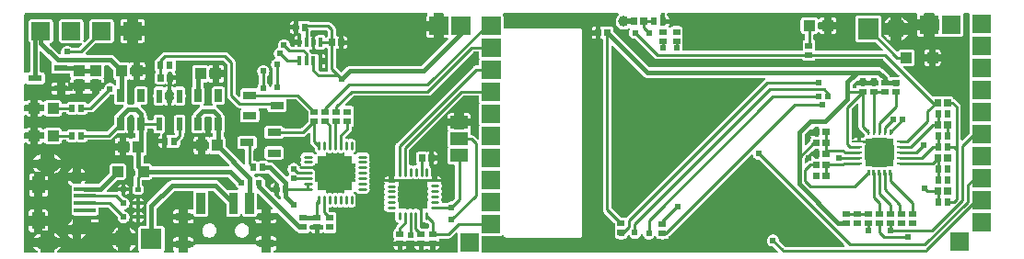
<source format=gtl>
G04 Layer: TopLayer*
G04 EasyEDA v6.5.5, 2022-06-25 23:47:44*
G04 621e16e28f884fd4bf2062cce9099d3c,e579ade59e434e5c9d4a708449f7d829,10*
G04 Gerber Generator version 0.2*
G04 Scale: 100 percent, Rotated: No, Reflected: No *
G04 Dimensions in inches *
G04 leading zeros omitted , absolute positions ,3 integer and 6 decimal *
%FSLAX36Y36*%
%MOIN*%

%ADD10C,0.0100*%
%ADD11C,0.0180*%
%ADD12C,0.0150*%
%ADD13C,0.0200*%
%ADD14C,0.0110*%
%ADD15C,0.0240*%
%ADD16C,0.0394*%
%ADD17R,0.0236X0.0256*%
%ADD18R,0.0394X0.0394*%
%ADD19R,0.0256X0.0236*%
%ADD20R,0.0433X0.0394*%
%ADD21R,0.0512X0.0236*%
%ADD22R,0.0430X0.0390*%
%ADD23R,0.0100X0.0197*%
%ADD24R,0.0197X0.0100*%
%ADD25R,0.0984X0.0984*%
%ADD26R,0.0217X0.0472*%
%ADD27R,0.0787X0.0177*%
%ADD28R,0.0472X0.0630*%
%ADD29R,0.0394X0.0433*%
%ADD33R,0.0492X0.0276*%
%ADD34R,0.0189X0.0158*%
%ADD36R,0.0551X0.0315*%
%ADD37R,0.0138X0.0320*%
%ADD38R,0.0748X0.0748*%
%ADD39C,0.0748*%
%ADD40R,0.0669X0.0669*%
%ADD41C,0.0512*%

%LPD*%
G36*
X-672080Y226300D02*
G01*
X-673620Y226600D01*
X-674920Y227480D01*
X-678720Y231260D01*
X-679580Y232560D01*
X-679880Y234080D01*
X-679599Y235600D01*
X-678760Y236880D01*
X-678760Y253939D01*
X-680140Y254780D01*
X-681060Y256119D01*
X-681380Y257700D01*
X-681380Y270700D01*
X-681060Y272280D01*
X-680140Y273600D01*
X-678760Y274460D01*
X-678760Y290300D01*
X-679479Y290300D01*
X-681940Y290020D01*
X-684280Y289200D01*
X-685600Y288980D01*
X-686919Y289200D01*
X-689240Y290020D01*
X-691720Y290300D01*
X-705639Y290320D01*
X-707520Y290780D01*
X-708740Y291780D01*
X-709500Y293160D01*
X-710460Y296380D01*
X-711860Y298980D01*
X-713060Y300440D01*
X-713840Y301980D01*
X-713920Y303700D01*
X-713259Y305280D01*
X-712000Y306440D01*
X-710360Y306960D01*
X-708660Y306760D01*
X-707540Y306380D01*
X-705080Y306100D01*
X-704360Y306100D01*
X-704360Y321820D01*
X-705920Y322600D01*
X-707000Y323980D01*
X-707380Y325700D01*
X-707380Y338700D01*
X-707000Y340400D01*
X-705920Y341800D01*
X-704360Y342580D01*
X-704360Y358300D01*
X-705300Y358300D01*
X-706820Y358600D01*
X-708120Y359460D01*
X-709000Y360760D01*
X-709300Y362299D01*
X-709300Y364880D01*
X-709140Y365980D01*
X-708680Y367000D01*
X-707420Y369040D01*
X-706660Y371160D01*
X-706520Y372540D01*
X-706100Y373940D01*
X-705200Y375080D01*
X-703960Y375840D01*
X-702540Y376100D01*
X-652920Y376100D01*
X-651380Y375800D01*
X-650080Y374920D01*
X-647980Y372819D01*
X-647099Y371520D01*
X-646800Y369980D01*
X-646800Y355959D01*
X-647020Y354640D01*
X-647680Y353459D01*
X-648680Y352580D01*
X-649800Y351880D01*
X-651500Y350540D01*
X-652880Y350200D01*
X-654300Y350360D01*
X-655580Y351019D01*
X-656540Y352080D01*
X-658020Y354500D01*
X-659599Y356079D01*
X-661520Y357280D01*
X-663640Y358020D01*
X-666120Y358300D01*
X-679479Y358300D01*
X-681940Y358020D01*
X-684280Y357200D01*
X-685600Y356980D01*
X-686919Y357200D01*
X-689240Y358020D01*
X-691720Y358300D01*
X-692440Y358300D01*
X-692440Y342460D01*
X-691060Y341599D01*
X-690140Y340280D01*
X-689800Y338700D01*
X-689800Y325700D01*
X-690140Y324120D01*
X-691060Y322780D01*
X-692440Y321940D01*
X-692440Y306100D01*
X-691720Y306100D01*
X-689240Y306380D01*
X-686919Y307180D01*
X-685600Y307420D01*
X-684280Y307180D01*
X-681940Y306380D01*
X-679479Y306100D01*
X-666120Y306100D01*
X-663640Y306380D01*
X-661520Y307120D01*
X-659599Y308320D01*
X-658020Y309920D01*
X-657280Y311100D01*
X-656300Y312140D01*
X-655040Y312800D01*
X-653620Y312960D01*
X-652240Y312600D01*
X-651060Y311800D01*
X-649800Y310520D01*
X-648680Y309820D01*
X-647680Y308940D01*
X-647020Y307760D01*
X-646800Y306440D01*
X-646800Y234800D01*
X-646280Y229980D01*
X-646660Y228560D01*
X-647540Y227360D01*
X-648800Y226580D01*
X-650260Y226300D01*
G37*

%LPC*%
G36*
X-666840Y238100D02*
G01*
X-666120Y238100D01*
X-663640Y238380D01*
X-661520Y239120D01*
X-659599Y240320D01*
X-658020Y241920D01*
X-656820Y243820D01*
X-656060Y245960D01*
X-655780Y248420D01*
X-655780Y253700D01*
X-666840Y253700D01*
G37*
G36*
X-666840Y274700D02*
G01*
X-655780Y274700D01*
X-655780Y279980D01*
X-656060Y282440D01*
X-656820Y284560D01*
X-658020Y286480D01*
X-659599Y288080D01*
X-661520Y289280D01*
X-663640Y290020D01*
X-666120Y290300D01*
X-666840Y290300D01*
G37*

%LPD*%
G36*
X1258100Y166000D02*
G01*
X1256560Y166300D01*
X1255280Y167180D01*
X1254400Y168480D01*
X1254100Y170000D01*
X1254100Y178020D01*
X1254400Y179540D01*
X1255280Y180840D01*
X1265960Y191540D01*
X1267260Y192399D01*
X1268780Y192700D01*
X1281100Y192700D01*
X1281100Y199500D01*
X1281399Y201040D01*
X1282280Y202340D01*
X1283580Y203200D01*
X1285100Y203500D01*
X1294900Y203500D01*
X1296420Y203200D01*
X1297720Y202340D01*
X1298600Y201040D01*
X1298899Y199500D01*
X1298899Y192700D01*
X1321100Y192700D01*
X1321100Y199500D01*
X1321399Y201040D01*
X1322280Y202340D01*
X1323580Y203200D01*
X1325100Y203500D01*
X1334900Y203500D01*
X1336420Y203200D01*
X1337720Y202340D01*
X1338600Y201040D01*
X1338899Y199500D01*
X1338899Y192700D01*
X1343100Y192700D01*
X1344640Y192399D01*
X1345940Y191540D01*
X1346800Y190240D01*
X1347100Y188700D01*
X1347100Y179899D01*
X1346800Y178359D01*
X1345940Y177060D01*
X1344640Y176200D01*
X1343100Y175900D01*
X1338800Y175900D01*
X1338020Y174300D01*
X1336620Y173200D01*
X1334900Y172820D01*
X1325100Y172820D01*
X1323380Y173200D01*
X1321980Y174300D01*
X1321200Y175900D01*
X1298800Y175900D01*
X1298020Y174300D01*
X1296620Y173200D01*
X1294900Y172820D01*
X1285100Y172820D01*
X1283380Y173200D01*
X1281980Y174300D01*
X1281200Y175900D01*
X1267100Y175900D01*
X1267100Y172719D01*
X1267360Y170460D01*
X1267200Y168780D01*
X1266360Y167340D01*
X1265020Y166360D01*
X1263380Y166000D01*
G37*

%LPD*%
G36*
X1649100Y-23280D02*
G01*
X1647560Y-22980D01*
X1646279Y-22120D01*
X1645400Y-20820D01*
X1645100Y-19280D01*
X1645100Y97400D01*
X1644800Y100540D01*
X1643940Y103379D01*
X1642540Y105980D01*
X1640540Y108420D01*
X1625820Y123140D01*
X1623380Y125140D01*
X1620780Y126540D01*
X1619300Y127180D01*
X1618400Y128040D01*
X1617580Y129760D01*
X1616380Y131680D01*
X1614800Y133280D01*
X1612880Y134480D01*
X1610760Y135220D01*
X1608280Y135500D01*
X1585120Y135500D01*
X1582640Y135220D01*
X1581320Y134760D01*
X1580000Y134540D01*
X1578680Y134760D01*
X1577360Y135220D01*
X1574880Y135500D01*
X1551720Y135500D01*
X1549240Y135220D01*
X1545440Y133900D01*
X1543700Y134120D01*
X1542200Y135060D01*
X1437960Y239280D01*
X1437100Y240580D01*
X1436800Y242120D01*
X1437100Y243640D01*
X1437960Y244940D01*
X1439259Y245820D01*
X1440800Y246119D01*
X1467220Y246119D01*
X1469680Y246400D01*
X1471819Y247140D01*
X1473720Y248340D01*
X1475320Y249940D01*
X1476519Y251840D01*
X1477260Y253980D01*
X1477540Y256439D01*
X1477540Y295360D01*
X1477260Y297820D01*
X1476519Y299960D01*
X1475320Y301860D01*
X1473720Y303460D01*
X1471819Y304660D01*
X1469680Y305420D01*
X1467220Y305680D01*
X1428300Y305680D01*
X1425820Y305420D01*
X1423700Y304660D01*
X1421780Y303460D01*
X1420200Y301860D01*
X1419079Y300100D01*
X1418120Y299040D01*
X1416840Y298400D01*
X1415420Y298240D01*
X1414040Y298580D01*
X1412860Y299400D01*
X1358680Y353579D01*
X1357800Y354880D01*
X1357500Y356420D01*
X1357500Y418080D01*
X1357220Y420540D01*
X1356480Y422680D01*
X1355280Y424580D01*
X1353680Y426180D01*
X1351780Y427380D01*
X1349640Y428120D01*
X1347180Y428400D01*
X1272820Y428400D01*
X1270360Y428120D01*
X1268220Y427380D01*
X1266320Y426180D01*
X1264720Y424580D01*
X1263520Y422680D01*
X1262780Y420540D01*
X1262500Y418080D01*
X1262500Y343720D01*
X1262780Y341260D01*
X1263520Y339120D01*
X1264720Y337220D01*
X1266320Y335620D01*
X1268220Y334420D01*
X1270360Y333680D01*
X1272820Y333400D01*
X1334500Y333400D01*
X1336020Y333100D01*
X1337320Y332220D01*
X1361720Y307840D01*
X1362580Y306540D01*
X1362880Y305000D01*
X1362580Y303480D01*
X1361720Y302180D01*
X1360420Y301300D01*
X1358880Y301000D01*
X1121620Y301000D01*
X1119980Y301360D01*
X1118640Y302340D01*
X1117800Y303780D01*
X1117640Y305460D01*
X1117900Y307720D01*
X1117900Y330880D01*
X1117620Y333360D01*
X1116880Y335480D01*
X1115680Y337400D01*
X1114080Y338980D01*
X1112480Y340260D01*
X1111820Y341440D01*
X1111600Y342760D01*
X1111600Y359000D01*
X1111900Y360540D01*
X1112780Y361840D01*
X1114060Y362700D01*
X1115600Y363000D01*
X1117780Y363000D01*
X1120240Y363280D01*
X1122380Y364020D01*
X1124280Y365220D01*
X1125880Y366820D01*
X1126620Y368000D01*
X1127720Y369159D01*
X1129200Y369780D01*
X1130800Y369780D01*
X1132280Y369159D01*
X1133380Y368000D01*
X1134120Y366820D01*
X1135720Y365220D01*
X1137620Y364020D01*
X1139760Y363280D01*
X1142220Y363000D01*
X1150260Y363000D01*
X1150260Y380360D01*
X1132100Y380360D01*
X1130560Y380660D01*
X1129280Y381520D01*
X1128400Y382819D01*
X1128100Y384360D01*
X1128100Y400860D01*
X1128400Y402380D01*
X1129280Y403680D01*
X1130560Y404540D01*
X1132100Y404860D01*
X1150260Y404860D01*
X1150260Y422200D01*
X1142220Y422200D01*
X1139760Y421920D01*
X1137620Y421180D01*
X1135720Y419980D01*
X1134120Y418380D01*
X1133380Y417220D01*
X1132280Y416060D01*
X1130800Y415420D01*
X1129200Y415420D01*
X1127720Y416060D01*
X1126620Y417220D01*
X1125880Y418380D01*
X1124280Y419980D01*
X1122380Y421180D01*
X1120240Y421920D01*
X1117780Y422200D01*
X1075220Y422200D01*
X1072760Y421920D01*
X1070620Y421180D01*
X1068720Y419980D01*
X1067120Y418380D01*
X1065920Y416480D01*
X1065180Y414340D01*
X1064900Y411880D01*
X1064900Y373320D01*
X1065180Y370860D01*
X1065920Y368740D01*
X1067120Y366820D01*
X1068720Y365220D01*
X1070620Y364020D01*
X1072760Y363280D01*
X1075220Y363000D01*
X1077400Y363000D01*
X1078920Y362700D01*
X1080220Y361840D01*
X1081100Y360540D01*
X1081400Y359000D01*
X1081400Y344280D01*
X1081060Y342680D01*
X1080120Y341340D01*
X1078720Y340500D01*
X1077840Y340180D01*
X1075920Y338980D01*
X1074320Y337400D01*
X1073120Y335480D01*
X1072380Y333360D01*
X1072100Y330880D01*
X1072100Y307720D01*
X1072360Y305460D01*
X1072200Y303780D01*
X1071360Y302340D01*
X1070020Y301360D01*
X1068380Y301000D01*
X640939Y301000D01*
X639500Y301260D01*
X638260Y302040D01*
X637380Y303180D01*
X636960Y304580D01*
X637080Y306040D01*
X637740Y308560D01*
X638080Y312400D01*
X637740Y316240D01*
X637320Y317840D01*
X637180Y319020D01*
X637400Y320180D01*
X637820Y321360D01*
X638100Y323820D01*
X638100Y346980D01*
X637820Y349460D01*
X637360Y350780D01*
X637120Y352100D01*
X637360Y353420D01*
X637820Y354760D01*
X638100Y357220D01*
X638100Y380379D01*
X637820Y382860D01*
X637080Y384980D01*
X635880Y386900D01*
X634280Y388480D01*
X632360Y389680D01*
X630240Y390439D01*
X627780Y390720D01*
X616980Y390720D01*
X615200Y390880D01*
X613060Y390720D01*
X602620Y390720D01*
X600160Y390439D01*
X598040Y389680D01*
X596140Y388500D01*
X594180Y386520D01*
X592920Y385660D01*
X591420Y385319D01*
X589900Y385600D01*
X588600Y386400D01*
X587700Y387640D01*
X587340Y389140D01*
X587560Y390640D01*
X588340Y392860D01*
X588620Y395319D01*
X588620Y399000D01*
X575100Y399000D01*
X575100Y394620D01*
X574800Y393080D01*
X573940Y391780D01*
X572640Y390920D01*
X571100Y390620D01*
X568080Y390620D01*
X566300Y390780D01*
X564160Y390620D01*
X562300Y390620D01*
X560760Y390920D01*
X559460Y391780D01*
X558600Y393080D01*
X558300Y394620D01*
X558300Y399099D01*
X556700Y399880D01*
X555600Y401280D01*
X555220Y403000D01*
X555220Y412800D01*
X555600Y414520D01*
X556700Y415920D01*
X558300Y416700D01*
X558300Y433800D01*
X558600Y435340D01*
X559460Y436620D01*
X560760Y437500D01*
X562300Y437800D01*
X571100Y437800D01*
X572640Y437500D01*
X573940Y436620D01*
X574800Y435340D01*
X575100Y433800D01*
X575100Y416800D01*
X588620Y416800D01*
X588620Y420480D01*
X588340Y422939D01*
X587580Y425060D01*
X586380Y426980D01*
X584800Y428579D01*
X582880Y429780D01*
X582160Y430020D01*
X580800Y430840D01*
X579840Y432120D01*
X579480Y433680D01*
X579740Y435240D01*
X580600Y436580D01*
X581920Y437480D01*
X583480Y437800D01*
X1483240Y437800D01*
X1484740Y437520D01*
X1486000Y436700D01*
X1486879Y435460D01*
X1487240Y433980D01*
X1487020Y432480D01*
X1486720Y431599D01*
X1486440Y429140D01*
X1486440Y415140D01*
X1510760Y415140D01*
X1510760Y433800D01*
X1511080Y435340D01*
X1511940Y436620D01*
X1513240Y437500D01*
X1514760Y437800D01*
X1545240Y437800D01*
X1546759Y437500D01*
X1548060Y436620D01*
X1548920Y435340D01*
X1549240Y433800D01*
X1549240Y415140D01*
X1562440Y415140D01*
X1563959Y414840D01*
X1565260Y413960D01*
X1566140Y412660D01*
X1566440Y411140D01*
X1566440Y380680D01*
X1566140Y379140D01*
X1565260Y377840D01*
X1563959Y376980D01*
X1562440Y376680D01*
X1549240Y376680D01*
X1549240Y352340D01*
X1563240Y352340D01*
X1565700Y352620D01*
X1569259Y353920D01*
X1570740Y353920D01*
X1574300Y352620D01*
X1576759Y352340D01*
X1643240Y352340D01*
X1645700Y352620D01*
X1647840Y353360D01*
X1649740Y354560D01*
X1651339Y356160D01*
X1652540Y358060D01*
X1653280Y360200D01*
X1653560Y362660D01*
X1653560Y429140D01*
X1653280Y431599D01*
X1652980Y432480D01*
X1652760Y433980D01*
X1653120Y435460D01*
X1654000Y436700D01*
X1655260Y437520D01*
X1656759Y437800D01*
X1672740Y437800D01*
X1674379Y437460D01*
X1675720Y436460D01*
X1676560Y435020D01*
X1676720Y433360D01*
X1676440Y430840D01*
X1676440Y364360D01*
X1676720Y361900D01*
X1678020Y358340D01*
X1678020Y356860D01*
X1676720Y353300D01*
X1676440Y350840D01*
X1676440Y284360D01*
X1676720Y281900D01*
X1678020Y278340D01*
X1678020Y276860D01*
X1676720Y273300D01*
X1676440Y270840D01*
X1676440Y204360D01*
X1676720Y201900D01*
X1678020Y198340D01*
X1678020Y196860D01*
X1676720Y193299D01*
X1676440Y190840D01*
X1676440Y124360D01*
X1676720Y121900D01*
X1678020Y118340D01*
X1678020Y116860D01*
X1676720Y113300D01*
X1676440Y110840D01*
X1676440Y44360D01*
X1676720Y41900D01*
X1678020Y38340D01*
X1678020Y36860D01*
X1676720Y33300D01*
X1676440Y30840D01*
X1676440Y4040D01*
X1676140Y2520D01*
X1675260Y1220D01*
X1651920Y-22120D01*
X1650640Y-22980D01*
G37*

%LPC*%
G36*
X1554580Y246119D02*
G01*
X1561699Y246119D01*
X1564180Y246400D01*
X1566300Y247140D01*
X1568220Y248340D01*
X1569800Y249940D01*
X1571000Y251840D01*
X1571759Y253980D01*
X1572020Y256439D01*
X1572020Y263560D01*
X1554580Y263560D01*
G37*
G36*
X1522780Y246119D02*
G01*
X1529900Y246119D01*
X1529900Y263560D01*
X1512460Y263560D01*
X1512460Y256439D01*
X1512740Y253980D01*
X1513480Y251840D01*
X1514680Y249940D01*
X1516279Y248340D01*
X1518180Y247140D01*
X1520320Y246400D01*
G37*
G36*
X1512460Y288240D02*
G01*
X1529900Y288240D01*
X1529900Y305680D01*
X1522780Y305680D01*
X1520320Y305420D01*
X1518180Y304660D01*
X1516279Y303460D01*
X1514680Y301860D01*
X1513480Y299960D01*
X1512740Y297820D01*
X1512460Y295360D01*
G37*
G36*
X1554580Y288240D02*
G01*
X1572020Y288240D01*
X1572020Y295360D01*
X1571759Y297820D01*
X1571000Y299960D01*
X1569800Y301860D01*
X1568220Y303460D01*
X1566300Y304660D01*
X1564180Y305420D01*
X1561699Y305680D01*
X1554580Y305680D01*
G37*
G36*
X1431200Y338400D02*
G01*
X1436240Y341300D01*
X1440900Y344840D01*
X1445100Y348900D01*
X1448760Y353459D01*
X1451840Y358440D01*
X1452420Y359700D01*
X1431200Y359700D01*
G37*
G36*
X1388800Y338500D02*
G01*
X1388800Y359700D01*
X1367580Y359700D01*
X1369620Y355900D01*
X1373000Y351120D01*
X1376940Y346800D01*
X1381380Y343000D01*
X1386260Y339760D01*
G37*
G36*
X1496759Y352340D02*
G01*
X1510760Y352340D01*
X1510760Y376680D01*
X1486440Y376680D01*
X1486440Y362660D01*
X1486720Y360200D01*
X1487460Y358060D01*
X1488660Y356160D01*
X1490260Y354560D01*
X1492160Y353360D01*
X1494300Y352620D01*
G37*
G36*
X1176760Y363000D02*
G01*
X1184780Y363000D01*
X1187240Y363280D01*
X1189380Y364020D01*
X1191280Y365220D01*
X1192880Y366820D01*
X1194080Y368740D01*
X1194820Y370860D01*
X1195100Y373320D01*
X1195100Y380360D01*
X1176760Y380360D01*
G37*
G36*
X1367580Y402100D02*
G01*
X1388800Y402100D01*
X1388800Y423300D01*
X1386260Y422040D01*
X1381380Y418800D01*
X1376940Y415000D01*
X1373000Y410680D01*
X1369620Y405900D01*
G37*
G36*
X1431200Y402100D02*
G01*
X1452420Y402100D01*
X1451840Y403360D01*
X1448760Y408340D01*
X1445100Y412900D01*
X1440900Y416960D01*
X1436240Y420500D01*
X1431200Y423400D01*
G37*
G36*
X1176760Y404860D02*
G01*
X1195100Y404860D01*
X1195100Y411880D01*
X1194820Y414340D01*
X1194080Y416480D01*
X1192880Y418380D01*
X1191280Y419980D01*
X1189380Y421180D01*
X1187240Y421920D01*
X1184780Y422200D01*
X1176760Y422200D01*
G37*

%LPD*%
G36*
X1292120Y-33400D02*
G01*
X1290800Y-33180D01*
X1289100Y-32580D01*
X1286480Y-32300D01*
X1254100Y-32300D01*
X1252560Y-32000D01*
X1251280Y-31120D01*
X1250400Y-29820D01*
X1250100Y-28300D01*
X1250100Y-27400D01*
X1250400Y-25860D01*
X1251280Y-24560D01*
X1252560Y-23700D01*
X1254100Y-23400D01*
X1269580Y-23400D01*
X1269580Y-13300D01*
X1267380Y-13300D01*
X1264900Y-13580D01*
X1262780Y-14320D01*
X1260860Y-15520D01*
X1259280Y-17120D01*
X1258080Y-19020D01*
X1257060Y-20960D01*
X1255780Y-21900D01*
X1254220Y-22260D01*
X1252660Y-22000D01*
X1251320Y-21140D01*
X1250420Y-19820D01*
X1250100Y-18260D01*
X1250100Y88000D01*
X1250400Y89520D01*
X1251280Y90820D01*
X1268080Y107620D01*
X1269360Y108480D01*
X1270900Y108800D01*
X1272440Y108480D01*
X1273720Y107620D01*
X1274600Y106320D01*
X1274900Y104800D01*
X1274900Y26800D01*
X1275200Y23660D01*
X1276060Y20820D01*
X1277460Y18220D01*
X1279460Y15780D01*
X1294720Y520D01*
X1295600Y-780D01*
X1295900Y-2320D01*
X1295900Y-4020D01*
X1296180Y-6600D01*
X1296140Y-7780D01*
X1295760Y-8920D01*
X1295040Y-9880D01*
X1292480Y-12440D01*
X1291519Y-13140D01*
X1290400Y-13540D01*
X1289199Y-13580D01*
X1286620Y-13300D01*
X1284420Y-13300D01*
X1284420Y-23400D01*
X1300960Y-23400D01*
X1302480Y-23700D01*
X1303779Y-24560D01*
X1304640Y-25860D01*
X1304960Y-27400D01*
X1304960Y-29400D01*
X1304640Y-30920D01*
X1303779Y-32220D01*
X1302480Y-33100D01*
X1300960Y-33400D01*
G37*

%LPD*%
G36*
X1083100Y-41280D02*
G01*
X1081560Y-40980D01*
X1080280Y-40119D01*
X1079400Y-38820D01*
X1079100Y-37280D01*
X1079100Y-3660D01*
X1079400Y-2140D01*
X1080280Y-840D01*
X1096440Y15320D01*
X1097740Y16200D01*
X1099260Y16500D01*
X1114900Y16500D01*
X1114900Y22799D01*
X1115200Y24340D01*
X1116060Y25640D01*
X1117360Y26500D01*
X1118900Y26800D01*
X1127700Y26800D01*
X1129240Y26500D01*
X1130540Y25640D01*
X1131400Y24340D01*
X1131700Y22799D01*
X1131700Y16400D01*
X1133300Y15620D01*
X1134400Y14220D01*
X1134800Y12500D01*
X1134800Y2700D01*
X1134400Y980D01*
X1133300Y-420D01*
X1131700Y-1180D01*
X1131700Y-5500D01*
X1131400Y-7040D01*
X1130540Y-8340D01*
X1129240Y-9200D01*
X1127700Y-9500D01*
X1118900Y-9500D01*
X1117360Y-9200D01*
X1116060Y-8340D01*
X1115200Y-7040D01*
X1114900Y-5500D01*
X1114900Y-1300D01*
X1101400Y-1300D01*
X1101400Y-4960D01*
X1101660Y-7440D01*
X1102420Y-9560D01*
X1102860Y-10260D01*
X1103400Y-11660D01*
X1103400Y-13140D01*
X1102860Y-14520D01*
X1102420Y-15240D01*
X1101660Y-17360D01*
X1101400Y-19820D01*
X1101400Y-23000D01*
X1101080Y-24520D01*
X1100220Y-25820D01*
X1085920Y-40119D01*
X1084640Y-40980D01*
G37*

%LPD*%
G36*
X1083100Y-106280D02*
G01*
X1081560Y-105980D01*
X1080280Y-105120D01*
X1079400Y-103820D01*
X1079100Y-102280D01*
X1079100Y-91300D01*
X1079400Y-89780D01*
X1080280Y-88480D01*
X1104080Y-64680D01*
X1105380Y-63800D01*
X1106900Y-63500D01*
X1114900Y-63500D01*
X1114900Y-59300D01*
X1115200Y-57760D01*
X1116060Y-56460D01*
X1117360Y-55599D01*
X1118900Y-55300D01*
X1127700Y-55300D01*
X1129240Y-55599D01*
X1130540Y-56460D01*
X1131400Y-57760D01*
X1131700Y-59300D01*
X1131700Y-63600D01*
X1133300Y-64380D01*
X1134400Y-65780D01*
X1134800Y-67500D01*
X1134800Y-77300D01*
X1134400Y-79020D01*
X1133300Y-80420D01*
X1131700Y-81180D01*
X1131700Y-85500D01*
X1131400Y-87040D01*
X1130540Y-88340D01*
X1129240Y-89200D01*
X1127700Y-89500D01*
X1118900Y-89500D01*
X1117360Y-89200D01*
X1116060Y-88340D01*
X1115200Y-87040D01*
X1114900Y-85500D01*
X1114900Y-81300D01*
X1101400Y-81300D01*
X1101400Y-84960D01*
X1101660Y-87440D01*
X1102420Y-89560D01*
X1102860Y-90260D01*
X1103400Y-91660D01*
X1103400Y-93140D01*
X1102860Y-94520D01*
X1102220Y-95540D01*
X1101420Y-96460D01*
X1100400Y-97100D01*
X1099220Y-97400D01*
X1097060Y-97600D01*
X1094220Y-98460D01*
X1091620Y-99860D01*
X1089180Y-101860D01*
X1085920Y-105120D01*
X1084640Y-105980D01*
G37*

%LPD*%
G36*
X1340000Y-121460D02*
G01*
X1338680Y-121220D01*
X1337240Y-120719D01*
X1334780Y-120440D01*
X1326900Y-120440D01*
X1325360Y-120140D01*
X1324079Y-119280D01*
X1323200Y-117980D01*
X1322900Y-116440D01*
X1322900Y-94500D01*
X1300960Y-94500D01*
X1299420Y-94200D01*
X1298120Y-93320D01*
X1297260Y-92020D01*
X1296960Y-90500D01*
X1296960Y-82620D01*
X1296680Y-80160D01*
X1296160Y-78720D01*
X1295940Y-77400D01*
X1296160Y-76080D01*
X1296680Y-74640D01*
X1296960Y-72180D01*
X1296960Y-62619D01*
X1296680Y-60160D01*
X1296160Y-58720D01*
X1295940Y-57400D01*
X1296160Y-56080D01*
X1296680Y-54640D01*
X1296960Y-52180D01*
X1296960Y-44300D01*
X1297260Y-42760D01*
X1298120Y-41460D01*
X1299420Y-40599D01*
X1300960Y-40300D01*
X1322900Y-40300D01*
X1322900Y-18340D01*
X1323200Y-16820D01*
X1324079Y-15520D01*
X1325360Y-14660D01*
X1326900Y-14340D01*
X1334780Y-14340D01*
X1337240Y-14060D01*
X1338680Y-13560D01*
X1340000Y-13340D01*
X1341320Y-13560D01*
X1342760Y-14060D01*
X1345220Y-14340D01*
X1354780Y-14340D01*
X1357240Y-14060D01*
X1358680Y-13560D01*
X1360000Y-13340D01*
X1361320Y-13560D01*
X1362760Y-14060D01*
X1365220Y-14340D01*
X1373100Y-14340D01*
X1374640Y-14660D01*
X1375920Y-15520D01*
X1376800Y-16820D01*
X1377100Y-18340D01*
X1377100Y-40300D01*
X1399060Y-40300D01*
X1400580Y-40599D01*
X1401879Y-41460D01*
X1402740Y-42760D01*
X1403060Y-44300D01*
X1403060Y-52180D01*
X1403320Y-54640D01*
X1403839Y-56080D01*
X1404060Y-57400D01*
X1403839Y-58720D01*
X1403320Y-60160D01*
X1403060Y-62619D01*
X1403060Y-72180D01*
X1403320Y-74640D01*
X1403839Y-76080D01*
X1404060Y-77400D01*
X1403839Y-78720D01*
X1403320Y-80160D01*
X1403060Y-82620D01*
X1403060Y-90500D01*
X1402740Y-92020D01*
X1401879Y-93320D01*
X1400580Y-94200D01*
X1399060Y-94500D01*
X1377100Y-94500D01*
X1377100Y-116440D01*
X1376800Y-117980D01*
X1375920Y-119280D01*
X1374640Y-120140D01*
X1373100Y-120440D01*
X1365220Y-120440D01*
X1362760Y-120719D01*
X1361320Y-121220D01*
X1360000Y-121460D01*
X1358680Y-121220D01*
X1357240Y-120719D01*
X1354780Y-120440D01*
X1345220Y-120440D01*
X1342760Y-120719D01*
X1341320Y-121220D01*
G37*

%LPD*%
G36*
X-630500Y-216400D02*
G01*
X-631740Y-215980D01*
X-633740Y-214899D01*
X-636660Y-214020D01*
X-639700Y-213720D01*
X-642740Y-214020D01*
X-645660Y-214899D01*
X-647420Y-215840D01*
X-649000Y-216300D01*
X-650620Y-216100D01*
X-652020Y-215260D01*
X-652980Y-213920D01*
X-653300Y-212320D01*
X-653300Y-175400D01*
X-690200Y-175400D01*
X-691800Y-175080D01*
X-693139Y-174120D01*
X-693980Y-172719D01*
X-694200Y-171100D01*
X-693740Y-169520D01*
X-692800Y-167760D01*
X-691900Y-164840D01*
X-691600Y-161800D01*
X-691900Y-158760D01*
X-692800Y-155840D01*
X-693860Y-153840D01*
X-694280Y-152600D01*
X-694280Y-151300D01*
X-693860Y-150060D01*
X-692800Y-148060D01*
X-691900Y-145140D01*
X-691600Y-142100D01*
X-691900Y-139060D01*
X-692800Y-136140D01*
X-694240Y-133440D01*
X-696180Y-131080D01*
X-698259Y-129360D01*
X-698980Y-128600D01*
X-699460Y-127660D01*
X-700759Y-127660D01*
X-701919Y-127480D01*
X-704160Y-126800D01*
X-707400Y-126480D01*
X-729440Y-126480D01*
X-733920Y-127000D01*
X-744260Y-127000D01*
X-745580Y-126780D01*
X-746760Y-126120D01*
X-747640Y-125120D01*
X-748160Y-123880D01*
X-748580Y-122020D01*
X-748640Y-120600D01*
X-748199Y-119240D01*
X-747020Y-117960D01*
X-748040Y-118000D01*
X-749520Y-117440D01*
X-750680Y-116340D01*
X-753080Y-112899D01*
X-755800Y-110180D01*
X-758960Y-107980D01*
X-762440Y-106340D01*
X-766160Y-105360D01*
X-770000Y-105020D01*
X-773840Y-105360D01*
X-777560Y-106340D01*
X-781040Y-107980D01*
X-784200Y-110180D01*
X-786919Y-112899D01*
X-789120Y-116060D01*
X-790759Y-119540D01*
X-791740Y-123260D01*
X-792080Y-127100D01*
X-791740Y-130940D01*
X-790759Y-134660D01*
X-789120Y-138140D01*
X-786919Y-141300D01*
X-786440Y-141780D01*
X-785580Y-143060D01*
X-785280Y-144600D01*
X-785580Y-146140D01*
X-786440Y-147420D01*
X-786919Y-147900D01*
X-789120Y-151060D01*
X-789860Y-152640D01*
X-790759Y-153880D01*
X-792060Y-154680D01*
X-793560Y-154940D01*
X-795040Y-154620D01*
X-796320Y-153780D01*
X-842039Y-108080D01*
X-844960Y-105879D01*
X-848100Y-104300D01*
X-851500Y-103340D01*
X-855180Y-103000D01*
X-861979Y-103000D01*
X-863520Y-102700D01*
X-865200Y-101420D01*
X-866260Y-100760D01*
X-867480Y-99580D01*
X-868080Y-97980D01*
X-867980Y-96280D01*
X-867159Y-94780D01*
X-865800Y-93740D01*
X-864140Y-93379D01*
X-816420Y-93379D01*
X-813960Y-93100D01*
X-811820Y-92360D01*
X-809920Y-91160D01*
X-808319Y-89560D01*
X-807120Y-87660D01*
X-806380Y-85520D01*
X-806100Y-83059D01*
X-806100Y-55940D01*
X-806380Y-53480D01*
X-807120Y-51340D01*
X-808319Y-49440D01*
X-809920Y-47840D01*
X-811820Y-46640D01*
X-813960Y-45900D01*
X-816420Y-45620D01*
X-865180Y-45620D01*
X-867640Y-45900D01*
X-869780Y-46640D01*
X-871680Y-47840D01*
X-873280Y-49440D01*
X-874479Y-51340D01*
X-875220Y-53480D01*
X-875500Y-55940D01*
X-875500Y-83059D01*
X-875220Y-85520D01*
X-874479Y-87660D01*
X-873280Y-89560D01*
X-871680Y-91160D01*
X-870639Y-91820D01*
X-869419Y-93020D01*
X-868800Y-94600D01*
X-868920Y-96320D01*
X-869740Y-97820D01*
X-871100Y-98840D01*
X-872760Y-99200D01*
X-894880Y-99200D01*
X-897360Y-99480D01*
X-898680Y-99940D01*
X-900000Y-100180D01*
X-901320Y-99940D01*
X-902640Y-99480D01*
X-905120Y-99200D01*
X-910900Y-99200D01*
X-912440Y-98900D01*
X-913720Y-98040D01*
X-914599Y-96740D01*
X-914900Y-95200D01*
X-914900Y-59440D01*
X-914560Y-57840D01*
X-913620Y-56500D01*
X-912220Y-55660D01*
X-910220Y-54960D01*
X-908319Y-53760D01*
X-906720Y-52160D01*
X-905520Y-50260D01*
X-904780Y-48120D01*
X-904500Y-45660D01*
X-904500Y-18540D01*
X-904780Y-16080D01*
X-905520Y-13939D01*
X-906720Y-12040D01*
X-908319Y-10440D01*
X-910220Y-9240D01*
X-912360Y-8500D01*
X-914820Y-8220D01*
X-963580Y-8220D01*
X-966040Y-8500D01*
X-968180Y-9240D01*
X-970080Y-10440D01*
X-971680Y-12040D01*
X-972880Y-13939D01*
X-973620Y-16080D01*
X-973900Y-18540D01*
X-973900Y-45660D01*
X-973620Y-48120D01*
X-972880Y-50260D01*
X-971680Y-52160D01*
X-970080Y-53760D01*
X-968180Y-54960D01*
X-966040Y-55700D01*
X-963580Y-55980D01*
X-949100Y-55980D01*
X-947560Y-56280D01*
X-946280Y-57160D01*
X-945400Y-58440D01*
X-945100Y-59980D01*
X-945100Y-107780D01*
X-945400Y-109300D01*
X-946280Y-110600D01*
X-947560Y-111460D01*
X-949100Y-111780D01*
X-950639Y-111460D01*
X-951919Y-110600D01*
X-1016480Y-46040D01*
X-1017360Y-44740D01*
X-1017660Y-43220D01*
X-1017660Y-20680D01*
X-1017940Y-18200D01*
X-1018680Y-16080D01*
X-1019880Y-14160D01*
X-1021480Y-12560D01*
X-1023020Y-11319D01*
X-1023680Y-10160D01*
X-1023900Y-8840D01*
X-1023900Y2980D01*
X-1023600Y4520D01*
X-1022720Y5820D01*
X-1021520Y7020D01*
X-1020320Y8920D01*
X-1019580Y11060D01*
X-1019300Y13520D01*
X-1019300Y60279D01*
X-1019580Y62740D01*
X-1020320Y64880D01*
X-1021520Y66780D01*
X-1023439Y68700D01*
X-1024400Y70240D01*
X-1025540Y73600D01*
X-1027260Y76680D01*
X-1029620Y79540D01*
X-1046460Y96380D01*
X-1048480Y98000D01*
X-1049560Y99260D01*
X-1050040Y100840D01*
X-1049860Y102480D01*
X-1049020Y103900D01*
X-1047680Y104860D01*
X-1046060Y105200D01*
X-1029620Y105200D01*
X-1027159Y105480D01*
X-1025020Y106220D01*
X-1023120Y107420D01*
X-1021520Y109019D01*
X-1020320Y110920D01*
X-1019580Y113059D01*
X-1019300Y115520D01*
X-1019300Y162280D01*
X-1019580Y164740D01*
X-1020320Y166880D01*
X-1021520Y168780D01*
X-1023120Y170380D01*
X-1025020Y171580D01*
X-1027159Y172320D01*
X-1029620Y172600D01*
X-1056380Y172600D01*
X-1058840Y172320D01*
X-1060980Y171580D01*
X-1062880Y170380D01*
X-1064480Y168780D01*
X-1065680Y166880D01*
X-1066420Y164740D01*
X-1066700Y162280D01*
X-1066700Y115520D01*
X-1066420Y113059D01*
X-1065680Y110920D01*
X-1063420Y107540D01*
X-1063120Y106000D01*
X-1063420Y104460D01*
X-1064280Y103180D01*
X-1065580Y102300D01*
X-1067120Y102000D01*
X-1092880Y102000D01*
X-1094420Y102300D01*
X-1095720Y103180D01*
X-1096580Y104460D01*
X-1096880Y106000D01*
X-1096580Y107540D01*
X-1095520Y109019D01*
X-1094320Y110920D01*
X-1093580Y113059D01*
X-1093300Y115520D01*
X-1093300Y162280D01*
X-1093580Y164740D01*
X-1094320Y166880D01*
X-1095520Y168780D01*
X-1096720Y169980D01*
X-1097600Y171280D01*
X-1097900Y172820D01*
X-1097900Y182140D01*
X-1097600Y183680D01*
X-1096720Y184980D01*
X-1095440Y185840D01*
X-1093900Y186140D01*
X-1088100Y186140D01*
X-1085640Y186420D01*
X-1083500Y187160D01*
X-1082120Y188039D01*
X-1080740Y188580D01*
X-1079260Y188580D01*
X-1077880Y188039D01*
X-1076500Y187160D01*
X-1074360Y186420D01*
X-1071900Y186140D01*
X-1064780Y186140D01*
X-1064780Y204579D01*
X-1073780Y204579D01*
X-1075300Y204880D01*
X-1076600Y205740D01*
X-1077480Y207040D01*
X-1077780Y208580D01*
X-1077780Y227220D01*
X-1077480Y228760D01*
X-1076600Y230060D01*
X-1075300Y230920D01*
X-1073780Y231220D01*
X-1064780Y231220D01*
X-1064780Y249660D01*
X-1071900Y249660D01*
X-1074360Y249380D01*
X-1076500Y248640D01*
X-1077880Y247760D01*
X-1079260Y247220D01*
X-1080740Y247220D01*
X-1082120Y247760D01*
X-1083500Y248640D01*
X-1085640Y249380D01*
X-1088100Y249660D01*
X-1127020Y249660D01*
X-1129480Y249380D01*
X-1131620Y248640D01*
X-1133520Y247440D01*
X-1135120Y245840D01*
X-1136320Y243920D01*
X-1137060Y241800D01*
X-1137340Y239320D01*
X-1137340Y196480D01*
X-1137060Y194000D01*
X-1136320Y191880D01*
X-1136100Y190560D01*
X-1136100Y172820D01*
X-1136400Y171280D01*
X-1137280Y169980D01*
X-1138480Y168780D01*
X-1139680Y166880D01*
X-1140420Y164740D01*
X-1140700Y162280D01*
X-1140700Y115520D01*
X-1140420Y113059D01*
X-1139680Y110920D01*
X-1138480Y109019D01*
X-1136880Y107420D01*
X-1134980Y106220D01*
X-1132840Y105480D01*
X-1130380Y105200D01*
X-1113960Y105200D01*
X-1112380Y104880D01*
X-1111060Y103940D01*
X-1110200Y102560D01*
X-1109980Y100960D01*
X-1110400Y99380D01*
X-1111420Y98120D01*
X-1113640Y96280D01*
X-1131020Y78860D01*
X-1133220Y75940D01*
X-1134820Y72760D01*
X-1135540Y70360D01*
X-1135940Y69480D01*
X-1136540Y68700D01*
X-1138480Y66780D01*
X-1139680Y64880D01*
X-1140420Y62740D01*
X-1140700Y60279D01*
X-1140700Y13520D01*
X-1140420Y11060D01*
X-1139680Y8920D01*
X-1138480Y7020D01*
X-1136880Y5420D01*
X-1134980Y4220D01*
X-1132840Y3479D01*
X-1130380Y3200D01*
X-1103620Y3200D01*
X-1101160Y3479D01*
X-1099820Y3940D01*
X-1098500Y4180D01*
X-1097180Y3940D01*
X-1095840Y3479D01*
X-1093380Y3200D01*
X-1089300Y3200D01*
X-1089300Y22599D01*
X-1090840Y22900D01*
X-1092120Y23780D01*
X-1093000Y25059D01*
X-1093300Y26600D01*
X-1093300Y47200D01*
X-1093000Y48740D01*
X-1092120Y50020D01*
X-1090840Y50900D01*
X-1089300Y51200D01*
X-1089300Y59800D01*
X-1089000Y61340D01*
X-1088120Y62619D01*
X-1086840Y63500D01*
X-1085300Y63800D01*
X-1074700Y63800D01*
X-1073160Y63500D01*
X-1071880Y62619D01*
X-1071000Y61340D01*
X-1070700Y59800D01*
X-1070700Y51200D01*
X-1069160Y50900D01*
X-1067880Y50020D01*
X-1067000Y48740D01*
X-1066700Y47200D01*
X-1066700Y26600D01*
X-1067000Y25059D01*
X-1067880Y23780D01*
X-1069160Y22900D01*
X-1070700Y22599D01*
X-1070700Y3200D01*
X-1066540Y3200D01*
X-1064880Y3040D01*
X-1063440Y2220D01*
X-1062440Y859D01*
X-1062100Y-760D01*
X-1062100Y-6340D01*
X-1062400Y-7880D01*
X-1063280Y-9180D01*
X-1064560Y-10040D01*
X-1066100Y-10340D01*
X-1066900Y-10340D01*
X-1069360Y-10620D01*
X-1071500Y-11359D01*
X-1072880Y-12240D01*
X-1074260Y-12780D01*
X-1075740Y-12780D01*
X-1077120Y-12240D01*
X-1078500Y-11359D01*
X-1080640Y-10620D01*
X-1083100Y-10340D01*
X-1090220Y-10340D01*
X-1090220Y-28780D01*
X-1081220Y-28780D01*
X-1079700Y-29080D01*
X-1078400Y-29940D01*
X-1077520Y-31240D01*
X-1077220Y-32780D01*
X-1077220Y-51420D01*
X-1077520Y-52960D01*
X-1078400Y-54260D01*
X-1079700Y-55119D01*
X-1081220Y-55420D01*
X-1090220Y-55420D01*
X-1090220Y-73860D01*
X-1083100Y-73860D01*
X-1080640Y-73580D01*
X-1078500Y-72840D01*
X-1077120Y-71960D01*
X-1075740Y-71420D01*
X-1074260Y-71420D01*
X-1072880Y-71960D01*
X-1071500Y-72840D01*
X-1069360Y-73580D01*
X-1066900Y-73860D01*
X-1044360Y-73860D01*
X-1042820Y-74160D01*
X-1041520Y-75020D01*
X-1005380Y-111180D01*
X-1004520Y-112460D01*
X-1004200Y-114000D01*
X-1004520Y-115540D01*
X-1005380Y-116820D01*
X-1006680Y-117700D01*
X-1008199Y-118000D01*
X-1279420Y-118000D01*
X-1281020Y-117660D01*
X-1282360Y-116720D01*
X-1283200Y-115320D01*
X-1284000Y-113040D01*
X-1285200Y-111140D01*
X-1286780Y-109540D01*
X-1288700Y-108340D01*
X-1290820Y-107600D01*
X-1293300Y-107320D01*
X-1309340Y-107320D01*
X-1310860Y-107020D01*
X-1312160Y-106140D01*
X-1313040Y-104840D01*
X-1313340Y-103320D01*
X-1313340Y-82400D01*
X-1313000Y-80800D01*
X-1312060Y-79480D01*
X-1310660Y-78620D01*
X-1308380Y-77840D01*
X-1306480Y-76640D01*
X-1304880Y-75040D01*
X-1303680Y-73120D01*
X-1302940Y-71000D01*
X-1302660Y-68520D01*
X-1302660Y-25680D01*
X-1302940Y-23200D01*
X-1303680Y-21080D01*
X-1303899Y-19760D01*
X-1303899Y2980D01*
X-1303600Y4520D01*
X-1302720Y5820D01*
X-1301519Y7020D01*
X-1300320Y8920D01*
X-1299580Y11060D01*
X-1299300Y13520D01*
X-1299300Y16100D01*
X-1299000Y17640D01*
X-1298120Y18920D01*
X-1296840Y19800D01*
X-1295300Y20099D01*
X-1281940Y20099D01*
X-1280420Y19800D01*
X-1279120Y18920D01*
X-1278260Y17640D01*
X-1277940Y16100D01*
X-1277940Y11820D01*
X-1277680Y9360D01*
X-1276920Y7220D01*
X-1275720Y5320D01*
X-1274140Y3720D01*
X-1272220Y2520D01*
X-1270100Y1780D01*
X-1267620Y1500D01*
X-1256060Y1500D01*
X-1254400Y1140D01*
X-1253020Y100D01*
X-1252220Y-1400D01*
X-1252100Y-3100D01*
X-1252720Y-4700D01*
X-1253920Y-5880D01*
X-1254800Y-6420D01*
X-1256380Y-8020D01*
X-1257580Y-9940D01*
X-1258340Y-12060D01*
X-1258600Y-14520D01*
X-1258600Y-18200D01*
X-1245100Y-18200D01*
X-1245100Y-1480D01*
X-1244780Y120D01*
X-1243820Y1460D01*
X-1242420Y2300D01*
X-1241780Y2520D01*
X-1239860Y3720D01*
X-1238280Y5320D01*
X-1237080Y7220D01*
X-1236320Y9360D01*
X-1236040Y11820D01*
X-1236040Y58580D01*
X-1236320Y61040D01*
X-1237080Y63179D01*
X-1238280Y65080D01*
X-1239860Y66680D01*
X-1241780Y67880D01*
X-1243900Y68620D01*
X-1246380Y68900D01*
X-1267620Y68900D01*
X-1270100Y68620D01*
X-1272220Y67880D01*
X-1274140Y66680D01*
X-1275720Y65080D01*
X-1276920Y63179D01*
X-1277680Y61040D01*
X-1277940Y58580D01*
X-1277940Y54300D01*
X-1278260Y52760D01*
X-1279120Y51480D01*
X-1280420Y50599D01*
X-1281940Y50300D01*
X-1295300Y50300D01*
X-1296840Y50599D01*
X-1298120Y51480D01*
X-1299000Y52760D01*
X-1299300Y54300D01*
X-1299300Y60279D01*
X-1299580Y62740D01*
X-1300320Y64880D01*
X-1301519Y66780D01*
X-1302720Y67980D01*
X-1303580Y69240D01*
X-1303899Y70720D01*
X-1303920Y71640D01*
X-1304420Y75260D01*
X-1305540Y78600D01*
X-1307260Y81679D01*
X-1309620Y84540D01*
X-1323460Y98379D01*
X-1324319Y99660D01*
X-1324640Y101199D01*
X-1324319Y102739D01*
X-1323460Y104019D01*
X-1322160Y104900D01*
X-1320640Y105200D01*
X-1309620Y105200D01*
X-1307160Y105480D01*
X-1305020Y106220D01*
X-1303120Y107420D01*
X-1301519Y109019D01*
X-1300320Y110920D01*
X-1299580Y113059D01*
X-1299300Y115520D01*
X-1299300Y162280D01*
X-1299580Y164740D01*
X-1300320Y166880D01*
X-1301519Y168780D01*
X-1303120Y170380D01*
X-1305020Y171580D01*
X-1307160Y172320D01*
X-1309620Y172600D01*
X-1336380Y172600D01*
X-1338839Y172320D01*
X-1340980Y171580D01*
X-1342880Y170380D01*
X-1344480Y168780D01*
X-1345680Y166880D01*
X-1346420Y164740D01*
X-1346699Y162280D01*
X-1346699Y115520D01*
X-1346420Y113059D01*
X-1346160Y112320D01*
X-1345940Y110820D01*
X-1346300Y109340D01*
X-1347180Y108100D01*
X-1348460Y107280D01*
X-1349940Y107000D01*
X-1370060Y107000D01*
X-1371540Y107280D01*
X-1372820Y108100D01*
X-1373700Y109340D01*
X-1374060Y110820D01*
X-1373839Y112320D01*
X-1373580Y113059D01*
X-1373300Y115520D01*
X-1373300Y162280D01*
X-1373460Y163920D01*
X-1373460Y192600D01*
X-1373120Y194200D01*
X-1372180Y195520D01*
X-1370780Y196380D01*
X-1368500Y197160D01*
X-1367120Y198039D01*
X-1365740Y198580D01*
X-1364259Y198580D01*
X-1362880Y198039D01*
X-1361500Y197160D01*
X-1359360Y196420D01*
X-1356900Y196140D01*
X-1349780Y196140D01*
X-1349780Y214579D01*
X-1358779Y214579D01*
X-1360300Y214880D01*
X-1361600Y215740D01*
X-1362480Y217040D01*
X-1362780Y218580D01*
X-1362780Y237220D01*
X-1362480Y238760D01*
X-1361600Y240060D01*
X-1360300Y240920D01*
X-1358779Y241220D01*
X-1349780Y241220D01*
X-1349780Y259660D01*
X-1356900Y259660D01*
X-1359360Y259380D01*
X-1361500Y258640D01*
X-1362880Y257760D01*
X-1364259Y257220D01*
X-1365740Y257220D01*
X-1367120Y257760D01*
X-1368500Y258640D01*
X-1370640Y259380D01*
X-1373100Y259660D01*
X-1395680Y259660D01*
X-1397220Y259960D01*
X-1398520Y260820D01*
X-1419640Y281920D01*
X-1422560Y284120D01*
X-1425700Y285700D01*
X-1429100Y286660D01*
X-1432780Y287000D01*
X-1519880Y287000D01*
X-1521420Y287300D01*
X-1522720Y288180D01*
X-1523580Y289460D01*
X-1523880Y291000D01*
X-1523580Y292540D01*
X-1522720Y293820D01*
X-1488380Y328160D01*
X-1487080Y329040D01*
X-1485560Y329340D01*
X-1431759Y329340D01*
X-1429300Y329620D01*
X-1427160Y330360D01*
X-1425260Y331560D01*
X-1423660Y333160D01*
X-1422460Y335060D01*
X-1421720Y337200D01*
X-1421440Y339660D01*
X-1421440Y406140D01*
X-1421720Y408600D01*
X-1422460Y410740D01*
X-1423660Y412640D01*
X-1425260Y414240D01*
X-1427160Y415439D01*
X-1429300Y416180D01*
X-1431759Y416460D01*
X-1498240Y416460D01*
X-1500700Y416180D01*
X-1502840Y415439D01*
X-1504740Y414240D01*
X-1506339Y412640D01*
X-1507540Y410740D01*
X-1508280Y408600D01*
X-1508560Y406140D01*
X-1508560Y352340D01*
X-1508860Y350820D01*
X-1509740Y349520D01*
X-1524860Y334400D01*
X-1526220Y333500D01*
X-1527840Y333220D01*
X-1529420Y333620D01*
X-1530720Y334620D01*
X-1531500Y336040D01*
X-1531660Y337680D01*
X-1531440Y339660D01*
X-1531440Y406140D01*
X-1531720Y408600D01*
X-1532460Y410740D01*
X-1533660Y412640D01*
X-1535260Y414240D01*
X-1537160Y415439D01*
X-1539300Y416180D01*
X-1541759Y416460D01*
X-1608240Y416460D01*
X-1610700Y416180D01*
X-1612840Y415439D01*
X-1614740Y414240D01*
X-1616339Y412640D01*
X-1617540Y410740D01*
X-1618280Y408600D01*
X-1618560Y406140D01*
X-1618560Y339660D01*
X-1618280Y337200D01*
X-1617540Y335060D01*
X-1616339Y333160D01*
X-1614740Y331560D01*
X-1612840Y330360D01*
X-1610700Y329620D01*
X-1608240Y329340D01*
X-1541759Y329340D01*
X-1539780Y329560D01*
X-1538140Y329400D01*
X-1536720Y328620D01*
X-1535720Y327320D01*
X-1535320Y325740D01*
X-1535600Y324120D01*
X-1536500Y322760D01*
X-1545280Y313980D01*
X-1546579Y313100D01*
X-1548120Y312800D01*
X-1572620Y312800D01*
X-1574160Y313100D01*
X-1575460Y313980D01*
X-1576100Y314620D01*
X-1579259Y316820D01*
X-1582740Y318460D01*
X-1586459Y319440D01*
X-1590300Y319780D01*
X-1594139Y319440D01*
X-1597860Y318460D01*
X-1601339Y316820D01*
X-1604500Y314620D01*
X-1607220Y311900D01*
X-1609420Y308740D01*
X-1611060Y305260D01*
X-1612040Y301540D01*
X-1612380Y297700D01*
X-1612040Y293860D01*
X-1611819Y292980D01*
X-1611740Y291260D01*
X-1612400Y289660D01*
X-1613680Y288480D01*
X-1615320Y287960D01*
X-1617040Y288180D01*
X-1618500Y289120D01*
X-1652140Y322760D01*
X-1652980Y323980D01*
X-1653320Y325439D01*
X-1653100Y326900D01*
X-1652340Y328200D01*
X-1651180Y329120D01*
X-1649300Y329620D01*
X-1647160Y330360D01*
X-1645260Y331560D01*
X-1643660Y333160D01*
X-1642460Y335060D01*
X-1641720Y337200D01*
X-1641440Y339660D01*
X-1641440Y406140D01*
X-1641720Y408600D01*
X-1642460Y410740D01*
X-1643660Y412640D01*
X-1645260Y414240D01*
X-1647160Y415439D01*
X-1649300Y416180D01*
X-1651759Y416460D01*
X-1718240Y416460D01*
X-1720700Y416180D01*
X-1722840Y415439D01*
X-1724740Y414240D01*
X-1726339Y412640D01*
X-1727540Y410740D01*
X-1728280Y408600D01*
X-1728560Y406140D01*
X-1728560Y339660D01*
X-1728280Y337200D01*
X-1727540Y335060D01*
X-1726339Y333160D01*
X-1725320Y332140D01*
X-1724460Y330840D01*
X-1724139Y329300D01*
X-1724139Y227820D01*
X-1724460Y226280D01*
X-1725320Y224980D01*
X-1726620Y224120D01*
X-1728140Y223820D01*
X-1731900Y223820D01*
X-1734379Y223540D01*
X-1736500Y222780D01*
X-1738779Y221360D01*
X-1740360Y220780D01*
X-1742060Y220920D01*
X-1743540Y221740D01*
X-1744540Y223100D01*
X-1744900Y224760D01*
X-1744900Y433800D01*
X-1744600Y435340D01*
X-1743720Y436620D01*
X-1742440Y437500D01*
X-1740900Y437800D01*
X-289140Y437800D01*
X-287620Y437500D01*
X-286320Y436620D01*
X-285440Y435340D01*
X-285140Y433800D01*
X-285440Y432260D01*
X-287540Y429040D01*
X-288280Y426900D01*
X-288560Y424440D01*
X-288560Y410439D01*
X-264240Y410439D01*
X-264240Y433800D01*
X-263920Y435340D01*
X-263060Y436620D01*
X-261759Y437500D01*
X-260240Y437800D01*
X-229760Y437800D01*
X-228240Y437500D01*
X-226940Y436620D01*
X-226080Y435340D01*
X-225760Y433800D01*
X-225760Y410439D01*
X-212560Y410439D01*
X-211040Y410120D01*
X-209740Y409260D01*
X-208860Y407960D01*
X-208560Y406440D01*
X-208560Y375959D01*
X-208860Y374440D01*
X-209740Y373140D01*
X-211040Y372280D01*
X-212560Y371960D01*
X-225760Y371960D01*
X-225760Y347640D01*
X-215240Y347640D01*
X-213700Y347340D01*
X-212399Y346460D01*
X-211540Y345160D01*
X-211240Y343640D01*
X-211540Y342100D01*
X-212399Y340800D01*
X-305040Y248180D01*
X-306340Y247300D01*
X-307860Y247000D01*
X-565740Y246980D01*
X-569360Y246480D01*
X-572700Y245360D01*
X-575780Y243640D01*
X-578640Y241280D01*
X-595000Y224920D01*
X-596300Y224040D01*
X-597820Y223740D01*
X-599360Y224040D01*
X-600660Y224920D01*
X-615420Y239680D01*
X-616300Y240980D01*
X-616600Y242520D01*
X-616600Y304580D01*
X-616260Y306220D01*
X-615260Y307560D01*
X-613820Y308400D01*
X-612160Y308560D01*
X-609880Y308300D01*
X-606700Y308300D01*
X-606700Y322400D01*
X-608300Y323180D01*
X-609400Y324580D01*
X-609780Y326300D01*
X-609780Y336100D01*
X-609400Y337819D01*
X-608300Y339219D01*
X-606700Y340000D01*
X-606700Y354099D01*
X-609880Y354099D01*
X-612160Y353840D01*
X-613820Y354000D01*
X-615260Y354840D01*
X-616260Y356180D01*
X-616600Y357819D01*
X-616600Y377700D01*
X-616900Y380840D01*
X-617760Y383680D01*
X-619160Y386280D01*
X-621160Y388720D01*
X-634180Y401740D01*
X-636620Y403740D01*
X-639220Y405140D01*
X-642060Y406000D01*
X-645200Y406300D01*
X-708139Y406300D01*
X-709260Y406460D01*
X-710280Y406920D01*
X-712120Y408080D01*
X-714240Y408820D01*
X-716720Y409099D01*
X-739880Y409099D01*
X-742360Y408820D01*
X-743680Y408360D01*
X-745000Y408120D01*
X-746320Y408360D01*
X-747640Y408820D01*
X-750120Y409099D01*
X-753300Y409099D01*
X-753300Y395000D01*
X-751700Y394219D01*
X-750600Y392819D01*
X-750200Y391100D01*
X-750200Y381300D01*
X-750600Y379580D01*
X-751700Y378180D01*
X-753300Y377400D01*
X-753300Y366019D01*
X-751960Y366300D01*
X-748760Y366300D01*
X-747660Y366140D01*
X-745920Y365220D01*
X-744920Y364340D01*
X-744260Y363160D01*
X-744040Y361840D01*
X-744040Y342460D01*
X-742660Y341599D01*
X-741740Y340280D01*
X-741400Y338700D01*
X-741400Y325700D01*
X-741740Y324120D01*
X-742660Y322780D01*
X-744040Y321940D01*
X-744040Y320300D01*
X-744340Y318780D01*
X-745220Y317480D01*
X-746520Y316600D01*
X-748040Y316300D01*
X-751960Y316300D01*
X-753480Y316600D01*
X-754780Y317480D01*
X-755639Y318780D01*
X-755960Y320300D01*
X-755960Y321700D01*
X-767000Y321700D01*
X-767000Y320300D01*
X-767320Y318780D01*
X-768180Y317480D01*
X-769479Y316600D01*
X-771000Y316300D01*
X-777080Y316300D01*
X-778620Y316600D01*
X-779920Y317480D01*
X-781820Y319380D01*
X-782620Y320500D01*
X-782980Y321860D01*
X-783259Y325040D01*
X-784240Y328760D01*
X-785879Y332239D01*
X-788080Y335400D01*
X-790800Y338120D01*
X-793960Y340319D01*
X-797440Y341960D01*
X-801160Y342939D01*
X-805000Y343280D01*
X-808840Y342939D01*
X-812560Y341960D01*
X-816040Y340319D01*
X-819200Y338120D01*
X-821919Y335400D01*
X-824120Y332239D01*
X-825759Y328760D01*
X-826740Y325040D01*
X-827080Y321200D01*
X-826740Y317360D01*
X-826420Y316120D01*
X-826300Y314740D01*
X-826660Y313400D01*
X-827460Y312260D01*
X-828600Y311460D01*
X-831040Y310320D01*
X-834200Y308120D01*
X-836919Y305400D01*
X-839120Y302240D01*
X-840759Y298760D01*
X-841740Y295040D01*
X-842080Y291200D01*
X-841740Y287360D01*
X-840759Y283640D01*
X-839120Y280160D01*
X-838040Y278600D01*
X-837380Y277000D01*
X-837460Y275280D01*
X-838259Y273740D01*
X-839620Y272680D01*
X-841040Y272020D01*
X-844200Y269820D01*
X-846919Y267100D01*
X-849120Y263940D01*
X-850759Y260460D01*
X-851740Y256740D01*
X-852080Y252900D01*
X-851740Y249060D01*
X-850759Y245340D01*
X-849120Y241860D01*
X-846919Y238700D01*
X-846280Y238060D01*
X-845400Y236759D01*
X-845100Y235219D01*
X-845100Y185580D01*
X-845400Y184040D01*
X-846280Y182740D01*
X-846919Y182100D01*
X-849120Y178939D01*
X-850759Y175460D01*
X-851360Y173180D01*
X-852159Y171640D01*
X-853540Y170580D01*
X-855220Y170200D01*
X-856919Y170580D01*
X-858300Y171640D01*
X-859100Y173180D01*
X-859240Y173760D01*
X-860879Y177240D01*
X-863080Y180400D01*
X-863720Y181040D01*
X-864599Y182340D01*
X-864900Y183880D01*
X-864900Y210219D01*
X-864599Y211759D01*
X-863720Y213060D01*
X-863080Y213700D01*
X-860879Y216860D01*
X-859240Y220340D01*
X-858259Y224060D01*
X-857920Y227900D01*
X-858259Y231740D01*
X-859240Y235460D01*
X-860879Y238939D01*
X-863080Y242100D01*
X-865800Y244820D01*
X-868960Y247020D01*
X-872440Y248660D01*
X-876160Y249640D01*
X-880000Y249980D01*
X-883840Y249640D01*
X-887560Y248660D01*
X-891040Y247020D01*
X-894200Y244820D01*
X-896919Y242100D01*
X-899120Y238939D01*
X-900759Y235460D01*
X-901740Y231740D01*
X-902080Y227900D01*
X-901740Y224060D01*
X-900759Y220340D01*
X-899120Y216860D01*
X-896919Y213700D01*
X-896280Y213060D01*
X-895400Y211759D01*
X-895100Y210219D01*
X-895100Y183880D01*
X-895400Y182340D01*
X-896280Y181040D01*
X-896919Y180400D01*
X-899120Y177240D01*
X-900759Y173760D01*
X-901740Y170040D01*
X-901940Y167840D01*
X-902340Y166420D01*
X-903220Y165240D01*
X-904479Y164460D01*
X-905920Y164180D01*
X-953580Y164180D01*
X-956040Y163900D01*
X-958180Y163160D01*
X-960080Y161960D01*
X-961680Y160360D01*
X-962880Y158460D01*
X-963620Y156320D01*
X-963900Y153860D01*
X-963900Y137820D01*
X-964220Y136280D01*
X-965080Y134980D01*
X-966380Y134120D01*
X-967900Y133820D01*
X-969440Y134120D01*
X-970740Y134980D01*
X-978720Y142980D01*
X-979599Y144280D01*
X-979900Y145820D01*
X-979900Y257700D01*
X-980200Y260840D01*
X-981060Y263680D01*
X-982460Y266280D01*
X-984460Y268720D01*
X-1008180Y292440D01*
X-1010620Y294440D01*
X-1013220Y295840D01*
X-1016060Y296680D01*
X-1019200Y297000D01*
X-1235800Y297000D01*
X-1238940Y296680D01*
X-1241780Y295840D01*
X-1244380Y294440D01*
X-1246820Y292440D01*
X-1262240Y277020D01*
X-1264240Y274580D01*
X-1265820Y271620D01*
X-1266440Y270760D01*
X-1267280Y270080D01*
X-1269820Y268540D01*
X-1271380Y266980D01*
X-1272580Y265060D01*
X-1273340Y262940D01*
X-1273600Y260479D01*
X-1273600Y235320D01*
X-1273340Y232860D01*
X-1272580Y230740D01*
X-1271380Y228820D01*
X-1270800Y228220D01*
X-1269920Y226940D01*
X-1269620Y225400D01*
X-1269920Y223860D01*
X-1270800Y222580D01*
X-1271380Y221980D01*
X-1272580Y220060D01*
X-1273340Y217940D01*
X-1273600Y215479D01*
X-1273600Y190320D01*
X-1273340Y187860D01*
X-1272580Y185740D01*
X-1271380Y183820D01*
X-1269800Y182220D01*
X-1267880Y181020D01*
X-1265760Y180280D01*
X-1263280Y180000D01*
X-1240120Y180000D01*
X-1237640Y180280D01*
X-1236320Y180740D01*
X-1235000Y180980D01*
X-1233680Y180740D01*
X-1232360Y180280D01*
X-1229880Y180000D01*
X-1226700Y180000D01*
X-1226700Y194100D01*
X-1228300Y194880D01*
X-1229400Y196280D01*
X-1229780Y198000D01*
X-1229780Y207800D01*
X-1229400Y209520D01*
X-1228300Y210920D01*
X-1226700Y211700D01*
X-1226700Y221000D01*
X-1226400Y222540D01*
X-1225540Y223840D01*
X-1224240Y224700D01*
X-1222700Y225000D01*
X-1213900Y225000D01*
X-1212360Y224700D01*
X-1211060Y223840D01*
X-1210200Y222540D01*
X-1209900Y221000D01*
X-1209900Y211800D01*
X-1196380Y211800D01*
X-1196380Y215479D01*
X-1196660Y217940D01*
X-1197420Y220060D01*
X-1198620Y221980D01*
X-1199200Y222580D01*
X-1200080Y223860D01*
X-1200380Y225400D01*
X-1200080Y226940D01*
X-1199200Y228220D01*
X-1198620Y228820D01*
X-1197420Y230740D01*
X-1196660Y232860D01*
X-1196380Y235320D01*
X-1196380Y246080D01*
X-1196220Y247900D01*
X-1196380Y250080D01*
X-1196380Y260479D01*
X-1196600Y262360D01*
X-1196440Y264020D01*
X-1195600Y265460D01*
X-1194260Y266460D01*
X-1192620Y266800D01*
X-1026919Y266800D01*
X-1025380Y266500D01*
X-1024080Y265620D01*
X-1011280Y252820D01*
X-1010400Y251520D01*
X-1010100Y249980D01*
X-1010100Y138100D01*
X-1009800Y134960D01*
X-1008940Y132120D01*
X-1007540Y129520D01*
X-1005540Y127080D01*
X-975819Y97360D01*
X-973379Y95360D01*
X-970780Y93960D01*
X-967940Y93100D01*
X-964800Y92800D01*
X-964100Y92800D01*
X-962580Y92500D01*
X-961280Y91620D01*
X-960400Y90340D01*
X-960100Y88800D01*
X-960400Y87260D01*
X-961680Y85559D01*
X-962880Y83660D01*
X-963620Y81519D01*
X-963900Y79060D01*
X-963900Y51940D01*
X-963620Y49480D01*
X-962880Y47340D01*
X-961680Y45439D01*
X-960080Y43840D01*
X-958180Y42640D01*
X-956040Y41900D01*
X-953580Y41620D01*
X-904820Y41620D01*
X-902360Y41900D01*
X-900220Y42640D01*
X-898319Y43840D01*
X-896720Y45439D01*
X-895520Y47340D01*
X-894780Y49480D01*
X-894500Y51940D01*
X-894500Y79060D01*
X-894780Y81519D01*
X-895520Y83660D01*
X-896720Y85559D01*
X-898000Y87260D01*
X-898300Y88800D01*
X-898000Y90340D01*
X-897120Y91620D01*
X-895819Y92500D01*
X-894300Y92800D01*
X-869479Y92800D01*
X-868040Y92540D01*
X-866800Y91780D01*
X-865920Y90640D01*
X-865500Y89240D01*
X-865220Y86880D01*
X-864479Y84740D01*
X-863280Y82840D01*
X-861680Y81240D01*
X-859780Y80040D01*
X-857640Y79300D01*
X-855180Y79020D01*
X-806420Y79020D01*
X-803960Y79300D01*
X-801820Y80040D01*
X-799920Y81240D01*
X-798319Y82840D01*
X-797120Y84740D01*
X-796380Y86880D01*
X-796100Y89340D01*
X-796100Y116460D01*
X-796380Y118920D01*
X-796700Y119880D01*
X-796919Y121380D01*
X-796580Y122860D01*
X-795699Y124100D01*
X-794419Y124920D01*
X-792940Y125200D01*
X-763620Y125200D01*
X-762080Y124900D01*
X-760780Y124040D01*
X-719060Y82320D01*
X-718199Y81020D01*
X-717900Y79480D01*
X-717900Y68020D01*
X-717620Y65540D01*
X-717159Y64220D01*
X-716919Y62900D01*
X-717159Y61580D01*
X-717620Y60260D01*
X-717900Y57779D01*
X-717900Y46320D01*
X-718199Y44780D01*
X-719060Y43480D01*
X-740980Y21580D01*
X-742280Y20700D01*
X-743820Y20400D01*
X-803220Y20400D01*
X-804820Y20740D01*
X-806140Y21680D01*
X-807120Y23460D01*
X-808319Y25360D01*
X-809920Y26960D01*
X-811820Y28160D01*
X-813960Y28900D01*
X-816420Y29180D01*
X-865180Y29180D01*
X-867640Y28900D01*
X-869780Y28160D01*
X-871680Y26960D01*
X-873280Y25360D01*
X-874479Y23460D01*
X-875220Y21320D01*
X-875500Y18860D01*
X-875500Y-8260D01*
X-875220Y-10720D01*
X-874479Y-12860D01*
X-873280Y-14760D01*
X-871680Y-16359D01*
X-869780Y-17560D01*
X-867640Y-18300D01*
X-865180Y-18580D01*
X-816420Y-18580D01*
X-813960Y-18300D01*
X-811820Y-17560D01*
X-809920Y-16359D01*
X-808319Y-14760D01*
X-806140Y-11080D01*
X-804800Y-10140D01*
X-803220Y-9800D01*
X-736100Y-9800D01*
X-732960Y-9480D01*
X-730140Y-8640D01*
X-727520Y-7240D01*
X-725080Y-5240D01*
X-716919Y2920D01*
X-715639Y3780D01*
X-714100Y4100D01*
X-712560Y3780D01*
X-711280Y2920D01*
X-710400Y1620D01*
X-710100Y100D01*
X-710100Y-27580D01*
X-709800Y-30720D01*
X-708940Y-33540D01*
X-707540Y-36160D01*
X-705540Y-38600D01*
X-695879Y-48259D01*
X-695020Y-49540D01*
X-694720Y-51080D01*
X-694720Y-54700D01*
X-694400Y-57939D01*
X-693500Y-60860D01*
X-692060Y-63560D01*
X-690120Y-65920D01*
X-688640Y-67140D01*
X-687600Y-68440D01*
X-687180Y-70040D01*
X-687440Y-71680D01*
X-688360Y-73060D01*
X-689040Y-73740D01*
X-690420Y-74660D01*
X-692060Y-74920D01*
X-693660Y-74500D01*
X-694960Y-73460D01*
X-696180Y-71980D01*
X-698540Y-70040D01*
X-701240Y-68600D01*
X-704160Y-67700D01*
X-707400Y-67380D01*
X-729440Y-67380D01*
X-732680Y-67700D01*
X-735600Y-68600D01*
X-738300Y-70040D01*
X-740660Y-71980D01*
X-742600Y-74340D01*
X-744040Y-77040D01*
X-744940Y-79960D01*
X-745240Y-83000D01*
X-744940Y-86039D01*
X-744040Y-88960D01*
X-742980Y-90960D01*
X-742560Y-92200D01*
X-742560Y-93500D01*
X-742980Y-94740D01*
X-744040Y-96740D01*
X-744940Y-99660D01*
X-745240Y-102700D01*
X-744940Y-105740D01*
X-744040Y-108660D01*
X-742980Y-110660D01*
X-742560Y-111960D01*
X-742580Y-113320D01*
X-743060Y-114600D01*
X-743960Y-116100D01*
X-744960Y-117200D01*
X-744680Y-117140D01*
X-736080Y-117140D01*
X-734920Y-117320D01*
X-732680Y-118000D01*
X-729440Y-118320D01*
X-707400Y-118320D01*
X-704160Y-118000D01*
X-701919Y-117320D01*
X-700759Y-117140D01*
X-699460Y-117140D01*
X-698980Y-116199D01*
X-698259Y-115440D01*
X-696180Y-113720D01*
X-694240Y-111359D01*
X-693100Y-109780D01*
X-691880Y-109040D01*
X-690460Y-108800D01*
X-653300Y-108800D01*
X-653300Y-71900D01*
X-652980Y-70300D01*
X-652020Y-68960D01*
X-650620Y-68120D01*
X-649000Y-67900D01*
X-647420Y-68360D01*
X-645660Y-69300D01*
X-642740Y-70200D01*
X-639700Y-70500D01*
X-636660Y-70200D01*
X-633740Y-69300D01*
X-631740Y-68240D01*
X-630500Y-67820D01*
X-629200Y-67820D01*
X-627960Y-68240D01*
X-625960Y-69300D01*
X-623040Y-70200D01*
X-620000Y-70500D01*
X-616960Y-70200D01*
X-614040Y-69300D01*
X-612040Y-68240D01*
X-610800Y-67820D01*
X-609500Y-67820D01*
X-608260Y-68240D01*
X-606260Y-69300D01*
X-603340Y-70200D01*
X-600300Y-70500D01*
X-597260Y-70200D01*
X-594340Y-69300D01*
X-592580Y-68360D01*
X-591000Y-67900D01*
X-589380Y-68120D01*
X-587980Y-68960D01*
X-587020Y-70300D01*
X-586700Y-71900D01*
X-586700Y-108800D01*
X-549780Y-108800D01*
X-548180Y-109120D01*
X-546840Y-110079D01*
X-546000Y-111480D01*
X-545800Y-113100D01*
X-546260Y-114680D01*
X-547200Y-116440D01*
X-548080Y-119360D01*
X-548380Y-122400D01*
X-548080Y-125440D01*
X-547200Y-128360D01*
X-546120Y-130360D01*
X-545700Y-131600D01*
X-545700Y-132900D01*
X-546120Y-134140D01*
X-547200Y-136140D01*
X-548080Y-139060D01*
X-548380Y-142100D01*
X-548080Y-145140D01*
X-547200Y-148060D01*
X-546120Y-150060D01*
X-545700Y-151300D01*
X-545700Y-152600D01*
X-546120Y-153840D01*
X-547200Y-155840D01*
X-548080Y-158760D01*
X-548380Y-161800D01*
X-548080Y-164840D01*
X-547200Y-167760D01*
X-546260Y-169520D01*
X-545800Y-171100D01*
X-546000Y-172719D01*
X-546840Y-174120D01*
X-548180Y-175080D01*
X-549780Y-175400D01*
X-586700Y-175400D01*
X-586700Y-212320D01*
X-587020Y-213920D01*
X-587980Y-215260D01*
X-589380Y-216100D01*
X-591000Y-216300D01*
X-592580Y-215840D01*
X-594340Y-214899D01*
X-597260Y-214020D01*
X-600300Y-213720D01*
X-603340Y-214020D01*
X-606260Y-214899D01*
X-608260Y-215980D01*
X-609500Y-216400D01*
X-610800Y-216400D01*
X-612040Y-215980D01*
X-614040Y-214899D01*
X-616960Y-214020D01*
X-620000Y-213720D01*
X-623040Y-214020D01*
X-625960Y-214899D01*
X-627960Y-215980D01*
X-629200Y-216400D01*
G37*

%LPC*%
G36*
X-1122020Y-73860D02*
G01*
X-1114900Y-73860D01*
X-1114900Y-55420D01*
X-1132340Y-55420D01*
X-1132340Y-63520D01*
X-1132060Y-66000D01*
X-1131320Y-68120D01*
X-1130120Y-70040D01*
X-1128520Y-71640D01*
X-1126620Y-72840D01*
X-1124480Y-73580D01*
G37*
G36*
X-1248280Y-50000D02*
G01*
X-1245100Y-50000D01*
X-1245100Y-36000D01*
X-1258600Y-36000D01*
X-1258600Y-39680D01*
X-1258340Y-42140D01*
X-1257580Y-44260D01*
X-1256380Y-46180D01*
X-1254800Y-47779D01*
X-1252880Y-48980D01*
X-1250760Y-49720D01*
G37*
G36*
X-1228300Y-50000D02*
G01*
X-1225120Y-50000D01*
X-1222640Y-49720D01*
X-1221320Y-49260D01*
X-1220000Y-49020D01*
X-1218680Y-49260D01*
X-1217360Y-49720D01*
X-1214880Y-50000D01*
X-1191720Y-50000D01*
X-1189240Y-49720D01*
X-1187120Y-48980D01*
X-1185200Y-47779D01*
X-1183620Y-46180D01*
X-1182420Y-44260D01*
X-1181660Y-42140D01*
X-1181380Y-39680D01*
X-1181380Y-28200D01*
X-1181080Y-26660D01*
X-1180220Y-25379D01*
X-1172460Y-17620D01*
X-1170460Y-15180D01*
X-1169060Y-12560D01*
X-1168200Y-9740D01*
X-1167900Y-6600D01*
X-1167900Y240D01*
X-1167680Y1560D01*
X-1167020Y2740D01*
X-1165860Y3720D01*
X-1164280Y5320D01*
X-1163080Y7220D01*
X-1162320Y9360D01*
X-1162040Y11820D01*
X-1162040Y58580D01*
X-1162320Y61040D01*
X-1163080Y63179D01*
X-1164280Y65080D01*
X-1165860Y66680D01*
X-1167780Y67880D01*
X-1169900Y68620D01*
X-1172380Y68900D01*
X-1193620Y68900D01*
X-1196100Y68620D01*
X-1198220Y67880D01*
X-1200140Y66680D01*
X-1201720Y65080D01*
X-1202920Y63179D01*
X-1203680Y61040D01*
X-1203940Y58580D01*
X-1203940Y11820D01*
X-1203680Y9360D01*
X-1202920Y7220D01*
X-1201720Y5320D01*
X-1199820Y3400D01*
X-1198940Y2100D01*
X-1198640Y580D01*
X-1198940Y-940D01*
X-1199800Y-2240D01*
X-1200580Y-3020D01*
X-1201880Y-3900D01*
X-1203420Y-4200D01*
X-1214880Y-4200D01*
X-1217360Y-4480D01*
X-1218680Y-4940D01*
X-1220000Y-5180D01*
X-1221320Y-4940D01*
X-1222640Y-4480D01*
X-1225120Y-4200D01*
X-1228300Y-4200D01*
X-1228300Y-18300D01*
X-1226700Y-19080D01*
X-1225600Y-20480D01*
X-1225200Y-22200D01*
X-1225200Y-32000D01*
X-1225600Y-33720D01*
X-1226700Y-35120D01*
X-1228300Y-35900D01*
G37*
G36*
X-1132340Y-28780D02*
G01*
X-1114900Y-28780D01*
X-1114900Y-10340D01*
X-1122020Y-10340D01*
X-1124480Y-10620D01*
X-1126620Y-11359D01*
X-1128520Y-12560D01*
X-1130120Y-14160D01*
X-1131320Y-16080D01*
X-1132060Y-18200D01*
X-1132340Y-20680D01*
G37*
G36*
X-1267620Y103500D02*
G01*
X-1246380Y103500D01*
X-1243900Y103780D01*
X-1241780Y104520D01*
X-1240620Y105239D01*
X-1239240Y105780D01*
X-1237760Y105780D01*
X-1236380Y105239D01*
X-1235220Y104520D01*
X-1233100Y103780D01*
X-1230620Y103500D01*
X-1227920Y103500D01*
X-1227920Y122899D01*
X-1232040Y122899D01*
X-1233580Y123200D01*
X-1234880Y124080D01*
X-1235740Y125360D01*
X-1236040Y126900D01*
X-1236040Y131560D01*
X-1235920Y132600D01*
X-1235260Y135060D01*
X-1234920Y138900D01*
X-1235260Y142740D01*
X-1235920Y145200D01*
X-1236040Y147500D01*
X-1235740Y149040D01*
X-1234880Y150320D01*
X-1233580Y151200D01*
X-1232040Y151500D01*
X-1227920Y151500D01*
X-1227920Y170900D01*
X-1230620Y170900D01*
X-1233100Y170620D01*
X-1235220Y169880D01*
X-1236380Y169160D01*
X-1237760Y168619D01*
X-1239240Y168619D01*
X-1240620Y169160D01*
X-1241780Y169880D01*
X-1243900Y170620D01*
X-1246380Y170900D01*
X-1267620Y170900D01*
X-1270100Y170620D01*
X-1272220Y169880D01*
X-1274140Y168680D01*
X-1275720Y167079D01*
X-1276920Y165180D01*
X-1277680Y163039D01*
X-1277940Y160580D01*
X-1277940Y146240D01*
X-1278080Y145200D01*
X-1278740Y142740D01*
X-1279080Y138900D01*
X-1278740Y135060D01*
X-1278080Y132600D01*
X-1277940Y131560D01*
X-1277940Y113820D01*
X-1277680Y111359D01*
X-1276920Y109220D01*
X-1275720Y107320D01*
X-1274140Y105719D01*
X-1272220Y104520D01*
X-1270100Y103780D01*
G37*
G36*
X-1212080Y103500D02*
G01*
X-1209380Y103500D01*
X-1206900Y103780D01*
X-1204780Y104520D01*
X-1203620Y105239D01*
X-1202240Y105780D01*
X-1200760Y105780D01*
X-1199380Y105239D01*
X-1198220Y104520D01*
X-1196100Y103780D01*
X-1193620Y103500D01*
X-1172380Y103500D01*
X-1169900Y103780D01*
X-1167780Y104520D01*
X-1165860Y105719D01*
X-1164280Y107320D01*
X-1163080Y109220D01*
X-1162320Y111359D01*
X-1162040Y113820D01*
X-1162040Y131560D01*
X-1161920Y132600D01*
X-1161260Y135060D01*
X-1160920Y138900D01*
X-1161260Y142740D01*
X-1161920Y145200D01*
X-1162040Y146240D01*
X-1162040Y160580D01*
X-1162320Y163039D01*
X-1163080Y165180D01*
X-1164280Y167079D01*
X-1165860Y168680D01*
X-1167780Y169880D01*
X-1169900Y170620D01*
X-1172380Y170900D01*
X-1193620Y170900D01*
X-1196100Y170620D01*
X-1198220Y169880D01*
X-1199380Y169160D01*
X-1200760Y168619D01*
X-1202240Y168619D01*
X-1203620Y169160D01*
X-1204780Y169880D01*
X-1206900Y170620D01*
X-1209380Y170900D01*
X-1212080Y170900D01*
X-1212080Y151500D01*
X-1207940Y151500D01*
X-1206420Y151200D01*
X-1205120Y150320D01*
X-1204260Y149040D01*
X-1203940Y147500D01*
X-1204080Y145200D01*
X-1204740Y142740D01*
X-1205080Y138900D01*
X-1204740Y135060D01*
X-1204080Y132600D01*
X-1203940Y131560D01*
X-1203940Y126900D01*
X-1204260Y125360D01*
X-1205120Y124080D01*
X-1206420Y123200D01*
X-1207940Y122899D01*
X-1212080Y122899D01*
G37*
G36*
X-1209900Y180000D02*
G01*
X-1206720Y180000D01*
X-1204240Y180280D01*
X-1202120Y181020D01*
X-1200200Y182220D01*
X-1198620Y183820D01*
X-1197420Y185740D01*
X-1196660Y187860D01*
X-1196380Y190320D01*
X-1196380Y194000D01*
X-1209900Y194000D01*
G37*
G36*
X-1040100Y186140D02*
G01*
X-1032980Y186140D01*
X-1030520Y186420D01*
X-1028379Y187160D01*
X-1026480Y188359D01*
X-1024880Y189960D01*
X-1023680Y191880D01*
X-1022940Y194000D01*
X-1022660Y196480D01*
X-1022660Y204579D01*
X-1040100Y204579D01*
G37*
G36*
X-1325100Y196140D02*
G01*
X-1317980Y196140D01*
X-1315520Y196420D01*
X-1313380Y197160D01*
X-1311480Y198359D01*
X-1309880Y199960D01*
X-1308680Y201880D01*
X-1307940Y204000D01*
X-1307660Y206480D01*
X-1307660Y214579D01*
X-1325100Y214579D01*
G37*
G36*
X-1040100Y231220D02*
G01*
X-1022660Y231220D01*
X-1022660Y239320D01*
X-1022940Y241800D01*
X-1023680Y243920D01*
X-1024880Y245840D01*
X-1026480Y247440D01*
X-1028379Y248640D01*
X-1030520Y249380D01*
X-1032980Y249660D01*
X-1040100Y249660D01*
G37*
G36*
X-1325100Y241220D02*
G01*
X-1307660Y241220D01*
X-1307660Y249320D01*
X-1307940Y251800D01*
X-1308680Y253920D01*
X-1309880Y255840D01*
X-1311480Y257440D01*
X-1313380Y258640D01*
X-1315520Y259380D01*
X-1317980Y259660D01*
X-1325100Y259660D01*
G37*
G36*
X-589900Y308300D02*
G01*
X-586720Y308300D01*
X-584240Y308580D01*
X-582120Y309320D01*
X-580200Y310520D01*
X-578620Y312120D01*
X-577420Y314040D01*
X-576660Y316160D01*
X-576380Y318620D01*
X-576380Y322299D01*
X-589900Y322299D01*
G37*
G36*
X-1334760Y329640D02*
G01*
X-1320760Y329640D01*
X-1318300Y329920D01*
X-1316160Y330660D01*
X-1314259Y331860D01*
X-1312660Y333459D01*
X-1311459Y335360D01*
X-1310720Y337500D01*
X-1310440Y339960D01*
X-1310440Y353960D01*
X-1334760Y353960D01*
G37*
G36*
X-1387240Y329640D02*
G01*
X-1373240Y329640D01*
X-1373240Y353960D01*
X-1397560Y353960D01*
X-1397560Y339960D01*
X-1397280Y337500D01*
X-1396540Y335360D01*
X-1395340Y333459D01*
X-1393740Y331860D01*
X-1391840Y330660D01*
X-1389700Y329920D01*
G37*
G36*
X-589900Y340100D02*
G01*
X-576380Y340100D01*
X-576380Y343780D01*
X-576660Y346240D01*
X-577420Y348360D01*
X-578620Y350280D01*
X-580200Y351880D01*
X-582120Y353080D01*
X-584240Y353820D01*
X-586720Y354099D01*
X-589900Y354099D01*
G37*
G36*
X-767000Y342700D02*
G01*
X-755960Y342700D01*
X-755960Y355580D01*
X-757300Y355300D01*
X-763940Y355300D01*
X-764800Y354460D01*
X-765980Y352560D01*
X-766720Y350439D01*
X-767000Y347980D01*
G37*
G36*
X-278240Y347640D02*
G01*
X-264240Y347640D01*
X-264240Y371960D01*
X-288560Y371960D01*
X-288560Y357960D01*
X-288280Y355500D01*
X-287540Y353360D01*
X-286340Y351460D01*
X-284740Y349860D01*
X-282840Y348660D01*
X-280700Y347920D01*
G37*
G36*
X-773280Y363300D02*
G01*
X-770100Y363300D01*
X-770100Y377299D01*
X-783600Y377299D01*
X-783600Y373620D01*
X-783340Y371160D01*
X-782580Y369040D01*
X-781380Y367120D01*
X-779800Y365520D01*
X-777880Y364320D01*
X-775759Y363579D01*
G37*
G36*
X-1334760Y392440D02*
G01*
X-1310440Y392440D01*
X-1310440Y406440D01*
X-1310720Y408900D01*
X-1311459Y411040D01*
X-1312660Y412939D01*
X-1314259Y414540D01*
X-1316160Y415740D01*
X-1318300Y416480D01*
X-1320760Y416760D01*
X-1334760Y416760D01*
G37*
G36*
X-1397560Y392440D02*
G01*
X-1373240Y392440D01*
X-1373240Y416760D01*
X-1387240Y416760D01*
X-1389700Y416480D01*
X-1391840Y415740D01*
X-1393740Y414540D01*
X-1395340Y412939D01*
X-1396540Y411040D01*
X-1397280Y408900D01*
X-1397560Y406440D01*
G37*
G36*
X-783600Y395100D02*
G01*
X-770100Y395100D01*
X-770100Y409099D01*
X-773280Y409099D01*
X-775759Y408820D01*
X-777880Y408080D01*
X-779800Y406880D01*
X-781380Y405280D01*
X-782580Y403360D01*
X-783340Y401240D01*
X-783600Y398780D01*
G37*

%LPD*%
G36*
X-820680Y-237560D02*
G01*
X-822300Y-237300D01*
X-823680Y-236400D01*
X-828259Y-231820D01*
X-829000Y-230700D01*
X-830120Y-229960D01*
X-838940Y-221160D01*
X-839800Y-219860D01*
X-840100Y-218320D01*
X-840100Y-211000D01*
X-847440Y-211000D01*
X-848960Y-210700D01*
X-850260Y-209820D01*
X-872860Y-187220D01*
X-873660Y-186080D01*
X-874020Y-184740D01*
X-873900Y-183359D01*
X-873259Y-180940D01*
X-872920Y-177100D01*
X-873259Y-173260D01*
X-874240Y-169540D01*
X-875879Y-166060D01*
X-878080Y-162900D01*
X-880800Y-160180D01*
X-883960Y-157980D01*
X-887440Y-156340D01*
X-891160Y-155360D01*
X-895000Y-155020D01*
X-898840Y-155360D01*
X-902560Y-156340D01*
X-905720Y-157820D01*
X-907340Y-158200D01*
X-908980Y-157880D01*
X-910360Y-156900D01*
X-911200Y-155480D01*
X-912360Y-152020D01*
X-912960Y-150940D01*
X-913439Y-149360D01*
X-913259Y-147720D01*
X-912420Y-146300D01*
X-911080Y-145340D01*
X-909460Y-145000D01*
X-905120Y-145000D01*
X-902640Y-144720D01*
X-901320Y-144260D01*
X-900000Y-144020D01*
X-898680Y-144260D01*
X-897360Y-144720D01*
X-894880Y-145000D01*
X-871720Y-145000D01*
X-869240Y-144720D01*
X-867120Y-143980D01*
X-865540Y-142980D01*
X-864300Y-142460D01*
X-862960Y-142380D01*
X-861660Y-142760D01*
X-860580Y-143540D01*
X-824460Y-179640D01*
X-823600Y-180940D01*
X-823300Y-182480D01*
X-823300Y-193299D01*
X-821700Y-194080D01*
X-820600Y-195479D01*
X-820200Y-197200D01*
X-820200Y-207000D01*
X-820600Y-208720D01*
X-821700Y-210120D01*
X-823300Y-210900D01*
X-823300Y-225000D01*
X-821380Y-225000D01*
X-819860Y-225300D01*
X-818560Y-226160D01*
X-817680Y-227460D01*
X-816900Y-233020D01*
X-817020Y-234660D01*
X-817780Y-236119D01*
X-819080Y-237160D01*
G37*

%LPC*%
G36*
X-853600Y-193200D02*
G01*
X-840100Y-193200D01*
X-840100Y-179200D01*
X-843280Y-179200D01*
X-845759Y-179480D01*
X-847880Y-180219D01*
X-849800Y-181420D01*
X-851380Y-183020D01*
X-852580Y-184940D01*
X-853340Y-187060D01*
X-853600Y-189520D01*
G37*

%LPD*%
G36*
X-229899Y-252340D02*
G01*
X-231360Y-252079D01*
X-232640Y-251320D01*
X-233540Y-250120D01*
X-233939Y-248700D01*
X-234240Y-245020D01*
X-235120Y-242120D01*
X-236200Y-240120D01*
X-236620Y-238880D01*
X-236620Y-237580D01*
X-236200Y-236360D01*
X-235120Y-234360D01*
X-234240Y-231420D01*
X-233939Y-228380D01*
X-234240Y-225340D01*
X-235120Y-222420D01*
X-236160Y-220479D01*
X-236580Y-219240D01*
X-236580Y-217940D01*
X-236160Y-216700D01*
X-235120Y-214760D01*
X-234240Y-211820D01*
X-233939Y-208780D01*
X-234240Y-205740D01*
X-235120Y-202820D01*
X-236200Y-200820D01*
X-236620Y-199579D01*
X-236620Y-198280D01*
X-236200Y-197060D01*
X-235120Y-195060D01*
X-234240Y-192120D01*
X-233939Y-189080D01*
X-234240Y-186040D01*
X-235120Y-183120D01*
X-236200Y-181119D01*
X-236620Y-179880D01*
X-236620Y-178580D01*
X-236200Y-177360D01*
X-235120Y-175360D01*
X-234920Y-174640D01*
X-243100Y-174640D01*
X-244259Y-174480D01*
X-246500Y-173800D01*
X-249720Y-173480D01*
X-269800Y-173480D01*
X-273040Y-173800D01*
X-275280Y-174480D01*
X-276440Y-174640D01*
X-289500Y-174640D01*
X-290940Y-174360D01*
X-292200Y-173580D01*
X-293080Y-172399D01*
X-293480Y-170980D01*
X-293600Y-169620D01*
X-293360Y-167900D01*
X-292420Y-166439D01*
X-290940Y-165520D01*
X-289220Y-165300D01*
X-288500Y-165380D01*
X-285460Y-165080D01*
X-282920Y-164300D01*
X-281760Y-164140D01*
X-270140Y-164140D01*
X-270140Y-153580D01*
X-271580Y-152740D01*
X-272560Y-151400D01*
X-272900Y-149780D01*
X-272900Y-129500D01*
X-273220Y-126260D01*
X-274100Y-123340D01*
X-275540Y-120640D01*
X-277480Y-118280D01*
X-278760Y-117240D01*
X-279820Y-115860D01*
X-280220Y-114160D01*
X-280220Y-97080D01*
X-281800Y-96300D01*
X-282900Y-94920D01*
X-283300Y-93180D01*
X-283300Y-83379D01*
X-282900Y-81660D01*
X-281800Y-80280D01*
X-280220Y-79500D01*
X-280220Y-65400D01*
X-283400Y-65400D01*
X-285860Y-65660D01*
X-287180Y-66140D01*
X-288500Y-66360D01*
X-289840Y-66140D01*
X-291160Y-65660D01*
X-293620Y-65400D01*
X-316800Y-65400D01*
X-319260Y-65660D01*
X-321400Y-66420D01*
X-323300Y-67620D01*
X-324900Y-69220D01*
X-326100Y-71120D01*
X-326840Y-73260D01*
X-327120Y-75720D01*
X-327120Y-100860D01*
X-326840Y-103320D01*
X-326100Y-105460D01*
X-324760Y-107600D01*
X-324180Y-109100D01*
X-324260Y-110719D01*
X-324980Y-112180D01*
X-326200Y-113219D01*
X-327740Y-113699D01*
X-330959Y-114019D01*
X-333880Y-114900D01*
X-335820Y-115940D01*
X-337060Y-116359D01*
X-338360Y-116359D01*
X-339600Y-115940D01*
X-341540Y-114900D01*
X-344460Y-114019D01*
X-349360Y-113560D01*
X-350780Y-112720D01*
X-351760Y-111380D01*
X-352100Y-109760D01*
X-352100Y-58920D01*
X-351800Y-57380D01*
X-350920Y-56080D01*
X-158220Y136620D01*
X-156920Y137500D01*
X-155380Y137800D01*
X-102560Y137800D01*
X-101039Y137500D01*
X-99740Y136620D01*
X-98859Y135340D01*
X-98560Y133800D01*
X-98560Y119660D01*
X-98280Y117200D01*
X-96980Y113640D01*
X-96980Y112160D01*
X-98280Y108600D01*
X-98560Y106140D01*
X-98560Y39660D01*
X-98280Y37200D01*
X-96980Y33640D01*
X-96980Y32160D01*
X-98280Y28600D01*
X-98560Y26140D01*
X-98560Y-17020D01*
X-98859Y-18560D01*
X-99740Y-19860D01*
X-101039Y-20720D01*
X-102560Y-21020D01*
X-104100Y-20720D01*
X-105399Y-19860D01*
X-117080Y-8159D01*
X-119520Y-6160D01*
X-122120Y-4760D01*
X-124960Y-3920D01*
X-125900Y-3820D01*
X-127300Y-3420D01*
X-128460Y-2520D01*
X-129240Y-1280D01*
X-129500Y160D01*
X-129500Y4079D01*
X-129780Y6540D01*
X-130520Y8680D01*
X-131380Y10560D01*
X-131380Y12040D01*
X-130520Y13919D01*
X-129780Y16060D01*
X-129500Y18520D01*
X-129500Y27300D01*
X-152840Y27300D01*
X-152840Y18400D01*
X-153160Y16860D01*
X-154020Y15580D01*
X-155320Y14700D01*
X-156840Y14400D01*
X-185340Y14400D01*
X-186880Y14700D01*
X-188180Y15580D01*
X-189040Y16860D01*
X-189340Y18400D01*
X-189340Y27300D01*
X-212700Y27300D01*
X-212700Y18520D01*
X-212420Y16060D01*
X-211680Y13919D01*
X-210820Y12040D01*
X-210820Y10560D01*
X-211680Y8680D01*
X-212420Y6540D01*
X-212700Y4079D01*
X-212700Y-41480D01*
X-212420Y-43940D01*
X-211680Y-46080D01*
X-210820Y-47960D01*
X-210820Y-49440D01*
X-211680Y-51320D01*
X-212420Y-53460D01*
X-212700Y-55920D01*
X-212700Y-101480D01*
X-212420Y-103940D01*
X-211680Y-106080D01*
X-210479Y-107980D01*
X-208880Y-109580D01*
X-206980Y-110780D01*
X-204840Y-111519D01*
X-202380Y-111800D01*
X-190200Y-111800D01*
X-188680Y-112100D01*
X-187380Y-112980D01*
X-186500Y-114260D01*
X-186200Y-115800D01*
X-186200Y-230280D01*
X-186500Y-231820D01*
X-187380Y-233120D01*
X-198180Y-243920D01*
X-199300Y-244720D01*
X-200660Y-245080D01*
X-203840Y-245360D01*
X-207560Y-246340D01*
X-211040Y-247979D01*
X-214200Y-250180D01*
X-215040Y-251040D01*
X-216320Y-251900D01*
X-217840Y-252200D01*
G37*

%LPC*%
G36*
X-249400Y-164140D02*
G01*
X-234920Y-164140D01*
X-235120Y-163420D01*
X-236560Y-160720D01*
X-238500Y-158360D01*
X-240880Y-156420D01*
X-243560Y-154980D01*
X-246500Y-154100D01*
X-249400Y-153800D01*
G37*
G36*
X-263400Y-111180D02*
G01*
X-260219Y-111180D01*
X-257760Y-110900D01*
X-255620Y-110160D01*
X-253720Y-108960D01*
X-252120Y-107360D01*
X-250920Y-105460D01*
X-250180Y-103320D01*
X-249899Y-100860D01*
X-249899Y-97180D01*
X-263400Y-97180D01*
G37*
G36*
X-263400Y-79380D02*
G01*
X-249899Y-79380D01*
X-249899Y-75720D01*
X-250180Y-73260D01*
X-250920Y-71120D01*
X-252120Y-69220D01*
X-253720Y-67620D01*
X-255620Y-66420D01*
X-257760Y-65660D01*
X-260219Y-65400D01*
X-263400Y-65400D01*
G37*
G36*
X-152840Y55300D02*
G01*
X-129500Y55300D01*
X-129500Y64080D01*
X-129780Y66540D01*
X-130520Y68680D01*
X-131720Y70580D01*
X-133320Y72180D01*
X-135220Y73380D01*
X-137360Y74120D01*
X-139820Y74400D01*
X-152840Y74400D01*
G37*
G36*
X-212700Y55300D02*
G01*
X-189340Y55300D01*
X-189340Y74400D01*
X-202380Y74400D01*
X-204840Y74120D01*
X-206980Y73380D01*
X-208880Y72180D01*
X-210479Y70580D01*
X-211680Y68680D01*
X-212420Y66540D01*
X-212700Y64080D01*
G37*

%LPD*%
G36*
X431840Y-304400D02*
G01*
X430040Y-304060D01*
X427580Y-303780D01*
X416100Y-303780D01*
X414560Y-303480D01*
X413280Y-302620D01*
X381079Y-270420D01*
X380200Y-269120D01*
X379900Y-267580D01*
X379900Y315840D01*
X380200Y317360D01*
X381079Y318660D01*
X382360Y319520D01*
X383900Y319840D01*
X385439Y319520D01*
X386719Y318660D01*
X496840Y208580D01*
X499760Y206380D01*
X502900Y204800D01*
X506300Y203840D01*
X509980Y203500D01*
X931600Y203500D01*
X933199Y203180D01*
X934520Y202240D01*
X935360Y200880D01*
X935600Y199280D01*
X935180Y197719D01*
X934180Y196439D01*
X434520Y-303240D01*
X433280Y-304060D01*
G37*

%LPD*%
G36*
X-288320Y-345980D02*
G01*
X-289960Y-345400D01*
X-291840Y-344219D01*
X-293960Y-343459D01*
X-296420Y-343200D01*
X-307900Y-343200D01*
X-309440Y-342879D01*
X-310740Y-342020D01*
X-312220Y-340520D01*
X-313100Y-339219D01*
X-313400Y-337700D01*
X-313400Y-311500D01*
X-312900Y-307060D01*
X-312900Y-286980D01*
X-313220Y-283740D01*
X-313900Y-281520D01*
X-314060Y-280360D01*
X-314060Y-278100D01*
X-315460Y-277720D01*
X-316720Y-276700D01*
X-317480Y-275760D01*
X-319840Y-273820D01*
X-322540Y-272380D01*
X-325460Y-271500D01*
X-328500Y-271200D01*
X-331560Y-271500D01*
X-334480Y-272380D01*
X-336420Y-273420D01*
X-337660Y-273840D01*
X-338960Y-273840D01*
X-340200Y-273420D01*
X-342140Y-272380D01*
X-345060Y-271500D01*
X-348100Y-271200D01*
X-351160Y-271500D01*
X-354080Y-272380D01*
X-356079Y-273460D01*
X-357299Y-273880D01*
X-358620Y-273880D01*
X-359840Y-273460D01*
X-361840Y-272380D01*
X-364540Y-271560D01*
X-366019Y-270740D01*
X-367040Y-269380D01*
X-367380Y-267740D01*
X-367380Y-247659D01*
X-388080Y-247659D01*
X-389739Y-247300D01*
X-391079Y-246300D01*
X-391900Y-244820D01*
X-392600Y-242520D01*
X-393680Y-240520D01*
X-394099Y-239280D01*
X-394099Y-237979D01*
X-393680Y-236759D01*
X-392600Y-234760D01*
X-391719Y-231820D01*
X-391420Y-228780D01*
X-391719Y-225740D01*
X-392600Y-222820D01*
X-393640Y-220880D01*
X-394060Y-219640D01*
X-394060Y-218340D01*
X-393640Y-217100D01*
X-392600Y-215159D01*
X-391719Y-212220D01*
X-391420Y-209180D01*
X-391719Y-206140D01*
X-392600Y-203220D01*
X-393680Y-201220D01*
X-394099Y-199980D01*
X-394099Y-198680D01*
X-393680Y-197460D01*
X-392600Y-195460D01*
X-391780Y-192740D01*
X-390959Y-191280D01*
X-389600Y-190260D01*
X-387960Y-189899D01*
X-367380Y-189899D01*
X-367380Y-169020D01*
X-367020Y-167360D01*
X-366019Y-166020D01*
X-364540Y-165200D01*
X-361240Y-164180D01*
X-359240Y-163120D01*
X-358020Y-162700D01*
X-356700Y-162700D01*
X-355480Y-163120D01*
X-353480Y-164180D01*
X-350560Y-165080D01*
X-347500Y-165380D01*
X-344460Y-165080D01*
X-341540Y-164180D01*
X-339600Y-163140D01*
X-338360Y-162719D01*
X-337060Y-162719D01*
X-335820Y-163140D01*
X-333880Y-164180D01*
X-330959Y-165080D01*
X-327900Y-165380D01*
X-324860Y-165080D01*
X-321940Y-164180D01*
X-319940Y-163120D01*
X-318720Y-162700D01*
X-317400Y-162700D01*
X-316180Y-163120D01*
X-314180Y-164180D01*
X-312460Y-164700D01*
X-311000Y-165520D01*
X-309980Y-166880D01*
X-309640Y-168540D01*
X-309640Y-189899D01*
X-288940Y-189899D01*
X-287280Y-190260D01*
X-285940Y-191280D01*
X-285120Y-192740D01*
X-284420Y-195060D01*
X-283340Y-197060D01*
X-282920Y-198280D01*
X-282920Y-199579D01*
X-283340Y-200820D01*
X-284420Y-202820D01*
X-285300Y-205740D01*
X-285600Y-208780D01*
X-285300Y-211820D01*
X-284420Y-214760D01*
X-283360Y-216700D01*
X-282960Y-217940D01*
X-282960Y-219240D01*
X-283360Y-220479D01*
X-284420Y-222420D01*
X-285300Y-225340D01*
X-285600Y-228380D01*
X-285300Y-231420D01*
X-284420Y-234360D01*
X-283340Y-236360D01*
X-282920Y-237580D01*
X-282920Y-238880D01*
X-283340Y-240120D01*
X-284420Y-242120D01*
X-285240Y-244820D01*
X-286060Y-246300D01*
X-287400Y-247300D01*
X-289060Y-247659D01*
X-309640Y-247659D01*
X-309640Y-263240D01*
X-308420Y-263200D01*
X-307160Y-263320D01*
X-305760Y-263720D01*
X-304580Y-264620D01*
X-303820Y-265860D01*
X-303560Y-267300D01*
X-303560Y-280360D01*
X-303720Y-281520D01*
X-304400Y-283740D01*
X-304720Y-286980D01*
X-304720Y-307060D01*
X-304400Y-310300D01*
X-303720Y-312540D01*
X-303560Y-313700D01*
X-303560Y-321880D01*
X-302840Y-321659D01*
X-300840Y-320600D01*
X-299620Y-320180D01*
X-298300Y-320180D01*
X-297080Y-320600D01*
X-295080Y-321659D01*
X-292160Y-322560D01*
X-289100Y-322860D01*
X-286880Y-322640D01*
X-285140Y-322860D01*
X-283660Y-323780D01*
X-282280Y-325180D01*
X-281400Y-326480D01*
X-281100Y-328020D01*
X-281100Y-340200D01*
X-281320Y-341520D01*
X-281980Y-342700D01*
X-282980Y-343600D01*
X-286580Y-345800D01*
G37*

%LPD*%
G36*
X-1236400Y-432000D02*
G01*
X-1238040Y-431640D01*
X-1239400Y-430640D01*
X-1240220Y-429159D01*
X-1240360Y-427460D01*
X-1239780Y-425880D01*
X-1238520Y-423880D01*
X-1237780Y-421740D01*
X-1237500Y-419280D01*
X-1237500Y-344920D01*
X-1237780Y-342460D01*
X-1238520Y-340319D01*
X-1239720Y-338420D01*
X-1241320Y-336820D01*
X-1243220Y-335620D01*
X-1245360Y-334880D01*
X-1247820Y-334600D01*
X-1261900Y-334600D01*
X-1263440Y-334300D01*
X-1264720Y-333420D01*
X-1265600Y-332120D01*
X-1265900Y-330600D01*
X-1265900Y-271660D01*
X-1265600Y-270140D01*
X-1264720Y-268840D01*
X-1203260Y-207380D01*
X-1201960Y-206500D01*
X-1200440Y-206200D01*
X-1136520Y-206200D01*
X-1134880Y-206540D01*
X-1133520Y-207540D01*
X-1132700Y-208980D01*
X-1132540Y-210640D01*
X-1132820Y-213220D01*
X-1132820Y-271140D01*
X-1133120Y-272620D01*
X-1133940Y-273900D01*
X-1135180Y-274780D01*
X-1136640Y-275140D01*
X-1138140Y-274920D01*
X-1139540Y-274420D01*
X-1142000Y-274160D01*
X-1153060Y-274160D01*
X-1153060Y-289620D01*
X-1136620Y-289620D01*
X-1135180Y-289880D01*
X-1133960Y-290640D01*
X-1133060Y-291800D01*
X-1132640Y-293180D01*
X-1132560Y-293980D01*
X-1131800Y-296120D01*
X-1130600Y-298020D01*
X-1129000Y-299620D01*
X-1127100Y-300820D01*
X-1124960Y-301560D01*
X-1122500Y-301840D01*
X-1091460Y-301840D01*
X-1089000Y-301560D01*
X-1086860Y-300820D01*
X-1084960Y-299620D01*
X-1083360Y-298020D01*
X-1082160Y-296120D01*
X-1081400Y-293980D01*
X-1081140Y-291520D01*
X-1081140Y-213220D01*
X-1081420Y-210640D01*
X-1081260Y-208980D01*
X-1080440Y-207540D01*
X-1079080Y-206540D01*
X-1077440Y-206200D01*
X-1063700Y-206200D01*
X-1062180Y-206500D01*
X-1060880Y-207380D01*
X-1015879Y-252360D01*
X-1015020Y-253660D01*
X-1014720Y-255200D01*
X-1014720Y-291520D01*
X-1014440Y-293980D01*
X-1013700Y-296120D01*
X-1012500Y-298020D01*
X-1010900Y-299620D01*
X-1008980Y-300820D01*
X-1006860Y-301560D01*
X-1004400Y-301840D01*
X-973340Y-301840D01*
X-970879Y-301560D01*
X-968760Y-300820D01*
X-966840Y-299620D01*
X-965240Y-298020D01*
X-964060Y-296140D01*
X-963139Y-293360D01*
X-962300Y-291920D01*
X-960960Y-290960D01*
X-959340Y-290600D01*
X-957720Y-290960D01*
X-956380Y-291920D01*
X-955540Y-293360D01*
X-954620Y-296140D01*
X-953439Y-298020D01*
X-951840Y-299620D01*
X-949940Y-300820D01*
X-947800Y-301560D01*
X-945340Y-301840D01*
X-914300Y-301840D01*
X-911840Y-301560D01*
X-909700Y-300820D01*
X-907800Y-299620D01*
X-906200Y-298020D01*
X-905000Y-296120D01*
X-904240Y-293980D01*
X-904120Y-292840D01*
X-903700Y-291460D01*
X-902820Y-290300D01*
X-901580Y-289540D01*
X-900140Y-289280D01*
X-887060Y-289280D01*
X-887060Y-273820D01*
X-898120Y-273820D01*
X-899520Y-273980D01*
X-901180Y-273800D01*
X-902640Y-272980D01*
X-903620Y-271620D01*
X-903980Y-270000D01*
X-903980Y-219800D01*
X-903660Y-218260D01*
X-902800Y-216960D01*
X-901500Y-216100D01*
X-899980Y-215799D01*
X-898439Y-216100D01*
X-897140Y-216960D01*
X-847120Y-266980D01*
X-846260Y-268280D01*
X-845960Y-269820D01*
X-846260Y-271340D01*
X-847120Y-272640D01*
X-848420Y-273500D01*
X-849960Y-273820D01*
X-854500Y-273820D01*
X-854500Y-289280D01*
X-832880Y-289280D01*
X-832039Y-287920D01*
X-830759Y-287000D01*
X-829200Y-286640D01*
X-827620Y-286940D01*
X-826300Y-287820D01*
X-761240Y-352840D01*
X-759120Y-354520D01*
X-757080Y-355660D01*
X-756180Y-356340D01*
X-754060Y-358500D01*
X-752159Y-359680D01*
X-750040Y-360439D01*
X-747580Y-360720D01*
X-722420Y-360720D01*
X-719960Y-360439D01*
X-717840Y-359680D01*
X-715920Y-358480D01*
X-714320Y-356900D01*
X-713379Y-355400D01*
X-712280Y-354240D01*
X-710800Y-353600D01*
X-709200Y-353600D01*
X-707720Y-354240D01*
X-706620Y-355400D01*
X-705680Y-356900D01*
X-704080Y-358480D01*
X-702159Y-359680D01*
X-700040Y-360439D01*
X-697580Y-360720D01*
X-693900Y-360720D01*
X-693900Y-347200D01*
X-708100Y-347200D01*
X-709640Y-346900D01*
X-710939Y-346040D01*
X-711800Y-344739D01*
X-712099Y-343200D01*
X-712099Y-334400D01*
X-711800Y-332860D01*
X-710939Y-331560D01*
X-709640Y-330700D01*
X-708100Y-330400D01*
X-693800Y-330400D01*
X-693020Y-328800D01*
X-691620Y-327700D01*
X-689900Y-327320D01*
X-680100Y-327320D01*
X-678379Y-327700D01*
X-676979Y-328800D01*
X-676200Y-330400D01*
X-666900Y-330400D01*
X-665360Y-330700D01*
X-664060Y-331560D01*
X-663199Y-332860D01*
X-662900Y-334400D01*
X-662900Y-343200D01*
X-663199Y-344739D01*
X-664060Y-346040D01*
X-665360Y-346900D01*
X-666900Y-347200D01*
X-676100Y-347200D01*
X-676100Y-360720D01*
X-672420Y-360720D01*
X-669960Y-360439D01*
X-667840Y-359680D01*
X-665920Y-358480D01*
X-665320Y-357900D01*
X-664040Y-357020D01*
X-662500Y-356719D01*
X-660960Y-357020D01*
X-659680Y-357900D01*
X-659080Y-358480D01*
X-657159Y-359680D01*
X-655040Y-360439D01*
X-652580Y-360720D01*
X-627420Y-360720D01*
X-624960Y-360439D01*
X-622840Y-359680D01*
X-620920Y-358480D01*
X-619320Y-356900D01*
X-618120Y-354980D01*
X-617380Y-352860D01*
X-617100Y-350379D01*
X-617100Y-327220D01*
X-617380Y-324739D01*
X-617840Y-323420D01*
X-618080Y-322100D01*
X-617840Y-320780D01*
X-617380Y-319460D01*
X-617100Y-316980D01*
X-617100Y-293820D01*
X-617380Y-291340D01*
X-618120Y-289220D01*
X-619320Y-287300D01*
X-620920Y-285720D01*
X-622840Y-284520D01*
X-624960Y-283760D01*
X-627420Y-283500D01*
X-638900Y-283500D01*
X-640420Y-283180D01*
X-641720Y-282320D01*
X-643120Y-280920D01*
X-644000Y-279620D01*
X-644300Y-278080D01*
X-644300Y-271300D01*
X-643960Y-269680D01*
X-642980Y-268340D01*
X-641560Y-267500D01*
X-636660Y-267040D01*
X-633740Y-266160D01*
X-631740Y-265080D01*
X-630500Y-264660D01*
X-629200Y-264660D01*
X-627960Y-265080D01*
X-625960Y-266160D01*
X-623040Y-267040D01*
X-620000Y-267340D01*
X-616960Y-267040D01*
X-614040Y-266160D01*
X-612040Y-265080D01*
X-610800Y-264660D01*
X-609500Y-264660D01*
X-608260Y-265080D01*
X-606260Y-266160D01*
X-603340Y-267040D01*
X-600300Y-267340D01*
X-597260Y-267040D01*
X-594340Y-266160D01*
X-592340Y-265080D01*
X-591100Y-264660D01*
X-589800Y-264660D01*
X-588560Y-265080D01*
X-586560Y-266160D01*
X-583640Y-267040D01*
X-580600Y-267340D01*
X-577560Y-267040D01*
X-574640Y-266160D01*
X-572640Y-265080D01*
X-571400Y-264660D01*
X-570100Y-264660D01*
X-568860Y-265080D01*
X-566860Y-266160D01*
X-563940Y-267040D01*
X-560900Y-267340D01*
X-557860Y-267040D01*
X-554940Y-266160D01*
X-552240Y-264720D01*
X-549880Y-262780D01*
X-547940Y-260420D01*
X-546500Y-257719D01*
X-545600Y-254800D01*
X-545280Y-251560D01*
X-545280Y-229500D01*
X-545600Y-226260D01*
X-546500Y-223340D01*
X-547940Y-220640D01*
X-549880Y-218280D01*
X-551360Y-217060D01*
X-552400Y-215760D01*
X-552820Y-214160D01*
X-552560Y-212520D01*
X-551660Y-211140D01*
X-550960Y-210440D01*
X-549580Y-209540D01*
X-547940Y-209280D01*
X-546340Y-209700D01*
X-545040Y-210740D01*
X-543820Y-212220D01*
X-541460Y-214160D01*
X-538760Y-215600D01*
X-535840Y-216500D01*
X-532600Y-216820D01*
X-510540Y-216820D01*
X-507299Y-216500D01*
X-504380Y-215600D01*
X-501680Y-214160D01*
X-499320Y-212220D01*
X-497380Y-209860D01*
X-495940Y-207160D01*
X-495060Y-204240D01*
X-494760Y-201200D01*
X-495060Y-198160D01*
X-495940Y-195240D01*
X-497020Y-193240D01*
X-497440Y-192000D01*
X-497440Y-190700D01*
X-497020Y-189460D01*
X-495940Y-187460D01*
X-495060Y-184540D01*
X-494760Y-181500D01*
X-495060Y-178460D01*
X-495940Y-175539D01*
X-497020Y-173540D01*
X-497440Y-172300D01*
X-497440Y-171000D01*
X-497020Y-169760D01*
X-495940Y-167760D01*
X-495060Y-164840D01*
X-494760Y-161800D01*
X-495060Y-158760D01*
X-495940Y-155840D01*
X-497020Y-153840D01*
X-497440Y-152600D01*
X-497440Y-151300D01*
X-497020Y-150060D01*
X-495940Y-148060D01*
X-495060Y-145140D01*
X-494760Y-142100D01*
X-495060Y-139060D01*
X-495940Y-136140D01*
X-497020Y-134140D01*
X-497440Y-132900D01*
X-497440Y-131600D01*
X-497020Y-130360D01*
X-495940Y-128360D01*
X-495060Y-125440D01*
X-494760Y-122400D01*
X-495060Y-119360D01*
X-495940Y-116440D01*
X-497020Y-114440D01*
X-497440Y-113200D01*
X-497440Y-111900D01*
X-497020Y-110660D01*
X-495940Y-108660D01*
X-495060Y-105740D01*
X-494760Y-102700D01*
X-495060Y-99660D01*
X-495940Y-96740D01*
X-497020Y-94740D01*
X-497440Y-93500D01*
X-497440Y-92200D01*
X-497020Y-90960D01*
X-495940Y-88960D01*
X-495060Y-86039D01*
X-494760Y-83000D01*
X-495060Y-79960D01*
X-495940Y-77040D01*
X-497380Y-74340D01*
X-499320Y-71980D01*
X-501680Y-70040D01*
X-504380Y-68600D01*
X-507299Y-67700D01*
X-510540Y-67380D01*
X-532600Y-67380D01*
X-535840Y-67700D01*
X-538760Y-68600D01*
X-541460Y-70040D01*
X-543820Y-71980D01*
X-545040Y-73460D01*
X-546340Y-74500D01*
X-547940Y-74920D01*
X-549580Y-74660D01*
X-550960Y-73760D01*
X-551640Y-73060D01*
X-552560Y-71680D01*
X-552820Y-70040D01*
X-552400Y-68440D01*
X-551360Y-67140D01*
X-549880Y-65920D01*
X-547940Y-63560D01*
X-546500Y-60860D01*
X-545600Y-57939D01*
X-545280Y-54700D01*
X-545280Y-32660D01*
X-545600Y-29420D01*
X-546500Y-26500D01*
X-547940Y-23800D01*
X-549880Y-21440D01*
X-552240Y-19500D01*
X-554940Y-18060D01*
X-557860Y-17160D01*
X-560900Y-16860D01*
X-563940Y-17160D01*
X-566860Y-18060D01*
X-568860Y-19120D01*
X-570100Y-19540D01*
X-571400Y-19540D01*
X-572640Y-19120D01*
X-574640Y-18060D01*
X-577560Y-17160D01*
X-579300Y-17000D01*
X-580740Y-16580D01*
X-581920Y-15660D01*
X-582680Y-14360D01*
X-582900Y-12880D01*
X-582580Y-11419D01*
X-581740Y-10180D01*
X-564460Y7080D01*
X-562460Y9520D01*
X-561060Y12120D01*
X-560200Y14960D01*
X-559900Y18100D01*
X-559900Y21800D01*
X-559680Y23120D01*
X-559020Y24300D01*
X-558020Y25200D01*
X-555920Y26520D01*
X-554320Y28100D01*
X-553120Y30019D01*
X-552380Y32140D01*
X-552100Y34620D01*
X-552100Y57779D01*
X-552380Y60260D01*
X-552840Y61580D01*
X-553080Y62900D01*
X-552840Y64220D01*
X-552380Y65540D01*
X-552100Y68020D01*
X-552100Y91180D01*
X-552380Y93660D01*
X-553120Y95780D01*
X-554320Y97700D01*
X-555920Y99280D01*
X-557840Y100480D01*
X-559960Y101240D01*
X-562420Y101500D01*
X-573180Y101519D01*
X-575000Y101679D01*
X-577180Y101500D01*
X-580380Y101500D01*
X-581900Y101820D01*
X-583200Y102680D01*
X-584080Y103980D01*
X-584380Y105500D01*
X-584080Y107040D01*
X-583200Y108340D01*
X-554920Y136620D01*
X-553620Y137500D01*
X-552080Y137800D01*
X-285200Y137800D01*
X-282060Y138100D01*
X-279220Y138960D01*
X-276620Y140360D01*
X-274180Y142360D01*
X-119920Y296620D01*
X-118620Y297500D01*
X-117080Y297800D01*
X-102560Y297800D01*
X-101039Y297500D01*
X-99740Y296620D01*
X-98859Y295340D01*
X-98560Y293800D01*
X-98560Y279660D01*
X-98280Y277200D01*
X-96980Y273640D01*
X-96980Y272160D01*
X-98280Y268600D01*
X-98560Y266140D01*
X-98560Y252000D01*
X-98859Y250460D01*
X-99740Y249180D01*
X-101039Y248299D01*
X-102560Y248000D01*
X-109800Y248000D01*
X-112940Y247700D01*
X-115780Y246840D01*
X-118379Y245440D01*
X-120820Y243440D01*
X-397440Y-33180D01*
X-399440Y-35620D01*
X-400840Y-38220D01*
X-401680Y-41060D01*
X-402000Y-44200D01*
X-402000Y-125000D01*
X-402200Y-126260D01*
X-402520Y-129500D01*
X-402520Y-149580D01*
X-402720Y-151580D01*
X-403640Y-153060D01*
X-405120Y-154000D01*
X-406880Y-154200D01*
X-406880Y-164540D01*
X-392340Y-164540D01*
X-391180Y-164700D01*
X-389960Y-165080D01*
X-387060Y-165360D01*
X-385600Y-165799D01*
X-384420Y-166720D01*
X-383660Y-168039D01*
X-383440Y-169520D01*
X-383519Y-171240D01*
X-383880Y-172700D01*
X-384760Y-173939D01*
X-386040Y-174760D01*
X-387520Y-175040D01*
X-400580Y-175040D01*
X-401740Y-174880D01*
X-403980Y-174200D01*
X-407200Y-173880D01*
X-427280Y-173880D01*
X-430520Y-174200D01*
X-432760Y-174880D01*
X-433920Y-175040D01*
X-442100Y-175040D01*
X-441900Y-175760D01*
X-440820Y-177760D01*
X-440400Y-178980D01*
X-440400Y-180280D01*
X-440820Y-181520D01*
X-441900Y-183520D01*
X-442780Y-186439D01*
X-443080Y-189480D01*
X-442780Y-192520D01*
X-441900Y-195460D01*
X-440820Y-197460D01*
X-440400Y-198680D01*
X-440400Y-199980D01*
X-440820Y-201220D01*
X-441900Y-203220D01*
X-442780Y-206140D01*
X-443080Y-209180D01*
X-442780Y-212220D01*
X-441900Y-215159D01*
X-440840Y-217100D01*
X-440439Y-218340D01*
X-440439Y-219640D01*
X-440840Y-220880D01*
X-441900Y-222820D01*
X-442780Y-225740D01*
X-443080Y-228780D01*
X-442780Y-231820D01*
X-441900Y-234760D01*
X-440820Y-236759D01*
X-440400Y-237979D01*
X-440400Y-239280D01*
X-440820Y-240520D01*
X-441900Y-242520D01*
X-442780Y-245440D01*
X-443080Y-248480D01*
X-442780Y-251520D01*
X-441900Y-254460D01*
X-440820Y-256460D01*
X-440400Y-257680D01*
X-440400Y-258980D01*
X-440820Y-260219D01*
X-441900Y-262220D01*
X-442780Y-265140D01*
X-443080Y-268180D01*
X-442780Y-271220D01*
X-441900Y-274160D01*
X-440439Y-276840D01*
X-438519Y-279220D01*
X-436140Y-281160D01*
X-433459Y-282600D01*
X-430520Y-283480D01*
X-427280Y-283800D01*
X-407120Y-283800D01*
X-405600Y-284100D01*
X-404300Y-284980D01*
X-403420Y-286260D01*
X-403120Y-287800D01*
X-403120Y-307060D01*
X-402800Y-310300D01*
X-401920Y-313240D01*
X-400480Y-315920D01*
X-398540Y-318280D01*
X-396180Y-320220D01*
X-393240Y-321800D01*
X-392080Y-322720D01*
X-391360Y-324000D01*
X-391140Y-325480D01*
X-391460Y-326920D01*
X-392299Y-328140D01*
X-396040Y-331880D01*
X-398040Y-334320D01*
X-399440Y-336920D01*
X-400300Y-339760D01*
X-400660Y-341640D01*
X-401300Y-342660D01*
X-402220Y-343459D01*
X-404580Y-344920D01*
X-406180Y-346500D01*
X-407380Y-348420D01*
X-408120Y-350540D01*
X-408400Y-353020D01*
X-408400Y-376180D01*
X-408120Y-378660D01*
X-407660Y-379980D01*
X-407420Y-381300D01*
X-407660Y-382620D01*
X-408120Y-383940D01*
X-408400Y-386420D01*
X-408400Y-389600D01*
X-394300Y-389600D01*
X-393519Y-388000D01*
X-392120Y-386900D01*
X-390400Y-386520D01*
X-380600Y-386520D01*
X-378880Y-386900D01*
X-377480Y-388000D01*
X-376700Y-389600D01*
X-362460Y-389600D01*
X-361659Y-388060D01*
X-360280Y-387020D01*
X-358600Y-386659D01*
X-356920Y-387040D01*
X-355160Y-387860D01*
X-351440Y-388840D01*
X-347600Y-389180D01*
X-343760Y-388840D01*
X-340040Y-387860D01*
X-337580Y-386700D01*
X-336079Y-386340D01*
X-334540Y-386560D01*
X-333220Y-387360D01*
X-332299Y-388600D01*
X-331900Y-390100D01*
X-317800Y-390100D01*
X-317020Y-388500D01*
X-315620Y-387400D01*
X-313900Y-387020D01*
X-304100Y-387020D01*
X-302380Y-387400D01*
X-300980Y-388500D01*
X-300200Y-390100D01*
X-294840Y-390100D01*
X-293900Y-389720D01*
X-292900Y-389600D01*
X-274800Y-389600D01*
X-274020Y-388000D01*
X-272620Y-386900D01*
X-270900Y-386520D01*
X-261100Y-386520D01*
X-259380Y-386900D01*
X-257979Y-388000D01*
X-257200Y-389600D01*
X-243100Y-389600D01*
X-243100Y-386420D01*
X-243359Y-384140D01*
X-243200Y-382480D01*
X-242360Y-381040D01*
X-241020Y-380040D01*
X-239380Y-379700D01*
X-210600Y-379700D01*
X-207460Y-379400D01*
X-204620Y-378540D01*
X-202020Y-377140D01*
X-199579Y-375140D01*
X-184100Y-359640D01*
X-182800Y-358780D01*
X-181260Y-358480D01*
X-179740Y-358780D01*
X-178440Y-359640D01*
X-177560Y-360940D01*
X-177260Y-362480D01*
X-177260Y-427440D01*
X-177420Y-429219D01*
X-178240Y-430660D01*
X-179600Y-431659D01*
X-181220Y-432000D01*
X-840100Y-432000D01*
X-841780Y-431640D01*
X-843139Y-430600D01*
X-843940Y-429080D01*
X-844040Y-427360D01*
X-843420Y-425760D01*
X-842159Y-424580D01*
X-838360Y-423280D01*
X-836460Y-422080D01*
X-834860Y-420480D01*
X-833660Y-418560D01*
X-832920Y-416440D01*
X-832640Y-413980D01*
X-832640Y-408820D01*
X-854020Y-408820D01*
X-854020Y-428000D01*
X-854320Y-429540D01*
X-855200Y-430820D01*
X-856480Y-431700D01*
X-858020Y-432000D01*
X-882580Y-432000D01*
X-884120Y-431700D01*
X-885400Y-430820D01*
X-886280Y-429540D01*
X-886580Y-428000D01*
X-886580Y-408820D01*
X-898120Y-408820D01*
X-899380Y-408620D01*
X-900520Y-408020D01*
X-901400Y-407100D01*
X-902400Y-405660D01*
X-903600Y-404460D01*
X-905000Y-403440D01*
X-907159Y-402460D01*
X-909560Y-402020D01*
X-1124760Y-402000D01*
X-1127300Y-402299D01*
X-1129440Y-403120D01*
X-1131440Y-404500D01*
X-1132640Y-405700D01*
X-1133660Y-407080D01*
X-1134840Y-409799D01*
X-1135720Y-411060D01*
X-1137000Y-411900D01*
X-1138520Y-412200D01*
X-1153420Y-412200D01*
X-1153420Y-428000D01*
X-1153720Y-429540D01*
X-1154600Y-430820D01*
X-1155880Y-431700D01*
X-1157420Y-432000D01*
X-1181980Y-432000D01*
X-1183520Y-431700D01*
X-1184800Y-430820D01*
X-1185680Y-429540D01*
X-1185980Y-428000D01*
X-1185980Y-412200D01*
X-1207360Y-412200D01*
X-1207360Y-417360D01*
X-1207080Y-419820D01*
X-1206340Y-421940D01*
X-1205140Y-423860D01*
X-1203820Y-425180D01*
X-1202960Y-426460D01*
X-1202660Y-428000D01*
X-1202960Y-429540D01*
X-1203820Y-430820D01*
X-1205120Y-431700D01*
X-1206660Y-432000D01*
G37*

%LPC*%
G36*
X-321580Y-420420D02*
G01*
X-317900Y-420420D01*
X-317900Y-406900D01*
X-331900Y-406900D01*
X-331900Y-410080D01*
X-331620Y-412560D01*
X-330880Y-414680D01*
X-329680Y-416599D01*
X-328080Y-418180D01*
X-326160Y-419380D01*
X-324040Y-420140D01*
G37*
G36*
X-300100Y-420420D02*
G01*
X-296420Y-420420D01*
X-293960Y-420140D01*
X-291840Y-419380D01*
X-288420Y-417299D01*
X-286680Y-417120D01*
X-285040Y-417700D01*
X-283160Y-418880D01*
X-281040Y-419640D01*
X-278580Y-419920D01*
X-274900Y-419920D01*
X-274900Y-406400D01*
X-280160Y-406400D01*
X-281100Y-406780D01*
X-282100Y-406900D01*
X-300100Y-406900D01*
G37*
G36*
X-257100Y-419920D02*
G01*
X-253420Y-419920D01*
X-250960Y-419640D01*
X-248840Y-418880D01*
X-246920Y-417680D01*
X-245320Y-416100D01*
X-244120Y-414180D01*
X-243380Y-412060D01*
X-243100Y-409580D01*
X-243100Y-406400D01*
X-257100Y-406400D01*
G37*
G36*
X-376599Y-419920D02*
G01*
X-372920Y-419920D01*
X-370460Y-419640D01*
X-368340Y-418880D01*
X-366420Y-417680D01*
X-364820Y-416100D01*
X-363620Y-414180D01*
X-362879Y-412060D01*
X-362600Y-409580D01*
X-362600Y-406400D01*
X-376599Y-406400D01*
G37*
G36*
X-398080Y-419920D02*
G01*
X-394400Y-419920D01*
X-394400Y-406400D01*
X-408400Y-406400D01*
X-408400Y-409580D01*
X-408120Y-412060D01*
X-407380Y-414180D01*
X-406180Y-416100D01*
X-404580Y-417680D01*
X-402660Y-418880D01*
X-400540Y-419640D01*
G37*
G36*
X-1153420Y-391460D02*
G01*
X-1132040Y-391460D01*
X-1132040Y-386300D01*
X-1132320Y-383840D01*
X-1133060Y-381719D01*
X-1134260Y-379799D01*
X-1135860Y-378200D01*
X-1137760Y-377000D01*
X-1139900Y-376260D01*
X-1142360Y-375980D01*
X-1153420Y-375980D01*
G37*
G36*
X-1207360Y-391460D02*
G01*
X-1185980Y-391460D01*
X-1185980Y-375980D01*
X-1197040Y-375980D01*
X-1199500Y-376260D01*
X-1201640Y-377000D01*
X-1203540Y-378200D01*
X-1205140Y-379799D01*
X-1206340Y-381719D01*
X-1207080Y-383840D01*
X-1207360Y-386300D01*
G37*
G36*
X-854020Y-388080D02*
G01*
X-832640Y-388080D01*
X-832640Y-382920D01*
X-832920Y-380460D01*
X-833660Y-378340D01*
X-834860Y-376420D01*
X-836460Y-374820D01*
X-838360Y-373620D01*
X-840500Y-372879D01*
X-842960Y-372600D01*
X-854020Y-372600D01*
G37*
G36*
X-907960Y-388080D02*
G01*
X-886580Y-388080D01*
X-886580Y-372600D01*
X-897640Y-372600D01*
X-900100Y-372879D01*
X-902240Y-373620D01*
X-904140Y-374820D01*
X-905740Y-376420D01*
X-906940Y-378340D01*
X-907680Y-380460D01*
X-907960Y-382920D01*
G37*
G36*
X-958480Y-376520D02*
G01*
X-954320Y-376340D01*
X-950260Y-375520D01*
X-946360Y-374040D01*
X-942760Y-371960D01*
X-939539Y-369340D01*
X-936780Y-366220D01*
X-934560Y-362700D01*
X-932940Y-358880D01*
X-931940Y-354840D01*
X-931600Y-350700D01*
X-931940Y-346560D01*
X-932940Y-342520D01*
X-934560Y-338700D01*
X-936780Y-335180D01*
X-939539Y-332060D01*
X-942760Y-329440D01*
X-946360Y-327360D01*
X-950260Y-325880D01*
X-954320Y-325060D01*
X-958480Y-324880D01*
X-962600Y-325379D01*
X-966600Y-326540D01*
X-970360Y-328320D01*
X-973780Y-330680D01*
X-976780Y-333560D01*
X-979280Y-336900D01*
X-981200Y-340580D01*
X-982520Y-344520D01*
X-983199Y-348620D01*
X-983199Y-352780D01*
X-982520Y-356880D01*
X-981200Y-360820D01*
X-979280Y-364500D01*
X-976780Y-367840D01*
X-973780Y-370720D01*
X-970360Y-373080D01*
X-966600Y-374860D01*
X-962600Y-376019D01*
G37*
G36*
X-1076680Y-376420D02*
G01*
X-1072520Y-376240D01*
X-1068460Y-375420D01*
X-1064560Y-373940D01*
X-1060960Y-371860D01*
X-1057740Y-369240D01*
X-1054980Y-366120D01*
X-1052760Y-362600D01*
X-1051140Y-358780D01*
X-1050140Y-354739D01*
X-1049800Y-350600D01*
X-1050140Y-346460D01*
X-1051140Y-342420D01*
X-1052760Y-338600D01*
X-1054980Y-335080D01*
X-1057740Y-331960D01*
X-1060960Y-329340D01*
X-1064560Y-327260D01*
X-1068460Y-325780D01*
X-1072520Y-324960D01*
X-1076680Y-324780D01*
X-1080800Y-325280D01*
X-1084800Y-326440D01*
X-1088560Y-328220D01*
X-1091980Y-330580D01*
X-1094980Y-333459D01*
X-1097480Y-336800D01*
X-1099400Y-340480D01*
X-1100720Y-344420D01*
X-1101400Y-348519D01*
X-1101400Y-352680D01*
X-1100720Y-356780D01*
X-1099400Y-360720D01*
X-1097480Y-364400D01*
X-1094980Y-367740D01*
X-1091980Y-370620D01*
X-1088560Y-372980D01*
X-1084800Y-374760D01*
X-1080800Y-375920D01*
G37*
G36*
X-1196680Y-325840D02*
G01*
X-1185620Y-325840D01*
X-1185620Y-310380D01*
X-1207000Y-310380D01*
X-1207000Y-315520D01*
X-1206720Y-317980D01*
X-1205980Y-320120D01*
X-1204780Y-322020D01*
X-1203180Y-323620D01*
X-1201280Y-324820D01*
X-1199140Y-325580D01*
G37*
G36*
X-1153060Y-325840D02*
G01*
X-1142000Y-325840D01*
X-1139540Y-325580D01*
X-1137400Y-324820D01*
X-1135500Y-323620D01*
X-1133900Y-322020D01*
X-1132700Y-320120D01*
X-1131960Y-317980D01*
X-1131680Y-315520D01*
X-1131680Y-310380D01*
X-1153060Y-310380D01*
G37*
G36*
X-854500Y-325500D02*
G01*
X-843439Y-325500D01*
X-840980Y-325240D01*
X-838840Y-324480D01*
X-836940Y-323280D01*
X-835340Y-321680D01*
X-834140Y-319780D01*
X-833400Y-317640D01*
X-833120Y-315180D01*
X-833120Y-310040D01*
X-854500Y-310040D01*
G37*
G36*
X-898120Y-325500D02*
G01*
X-887060Y-325500D01*
X-887060Y-310040D01*
X-908439Y-310040D01*
X-908439Y-315180D01*
X-908160Y-317640D01*
X-907420Y-319780D01*
X-906220Y-321680D01*
X-904620Y-323280D01*
X-902720Y-324480D01*
X-900580Y-325240D01*
G37*
G36*
X-1207000Y-289620D02*
G01*
X-1185620Y-289620D01*
X-1185620Y-274160D01*
X-1196680Y-274160D01*
X-1199140Y-274420D01*
X-1201280Y-275180D01*
X-1203180Y-276380D01*
X-1204780Y-277980D01*
X-1205980Y-279880D01*
X-1206720Y-282020D01*
X-1207000Y-284480D01*
G37*
G36*
X-442100Y-164540D02*
G01*
X-427620Y-164540D01*
X-427620Y-154200D01*
X-430520Y-154500D01*
X-433459Y-155380D01*
X-436140Y-156820D01*
X-438519Y-158760D01*
X-440439Y-161119D01*
X-441900Y-163820D01*
G37*

%LPD*%
G36*
X-1740900Y-432000D02*
G01*
X-1742440Y-431700D01*
X-1743720Y-430820D01*
X-1744600Y-429540D01*
X-1744900Y-428000D01*
X-1744900Y-35520D01*
X-1744600Y-33980D01*
X-1743720Y-32679D01*
X-1742440Y-31820D01*
X-1740900Y-31520D01*
X-1739360Y-31820D01*
X-1738080Y-32679D01*
X-1736279Y-34480D01*
X-1734379Y-35680D01*
X-1732240Y-36420D01*
X-1729780Y-36700D01*
X-1721740Y-36700D01*
X-1721740Y-19360D01*
X-1740900Y-19360D01*
X-1742440Y-19040D01*
X-1743720Y-18180D01*
X-1744600Y-16880D01*
X-1744900Y-15360D01*
X-1744900Y1140D01*
X-1744600Y2680D01*
X-1743720Y3980D01*
X-1742440Y4840D01*
X-1740900Y5140D01*
X-1721740Y5140D01*
X-1721740Y22500D01*
X-1729780Y22500D01*
X-1732240Y22220D01*
X-1734379Y21480D01*
X-1736279Y20280D01*
X-1738080Y18480D01*
X-1739360Y17620D01*
X-1740900Y17320D01*
X-1742440Y17620D01*
X-1743720Y18480D01*
X-1744600Y19780D01*
X-1744900Y21320D01*
X-1744900Y64480D01*
X-1744600Y66020D01*
X-1743720Y67320D01*
X-1742440Y68180D01*
X-1740900Y68480D01*
X-1739360Y68180D01*
X-1738080Y67320D01*
X-1736279Y65519D01*
X-1734379Y64320D01*
X-1732240Y63580D01*
X-1729780Y63300D01*
X-1721740Y63300D01*
X-1721740Y80640D01*
X-1740900Y80640D01*
X-1742440Y80960D01*
X-1743720Y81820D01*
X-1744600Y83120D01*
X-1744900Y84640D01*
X-1744900Y101140D01*
X-1744600Y102680D01*
X-1743720Y103980D01*
X-1742440Y104840D01*
X-1740900Y105140D01*
X-1721740Y105140D01*
X-1721740Y122500D01*
X-1729780Y122500D01*
X-1732240Y122220D01*
X-1734379Y121480D01*
X-1736279Y120280D01*
X-1738080Y118480D01*
X-1739360Y117620D01*
X-1740900Y117320D01*
X-1742440Y117620D01*
X-1743720Y118480D01*
X-1744600Y119780D01*
X-1744900Y121320D01*
X-1744900Y179040D01*
X-1744540Y180700D01*
X-1743540Y182060D01*
X-1742060Y182880D01*
X-1740360Y183020D01*
X-1738779Y182440D01*
X-1736500Y181020D01*
X-1734379Y180260D01*
X-1731900Y179980D01*
X-1681180Y179980D01*
X-1678720Y180260D01*
X-1676579Y181020D01*
X-1674680Y182220D01*
X-1673080Y183800D01*
X-1671879Y185720D01*
X-1671140Y187840D01*
X-1670860Y190320D01*
X-1670860Y213480D01*
X-1671140Y215960D01*
X-1671879Y218080D01*
X-1673080Y220000D01*
X-1674680Y221580D01*
X-1676579Y222780D01*
X-1678720Y223540D01*
X-1681180Y223820D01*
X-1684940Y223820D01*
X-1686480Y224120D01*
X-1687780Y224980D01*
X-1688640Y226280D01*
X-1688940Y227820D01*
X-1688940Y295880D01*
X-1688640Y297420D01*
X-1687780Y298700D01*
X-1686480Y299580D01*
X-1684960Y299880D01*
X-1683420Y299580D01*
X-1682120Y298700D01*
X-1645960Y262540D01*
X-1645180Y261460D01*
X-1644820Y260159D01*
X-1644880Y258820D01*
X-1645400Y257600D01*
X-1646720Y255479D01*
X-1647460Y253359D01*
X-1647740Y250880D01*
X-1647740Y227719D01*
X-1647460Y225240D01*
X-1646720Y223120D01*
X-1645520Y221200D01*
X-1643920Y219620D01*
X-1642020Y218420D01*
X-1639880Y217659D01*
X-1637420Y217399D01*
X-1586699Y217399D01*
X-1582480Y217979D01*
X-1581000Y217620D01*
X-1579760Y216740D01*
X-1578940Y215460D01*
X-1578660Y213980D01*
X-1578660Y209800D01*
X-1578380Y207340D01*
X-1577640Y205200D01*
X-1576759Y203820D01*
X-1576220Y202440D01*
X-1576220Y200960D01*
X-1576759Y199579D01*
X-1577640Y198200D01*
X-1578380Y196060D01*
X-1578660Y193600D01*
X-1578660Y189820D01*
X-1578940Y188340D01*
X-1579760Y187060D01*
X-1580560Y186480D01*
X-1560220Y186480D01*
X-1560220Y195479D01*
X-1559920Y197000D01*
X-1559060Y198299D01*
X-1557760Y199180D01*
X-1556220Y199480D01*
X-1537580Y199480D01*
X-1536040Y199180D01*
X-1534740Y198299D01*
X-1533880Y197000D01*
X-1533580Y195479D01*
X-1533580Y186480D01*
X-1500920Y186480D01*
X-1500920Y195479D01*
X-1500620Y197000D01*
X-1499760Y198299D01*
X-1498460Y199180D01*
X-1496920Y199480D01*
X-1478280Y199480D01*
X-1476740Y199180D01*
X-1475440Y198299D01*
X-1474580Y197000D01*
X-1474280Y195479D01*
X-1474280Y186480D01*
X-1455840Y186480D01*
X-1455840Y193600D01*
X-1456120Y196060D01*
X-1456860Y198200D01*
X-1457740Y199579D01*
X-1458280Y200960D01*
X-1458280Y202440D01*
X-1457740Y203820D01*
X-1456860Y205200D01*
X-1456120Y207340D01*
X-1455840Y209800D01*
X-1455840Y244800D01*
X-1455540Y246340D01*
X-1454680Y247620D01*
X-1453380Y248500D01*
X-1451840Y248800D01*
X-1442160Y248800D01*
X-1440640Y248500D01*
X-1439340Y247620D01*
X-1423520Y231800D01*
X-1422640Y230500D01*
X-1422340Y228980D01*
X-1422340Y206480D01*
X-1422060Y204000D01*
X-1421320Y201880D01*
X-1420120Y199960D01*
X-1418520Y198359D01*
X-1416620Y197160D01*
X-1414340Y196380D01*
X-1412940Y195520D01*
X-1412000Y194200D01*
X-1411660Y192600D01*
X-1411660Y179540D01*
X-1411960Y178000D01*
X-1412840Y176700D01*
X-1414139Y175840D01*
X-1415660Y175539D01*
X-1417200Y175840D01*
X-1418480Y176700D01*
X-1421399Y179620D01*
X-1424560Y181820D01*
X-1428040Y183460D01*
X-1431759Y184440D01*
X-1435600Y184780D01*
X-1439440Y184440D01*
X-1443160Y183460D01*
X-1446639Y181820D01*
X-1449760Y179660D01*
X-1452520Y176900D01*
X-1454720Y173740D01*
X-1456360Y170260D01*
X-1457340Y166540D01*
X-1457440Y165440D01*
X-1457840Y164020D01*
X-1458720Y162840D01*
X-1459980Y162060D01*
X-1461420Y161800D01*
X-1474280Y161800D01*
X-1474280Y147040D01*
X-1474580Y145500D01*
X-1475440Y144220D01*
X-1510480Y109179D01*
X-1511780Y108300D01*
X-1513899Y108000D01*
X-1515220Y108219D01*
X-1516399Y108880D01*
X-1517300Y109880D01*
X-1518620Y111980D01*
X-1520200Y113580D01*
X-1522120Y114780D01*
X-1524240Y115520D01*
X-1526720Y115800D01*
X-1549880Y115800D01*
X-1552360Y115520D01*
X-1553680Y115060D01*
X-1555000Y114820D01*
X-1556320Y115060D01*
X-1557640Y115520D01*
X-1560120Y115800D01*
X-1583280Y115800D01*
X-1585760Y115520D01*
X-1587880Y114780D01*
X-1589800Y113580D01*
X-1591380Y111980D01*
X-1592700Y109880D01*
X-1593600Y108880D01*
X-1594780Y108219D01*
X-1596100Y108000D01*
X-1605900Y108000D01*
X-1607340Y108260D01*
X-1608580Y109040D01*
X-1609480Y110200D01*
X-1609880Y111600D01*
X-1610180Y114660D01*
X-1610920Y116780D01*
X-1612120Y118680D01*
X-1613720Y120280D01*
X-1615620Y121480D01*
X-1617760Y122220D01*
X-1620220Y122500D01*
X-1662780Y122500D01*
X-1665240Y122220D01*
X-1667380Y121480D01*
X-1669280Y120280D01*
X-1670880Y118680D01*
X-1671620Y117500D01*
X-1672720Y116340D01*
X-1674199Y115719D01*
X-1675800Y115719D01*
X-1677280Y116340D01*
X-1678380Y117500D01*
X-1679120Y118680D01*
X-1680720Y120280D01*
X-1682620Y121480D01*
X-1684760Y122220D01*
X-1687220Y122500D01*
X-1695240Y122500D01*
X-1695240Y105140D01*
X-1677100Y105140D01*
X-1675560Y104840D01*
X-1674280Y103980D01*
X-1673400Y102680D01*
X-1673100Y101140D01*
X-1673100Y84640D01*
X-1673400Y83120D01*
X-1674280Y81820D01*
X-1675560Y80960D01*
X-1677100Y80640D01*
X-1695240Y80640D01*
X-1695240Y63300D01*
X-1687220Y63300D01*
X-1684760Y63580D01*
X-1682620Y64320D01*
X-1680720Y65519D01*
X-1679120Y67120D01*
X-1678380Y68300D01*
X-1677280Y69460D01*
X-1675800Y70080D01*
X-1674199Y70080D01*
X-1672720Y69460D01*
X-1671620Y68300D01*
X-1670880Y67120D01*
X-1669280Y65519D01*
X-1667380Y64320D01*
X-1665240Y63580D01*
X-1662780Y63300D01*
X-1620220Y63300D01*
X-1617760Y63580D01*
X-1615620Y64320D01*
X-1613720Y65519D01*
X-1612120Y67120D01*
X-1610920Y69020D01*
X-1610180Y71140D01*
X-1609880Y74200D01*
X-1609480Y75600D01*
X-1608580Y76760D01*
X-1607340Y77540D01*
X-1605900Y77800D01*
X-1596100Y77800D01*
X-1594780Y77580D01*
X-1593600Y76920D01*
X-1592700Y75920D01*
X-1591380Y73820D01*
X-1589800Y72220D01*
X-1587880Y71020D01*
X-1585760Y70280D01*
X-1583280Y70000D01*
X-1560120Y70000D01*
X-1557640Y70280D01*
X-1556320Y70740D01*
X-1555000Y70980D01*
X-1553680Y70740D01*
X-1552360Y70280D01*
X-1549880Y70000D01*
X-1526720Y70000D01*
X-1524240Y70280D01*
X-1522120Y71020D01*
X-1520200Y72220D01*
X-1518620Y73820D01*
X-1517300Y75920D01*
X-1516399Y76920D01*
X-1515220Y77580D01*
X-1513899Y77800D01*
X-1505600Y77800D01*
X-1502460Y78100D01*
X-1499620Y78960D01*
X-1497020Y80360D01*
X-1494580Y82360D01*
X-1437440Y139520D01*
X-1436300Y140320D01*
X-1434960Y140680D01*
X-1431759Y140960D01*
X-1428040Y141940D01*
X-1426399Y142720D01*
X-1424840Y143100D01*
X-1423260Y142820D01*
X-1421920Y141980D01*
X-1421020Y140660D01*
X-1420700Y139100D01*
X-1420700Y115520D01*
X-1420420Y113059D01*
X-1419680Y110920D01*
X-1418480Y109019D01*
X-1416879Y107420D01*
X-1414980Y106220D01*
X-1412840Y105480D01*
X-1410380Y105200D01*
X-1389360Y105200D01*
X-1387840Y104900D01*
X-1386540Y104019D01*
X-1385680Y102739D01*
X-1385360Y101199D01*
X-1385680Y99660D01*
X-1386540Y98379D01*
X-1411020Y73860D01*
X-1413280Y70880D01*
X-1414400Y69860D01*
X-1416900Y68360D01*
X-1418480Y66780D01*
X-1419680Y64880D01*
X-1420420Y62740D01*
X-1420700Y60279D01*
X-1420700Y36220D01*
X-1421000Y34680D01*
X-1421879Y33380D01*
X-1446080Y9180D01*
X-1447380Y8300D01*
X-1448920Y8000D01*
X-1513899Y8000D01*
X-1515220Y8220D01*
X-1516399Y8880D01*
X-1517300Y9880D01*
X-1518620Y11980D01*
X-1520200Y13580D01*
X-1522120Y14780D01*
X-1524240Y15520D01*
X-1526720Y15800D01*
X-1549880Y15800D01*
X-1552360Y15520D01*
X-1553680Y15060D01*
X-1555000Y14820D01*
X-1556320Y15060D01*
X-1557640Y15520D01*
X-1560120Y15800D01*
X-1583280Y15800D01*
X-1585760Y15520D01*
X-1587880Y14780D01*
X-1589800Y13580D01*
X-1591380Y11980D01*
X-1592700Y9880D01*
X-1593600Y8880D01*
X-1594780Y8220D01*
X-1596100Y8000D01*
X-1605900Y8000D01*
X-1607340Y8260D01*
X-1608580Y9040D01*
X-1609480Y10200D01*
X-1609880Y11600D01*
X-1610180Y14660D01*
X-1610920Y16780D01*
X-1612120Y18680D01*
X-1613720Y20280D01*
X-1615620Y21480D01*
X-1617760Y22220D01*
X-1620220Y22500D01*
X-1662780Y22500D01*
X-1665240Y22220D01*
X-1667380Y21480D01*
X-1669280Y20280D01*
X-1670880Y18680D01*
X-1671620Y17500D01*
X-1672720Y16339D01*
X-1674199Y15720D01*
X-1675800Y15720D01*
X-1677280Y16339D01*
X-1678380Y17500D01*
X-1679120Y18680D01*
X-1680720Y20280D01*
X-1682620Y21480D01*
X-1684760Y22220D01*
X-1687220Y22500D01*
X-1695240Y22500D01*
X-1695240Y5140D01*
X-1677100Y5140D01*
X-1675560Y4840D01*
X-1674280Y3980D01*
X-1673400Y2680D01*
X-1673100Y1140D01*
X-1673100Y-15360D01*
X-1673400Y-16880D01*
X-1674280Y-18180D01*
X-1675560Y-19040D01*
X-1677100Y-19360D01*
X-1695240Y-19360D01*
X-1695240Y-36700D01*
X-1687220Y-36700D01*
X-1684760Y-36420D01*
X-1682620Y-35680D01*
X-1680720Y-34480D01*
X-1679120Y-32880D01*
X-1678380Y-31700D01*
X-1677280Y-30540D01*
X-1675800Y-29920D01*
X-1674199Y-29920D01*
X-1672720Y-30540D01*
X-1671620Y-31700D01*
X-1670880Y-32880D01*
X-1669280Y-34480D01*
X-1667380Y-35680D01*
X-1665240Y-36420D01*
X-1662780Y-36700D01*
X-1620220Y-36700D01*
X-1617760Y-36420D01*
X-1615620Y-35680D01*
X-1613720Y-34480D01*
X-1612120Y-32880D01*
X-1610920Y-30980D01*
X-1610180Y-28860D01*
X-1609880Y-25800D01*
X-1609480Y-24400D01*
X-1608580Y-23240D01*
X-1607340Y-22460D01*
X-1605900Y-22200D01*
X-1596100Y-22200D01*
X-1594780Y-22420D01*
X-1593600Y-23080D01*
X-1592700Y-24080D01*
X-1591380Y-26180D01*
X-1589800Y-27780D01*
X-1587880Y-28980D01*
X-1585760Y-29720D01*
X-1583280Y-30000D01*
X-1560120Y-30000D01*
X-1557640Y-29720D01*
X-1556320Y-29260D01*
X-1555000Y-29020D01*
X-1553680Y-29260D01*
X-1552360Y-29720D01*
X-1549880Y-30000D01*
X-1526720Y-30000D01*
X-1524240Y-29720D01*
X-1522120Y-28980D01*
X-1520200Y-27780D01*
X-1518620Y-26180D01*
X-1517300Y-24080D01*
X-1516399Y-23080D01*
X-1515220Y-22420D01*
X-1513899Y-22200D01*
X-1441200Y-22200D01*
X-1438060Y-21900D01*
X-1435220Y-21040D01*
X-1432620Y-19640D01*
X-1430180Y-17640D01*
X-1410520Y2020D01*
X-1409220Y2900D01*
X-1407680Y3200D01*
X-1383620Y3200D01*
X-1381160Y3479D01*
X-1379820Y3940D01*
X-1378500Y4180D01*
X-1377180Y3940D01*
X-1375840Y3479D01*
X-1373380Y3200D01*
X-1369300Y3200D01*
X-1369300Y22599D01*
X-1370840Y22900D01*
X-1372120Y23780D01*
X-1373000Y25059D01*
X-1373300Y26600D01*
X-1373300Y47200D01*
X-1373000Y48740D01*
X-1372120Y50020D01*
X-1370840Y50900D01*
X-1369300Y51200D01*
X-1369300Y59940D01*
X-1369000Y61460D01*
X-1368120Y62760D01*
X-1363260Y67620D01*
X-1361960Y68500D01*
X-1360440Y68800D01*
X-1354700Y68800D01*
X-1353160Y68500D01*
X-1351879Y67620D01*
X-1351000Y66340D01*
X-1350700Y64800D01*
X-1350700Y51200D01*
X-1349160Y50900D01*
X-1347880Y50020D01*
X-1347000Y48740D01*
X-1346699Y47200D01*
X-1346699Y26600D01*
X-1347000Y25059D01*
X-1347880Y23780D01*
X-1349160Y22900D01*
X-1350700Y22599D01*
X-1350700Y3200D01*
X-1346540Y3200D01*
X-1344880Y3040D01*
X-1343440Y2220D01*
X-1342440Y859D01*
X-1342100Y-760D01*
X-1342100Y-11339D01*
X-1342400Y-12880D01*
X-1343280Y-14180D01*
X-1344560Y-15040D01*
X-1346100Y-15340D01*
X-1351900Y-15340D01*
X-1354360Y-15620D01*
X-1356500Y-16359D01*
X-1357880Y-17240D01*
X-1359259Y-17780D01*
X-1360740Y-17780D01*
X-1362120Y-17240D01*
X-1363500Y-16359D01*
X-1365640Y-15620D01*
X-1368100Y-15340D01*
X-1375220Y-15340D01*
X-1375220Y-33780D01*
X-1366220Y-33780D01*
X-1364700Y-34080D01*
X-1363400Y-34940D01*
X-1362520Y-36240D01*
X-1362220Y-37780D01*
X-1362220Y-56420D01*
X-1362520Y-57960D01*
X-1363400Y-59260D01*
X-1364700Y-60119D01*
X-1366220Y-60420D01*
X-1375220Y-60420D01*
X-1375220Y-78860D01*
X-1368100Y-78860D01*
X-1365640Y-78580D01*
X-1363500Y-77840D01*
X-1362120Y-76960D01*
X-1360740Y-76420D01*
X-1359259Y-76420D01*
X-1357880Y-76960D01*
X-1356500Y-77840D01*
X-1354220Y-78620D01*
X-1352820Y-79480D01*
X-1351879Y-80800D01*
X-1351540Y-82400D01*
X-1351519Y-118160D01*
X-1351020Y-121800D01*
X-1349900Y-125140D01*
X-1348160Y-128240D01*
X-1346519Y-130320D01*
X-1343700Y-133180D01*
X-1342840Y-134460D01*
X-1342540Y-135980D01*
X-1342540Y-143860D01*
X-1342840Y-145400D01*
X-1343720Y-146700D01*
X-1344560Y-147540D01*
X-1346560Y-149980D01*
X-1347960Y-152580D01*
X-1348820Y-155420D01*
X-1349120Y-158560D01*
X-1349120Y-184060D01*
X-1349420Y-185600D01*
X-1350300Y-186880D01*
X-1351339Y-187940D01*
X-1352540Y-189860D01*
X-1353300Y-191980D01*
X-1353560Y-194440D01*
X-1353560Y-209760D01*
X-1353300Y-212220D01*
X-1352540Y-214340D01*
X-1351339Y-216260D01*
X-1349760Y-217860D01*
X-1347840Y-219060D01*
X-1345720Y-219800D01*
X-1343240Y-220080D01*
X-1324800Y-220080D01*
X-1322320Y-219800D01*
X-1320200Y-219060D01*
X-1318280Y-217860D01*
X-1316699Y-216260D01*
X-1315500Y-214340D01*
X-1314740Y-212220D01*
X-1314460Y-209760D01*
X-1314460Y-194440D01*
X-1314740Y-191980D01*
X-1315500Y-189860D01*
X-1316699Y-187940D01*
X-1317740Y-186880D01*
X-1318620Y-185580D01*
X-1318920Y-184060D01*
X-1318920Y-170880D01*
X-1318620Y-169360D01*
X-1317740Y-168060D01*
X-1316459Y-167180D01*
X-1314920Y-166880D01*
X-1293300Y-166880D01*
X-1290820Y-166600D01*
X-1288700Y-165859D01*
X-1286780Y-164660D01*
X-1285200Y-163060D01*
X-1284000Y-161160D01*
X-1283200Y-158880D01*
X-1282360Y-157480D01*
X-1281020Y-156540D01*
X-1279420Y-156200D01*
X-1009560Y-156200D01*
X-1008040Y-156500D01*
X-1006740Y-157380D01*
X-981979Y-182120D01*
X-981340Y-182960D01*
X-980759Y-184660D01*
X-979120Y-188140D01*
X-976919Y-191300D01*
X-974200Y-194020D01*
X-971900Y-195620D01*
X-970759Y-196840D01*
X-970220Y-198440D01*
X-970380Y-200100D01*
X-971200Y-201560D01*
X-972560Y-202540D01*
X-974200Y-202900D01*
X-1004400Y-202900D01*
X-1006860Y-203180D01*
X-1007600Y-203440D01*
X-1009060Y-203660D01*
X-1010520Y-203320D01*
X-1011740Y-202480D01*
X-1041180Y-173080D01*
X-1044100Y-170880D01*
X-1047240Y-169300D01*
X-1050640Y-168340D01*
X-1054320Y-168000D01*
X-1210740Y-168020D01*
X-1214360Y-168520D01*
X-1217700Y-169640D01*
X-1220780Y-171360D01*
X-1223640Y-173720D01*
X-1299019Y-249140D01*
X-1301220Y-252060D01*
X-1302800Y-255200D01*
X-1303760Y-258600D01*
X-1304100Y-262280D01*
X-1304100Y-330600D01*
X-1304400Y-332120D01*
X-1305280Y-333420D01*
X-1306560Y-334300D01*
X-1308100Y-334600D01*
X-1322180Y-334600D01*
X-1324640Y-334880D01*
X-1326780Y-335620D01*
X-1328680Y-336820D01*
X-1330280Y-338420D01*
X-1331480Y-340319D01*
X-1332220Y-342460D01*
X-1332500Y-344920D01*
X-1332500Y-419280D01*
X-1332220Y-421740D01*
X-1331480Y-423880D01*
X-1330220Y-425880D01*
X-1329640Y-427460D01*
X-1329780Y-429159D01*
X-1330600Y-430640D01*
X-1331960Y-431640D01*
X-1333600Y-432000D01*
X-1361860Y-432000D01*
X-1363580Y-431599D01*
X-1364840Y-430620D01*
X-1366260Y-431700D01*
X-1367800Y-432000D01*
X-1402200Y-432000D01*
X-1403740Y-431700D01*
X-1405020Y-430820D01*
X-1405240Y-430580D01*
X-1406620Y-431620D01*
X-1408300Y-432000D01*
X-1623240Y-432000D01*
X-1624880Y-431659D01*
X-1626220Y-430660D01*
X-1627060Y-429219D01*
X-1627220Y-427540D01*
X-1626680Y-425959D01*
X-1625560Y-424739D01*
X-1622080Y-422280D01*
X-1618520Y-418960D01*
X-1615440Y-415180D01*
X-1612920Y-411019D01*
X-1612420Y-409900D01*
X-1638160Y-409900D01*
X-1638160Y-428000D01*
X-1638460Y-429540D01*
X-1639319Y-430820D01*
X-1640620Y-431700D01*
X-1642160Y-432000D01*
X-1682460Y-432000D01*
X-1684000Y-431700D01*
X-1685300Y-430820D01*
X-1686160Y-429540D01*
X-1686459Y-428000D01*
X-1686459Y-409900D01*
X-1712200Y-409900D01*
X-1711699Y-411019D01*
X-1709180Y-415180D01*
X-1706100Y-418960D01*
X-1702540Y-422280D01*
X-1699060Y-424739D01*
X-1697940Y-425959D01*
X-1697400Y-427540D01*
X-1697560Y-429219D01*
X-1698400Y-430660D01*
X-1699740Y-431659D01*
X-1701380Y-432000D01*
G37*

%LPC*%
G36*
X-1406200Y-424640D02*
G01*
X-1406200Y-403300D01*
X-1427420Y-403300D01*
X-1426840Y-404560D01*
X-1423760Y-409540D01*
X-1420100Y-414099D01*
X-1415900Y-418160D01*
X-1411240Y-421700D01*
G37*
G36*
X-1363800Y-424540D02*
G01*
X-1361260Y-423240D01*
X-1356380Y-420000D01*
X-1351940Y-416200D01*
X-1348000Y-411880D01*
X-1344620Y-407100D01*
X-1342580Y-403300D01*
X-1363800Y-403300D01*
G37*
G36*
X-1540720Y-379980D02*
G01*
X-1537100Y-378060D01*
X-1533080Y-375140D01*
X-1529500Y-371680D01*
X-1526420Y-367760D01*
X-1523800Y-363100D01*
X-1540720Y-363100D01*
G37*
G36*
X-1571300Y-379980D02*
G01*
X-1571300Y-363100D01*
X-1588220Y-363100D01*
X-1585600Y-367760D01*
X-1582520Y-371680D01*
X-1578940Y-375140D01*
X-1574920Y-378060D01*
G37*
G36*
X-1712200Y-379300D02*
G01*
X-1686459Y-379300D01*
X-1686459Y-364520D01*
X-1699139Y-364520D01*
X-1702540Y-366920D01*
X-1706100Y-370240D01*
X-1709180Y-374020D01*
X-1711699Y-378180D01*
G37*
G36*
X-1638160Y-379300D02*
G01*
X-1612420Y-379300D01*
X-1612920Y-378180D01*
X-1615440Y-374020D01*
X-1618520Y-370240D01*
X-1622080Y-366920D01*
X-1626060Y-364120D01*
X-1630380Y-361880D01*
X-1634960Y-360240D01*
X-1638160Y-359580D01*
G37*
G36*
X-1363800Y-360900D02*
G01*
X-1342580Y-360900D01*
X-1344620Y-357100D01*
X-1348000Y-352320D01*
X-1351940Y-348000D01*
X-1356380Y-344200D01*
X-1361260Y-340959D01*
X-1363800Y-339700D01*
G37*
G36*
X-1427420Y-360900D02*
G01*
X-1406200Y-360900D01*
X-1406200Y-339600D01*
X-1411240Y-342500D01*
X-1415900Y-346040D01*
X-1420100Y-350100D01*
X-1423760Y-354660D01*
X-1426840Y-359640D01*
G37*
G36*
X-1718280Y-356520D02*
G01*
X-1709180Y-356520D01*
X-1709180Y-333160D01*
X-1728600Y-333160D01*
X-1728600Y-346200D01*
X-1728320Y-348660D01*
X-1727580Y-350780D01*
X-1726380Y-352700D01*
X-1724780Y-354300D01*
X-1722880Y-355500D01*
X-1720740Y-356240D01*
G37*
G36*
X-1680560Y-350940D02*
G01*
X-1662260Y-350900D01*
X-1661440Y-348660D01*
X-1661160Y-346200D01*
X-1661160Y-333160D01*
X-1680560Y-333160D01*
G37*
G36*
X-1540720Y-332500D02*
G01*
X-1523860Y-332500D01*
X-1525200Y-329820D01*
X-1540720Y-329820D01*
G37*
G36*
X-1588160Y-332500D02*
G01*
X-1571300Y-332500D01*
X-1571300Y-309840D01*
X-1574580Y-309800D01*
X-1574580Y-311480D01*
X-1574220Y-314500D01*
X-1574319Y-316000D01*
X-1574980Y-317340D01*
X-1576080Y-318360D01*
X-1576980Y-318940D01*
X-1580800Y-322140D01*
X-1584120Y-325840D01*
X-1586920Y-329960D01*
G37*
G36*
X-1385980Y-324180D02*
G01*
X-1382140Y-323840D01*
X-1378420Y-322860D01*
X-1374940Y-321220D01*
X-1370360Y-317960D01*
X-1368660Y-316260D01*
X-1367340Y-314180D01*
X-1365220Y-309660D01*
X-1364240Y-305940D01*
X-1363899Y-302100D01*
X-1364240Y-298260D01*
X-1365220Y-294540D01*
X-1367340Y-290020D01*
X-1368660Y-287940D01*
X-1370360Y-286240D01*
X-1374940Y-282980D01*
X-1378420Y-281340D01*
X-1379860Y-280960D01*
X-1381399Y-280160D01*
X-1382440Y-278800D01*
X-1382820Y-277100D01*
X-1382440Y-275400D01*
X-1381399Y-274040D01*
X-1379860Y-273240D01*
X-1378420Y-272860D01*
X-1374940Y-271220D01*
X-1370360Y-267960D01*
X-1368660Y-266260D01*
X-1367340Y-264180D01*
X-1365220Y-259660D01*
X-1364240Y-255940D01*
X-1363899Y-252100D01*
X-1364240Y-248260D01*
X-1365220Y-244540D01*
X-1367340Y-240020D01*
X-1368660Y-237940D01*
X-1370360Y-236240D01*
X-1374940Y-232979D01*
X-1378420Y-231340D01*
X-1382140Y-230360D01*
X-1385320Y-230080D01*
X-1386680Y-229720D01*
X-1387800Y-228920D01*
X-1392040Y-224700D01*
X-1392900Y-223400D01*
X-1393200Y-221860D01*
X-1393200Y-208540D01*
X-1405740Y-208540D01*
X-1406680Y-210040D01*
X-1408160Y-211000D01*
X-1409920Y-211220D01*
X-1412180Y-211000D01*
X-1444440Y-211000D01*
X-1445960Y-210700D01*
X-1447260Y-209820D01*
X-1448120Y-208520D01*
X-1448440Y-207000D01*
X-1448120Y-205460D01*
X-1447260Y-204180D01*
X-1411140Y-168060D01*
X-1409840Y-167180D01*
X-1408320Y-166880D01*
X-1387780Y-166880D01*
X-1385320Y-166600D01*
X-1383180Y-165859D01*
X-1381279Y-164660D01*
X-1379680Y-163060D01*
X-1378480Y-161160D01*
X-1377740Y-159020D01*
X-1377460Y-156560D01*
X-1377460Y-117640D01*
X-1377740Y-115180D01*
X-1378480Y-113040D01*
X-1379680Y-111140D01*
X-1381279Y-109540D01*
X-1383180Y-108340D01*
X-1385320Y-107600D01*
X-1387780Y-107320D01*
X-1426699Y-107320D01*
X-1429180Y-107600D01*
X-1431300Y-108340D01*
X-1433220Y-109540D01*
X-1434800Y-111140D01*
X-1436000Y-113040D01*
X-1436759Y-115180D01*
X-1437020Y-117640D01*
X-1437020Y-138260D01*
X-1437340Y-139800D01*
X-1438200Y-141080D01*
X-1477340Y-180240D01*
X-1478640Y-181100D01*
X-1480180Y-181400D01*
X-1521960Y-181400D01*
X-1523580Y-181060D01*
X-1524940Y-180080D01*
X-1525760Y-178640D01*
X-1525940Y-176980D01*
X-1525420Y-175400D01*
X-1523800Y-172500D01*
X-1540720Y-172500D01*
X-1540720Y-177560D01*
X-1541020Y-179080D01*
X-1541879Y-180380D01*
X-1543180Y-181240D01*
X-1544720Y-181560D01*
X-1564259Y-181560D01*
X-1566860Y-181840D01*
X-1568520Y-181680D01*
X-1569980Y-180859D01*
X-1570960Y-179500D01*
X-1571300Y-177860D01*
X-1571300Y-172500D01*
X-1588220Y-172500D01*
X-1585600Y-177160D01*
X-1582520Y-181080D01*
X-1578940Y-184540D01*
X-1576040Y-186640D01*
X-1575060Y-187659D01*
X-1574500Y-188939D01*
X-1574420Y-190320D01*
X-1574580Y-191880D01*
X-1574580Y-209140D01*
X-1574319Y-211620D01*
X-1573959Y-213299D01*
X-1574319Y-215000D01*
X-1574580Y-217460D01*
X-1574580Y-234740D01*
X-1574319Y-237200D01*
X-1573959Y-238900D01*
X-1574319Y-240580D01*
X-1574580Y-243060D01*
X-1574580Y-260320D01*
X-1574319Y-262800D01*
X-1573959Y-264480D01*
X-1574319Y-266180D01*
X-1574580Y-268640D01*
X-1574580Y-285920D01*
X-1574319Y-288380D01*
X-1573959Y-290080D01*
X-1574319Y-291760D01*
X-1574580Y-294240D01*
X-1574580Y-295940D01*
X-1566680Y-295960D01*
X-1564259Y-296240D01*
X-1485980Y-296240D01*
X-1483100Y-295940D01*
X-1475640Y-295940D01*
X-1475640Y-294240D01*
X-1475920Y-291760D01*
X-1476279Y-290080D01*
X-1475920Y-288380D01*
X-1475640Y-285920D01*
X-1475640Y-270800D01*
X-1475340Y-269260D01*
X-1474480Y-267960D01*
X-1473180Y-267100D01*
X-1471639Y-266800D01*
X-1444300Y-266800D01*
X-1442760Y-267100D01*
X-1441480Y-267960D01*
X-1409160Y-300260D01*
X-1408360Y-301400D01*
X-1408000Y-302740D01*
X-1407720Y-305940D01*
X-1406740Y-309660D01*
X-1404620Y-314180D01*
X-1403300Y-316260D01*
X-1401600Y-317960D01*
X-1397020Y-321220D01*
X-1393540Y-322860D01*
X-1389820Y-323840D01*
G37*
G36*
X-1502940Y-321820D02*
G01*
X-1485980Y-321820D01*
X-1483500Y-321560D01*
X-1481380Y-320800D01*
X-1479460Y-319600D01*
X-1477880Y-318020D01*
X-1476680Y-316100D01*
X-1475920Y-313980D01*
X-1475640Y-311500D01*
X-1475640Y-309800D01*
X-1502940Y-309800D01*
G37*
G36*
X-1326800Y-320080D02*
G01*
X-1324800Y-320080D01*
X-1322320Y-319800D01*
X-1320200Y-319060D01*
X-1318280Y-317860D01*
X-1316699Y-316260D01*
X-1315500Y-314340D01*
X-1314740Y-312220D01*
X-1314460Y-309760D01*
X-1314460Y-308540D01*
X-1326800Y-308540D01*
G37*
G36*
X-1343240Y-320080D02*
G01*
X-1341240Y-320080D01*
X-1341240Y-308540D01*
X-1353560Y-308540D01*
X-1353560Y-309760D01*
X-1353300Y-312220D01*
X-1352540Y-314340D01*
X-1351339Y-316260D01*
X-1349760Y-317860D01*
X-1347840Y-319060D01*
X-1345720Y-319800D01*
G37*
G36*
X-1728600Y-296680D02*
G01*
X-1709180Y-296680D01*
X-1709180Y-273320D01*
X-1718280Y-273320D01*
X-1720740Y-273600D01*
X-1722880Y-274340D01*
X-1724780Y-275540D01*
X-1726380Y-277140D01*
X-1727580Y-279060D01*
X-1728320Y-281180D01*
X-1728600Y-283640D01*
G37*
G36*
X-1680560Y-296680D02*
G01*
X-1661160Y-296680D01*
X-1661160Y-283640D01*
X-1661440Y-281180D01*
X-1662180Y-279060D01*
X-1663380Y-277140D01*
X-1664980Y-275540D01*
X-1666879Y-274340D01*
X-1669019Y-273600D01*
X-1671480Y-273320D01*
X-1680560Y-273320D01*
G37*
G36*
X-1353560Y-295660D02*
G01*
X-1341240Y-295660D01*
X-1341240Y-284120D01*
X-1343240Y-284120D01*
X-1345720Y-284400D01*
X-1347840Y-285140D01*
X-1349760Y-286340D01*
X-1351339Y-287940D01*
X-1352540Y-289860D01*
X-1353300Y-291980D01*
X-1353560Y-294440D01*
G37*
G36*
X-1326800Y-295660D02*
G01*
X-1314460Y-295660D01*
X-1314460Y-294440D01*
X-1314740Y-291980D01*
X-1315500Y-289860D01*
X-1316699Y-287940D01*
X-1318280Y-286340D01*
X-1320200Y-285140D01*
X-1322320Y-284400D01*
X-1324800Y-284120D01*
X-1326800Y-284120D01*
G37*
G36*
X-1326800Y-270080D02*
G01*
X-1324800Y-270080D01*
X-1322320Y-269800D01*
X-1320200Y-269060D01*
X-1318280Y-267860D01*
X-1316699Y-266260D01*
X-1315500Y-264340D01*
X-1314740Y-262220D01*
X-1314460Y-259760D01*
X-1314460Y-258540D01*
X-1326800Y-258540D01*
G37*
G36*
X-1343240Y-270080D02*
G01*
X-1341240Y-270080D01*
X-1341240Y-258540D01*
X-1353560Y-258540D01*
X-1353560Y-259760D01*
X-1353300Y-262220D01*
X-1352540Y-264340D01*
X-1351339Y-266260D01*
X-1349760Y-267860D01*
X-1347840Y-269060D01*
X-1345720Y-269800D01*
G37*
G36*
X-1353560Y-245660D02*
G01*
X-1341240Y-245660D01*
X-1341240Y-234120D01*
X-1343240Y-234120D01*
X-1345720Y-234400D01*
X-1347840Y-235140D01*
X-1349760Y-236340D01*
X-1351339Y-237940D01*
X-1352540Y-239860D01*
X-1353300Y-241980D01*
X-1353560Y-244440D01*
G37*
G36*
X-1326800Y-245660D02*
G01*
X-1314460Y-245660D01*
X-1314460Y-244440D01*
X-1314740Y-241980D01*
X-1315500Y-239860D01*
X-1316699Y-237940D01*
X-1318280Y-236340D01*
X-1320200Y-235140D01*
X-1322320Y-234400D01*
X-1324800Y-234120D01*
X-1326800Y-234120D01*
G37*
G36*
X-1679920Y-227440D02*
G01*
X-1670840Y-227440D01*
X-1668380Y-227160D01*
X-1666240Y-226420D01*
X-1664340Y-225219D01*
X-1662740Y-223619D01*
X-1661540Y-221700D01*
X-1660800Y-219579D01*
X-1660520Y-217120D01*
X-1660520Y-204080D01*
X-1679920Y-204080D01*
G37*
G36*
X-1717640Y-227440D02*
G01*
X-1708540Y-227440D01*
X-1708540Y-204080D01*
X-1727960Y-204080D01*
X-1727960Y-217120D01*
X-1727680Y-219579D01*
X-1726940Y-221700D01*
X-1725740Y-223619D01*
X-1724139Y-225219D01*
X-1722240Y-226420D01*
X-1720100Y-227160D01*
G37*
G36*
X-1378760Y-220080D02*
G01*
X-1376759Y-220080D01*
X-1374280Y-219800D01*
X-1372160Y-219060D01*
X-1370240Y-217860D01*
X-1368660Y-216260D01*
X-1367460Y-214340D01*
X-1366699Y-212220D01*
X-1366420Y-209760D01*
X-1366420Y-208540D01*
X-1378760Y-208540D01*
G37*
G36*
X-1405520Y-195660D02*
G01*
X-1393200Y-195660D01*
X-1393200Y-184120D01*
X-1395200Y-184120D01*
X-1397680Y-184400D01*
X-1399800Y-185140D01*
X-1401720Y-186340D01*
X-1403300Y-187940D01*
X-1404500Y-189860D01*
X-1405260Y-191980D01*
X-1405520Y-194440D01*
G37*
G36*
X-1378760Y-195660D02*
G01*
X-1366420Y-195660D01*
X-1366420Y-194440D01*
X-1366699Y-191980D01*
X-1367460Y-189860D01*
X-1368660Y-187940D01*
X-1370240Y-186340D01*
X-1372160Y-185140D01*
X-1374280Y-184400D01*
X-1376759Y-184120D01*
X-1378760Y-184120D01*
G37*
G36*
X-1679920Y-167600D02*
G01*
X-1660520Y-167600D01*
X-1660520Y-154560D01*
X-1660660Y-153300D01*
X-1679920Y-153300D01*
G37*
G36*
X-1727960Y-167600D02*
G01*
X-1708540Y-167600D01*
X-1708540Y-144240D01*
X-1717640Y-144240D01*
X-1720100Y-144520D01*
X-1722240Y-145260D01*
X-1724139Y-146460D01*
X-1725740Y-148060D01*
X-1726940Y-149980D01*
X-1727680Y-152100D01*
X-1727960Y-154560D01*
G37*
G36*
X-1638160Y-144620D02*
G01*
X-1634960Y-143960D01*
X-1630380Y-142320D01*
X-1626060Y-140080D01*
X-1622080Y-137280D01*
X-1618520Y-133960D01*
X-1615440Y-130180D01*
X-1612920Y-126020D01*
X-1612420Y-124900D01*
X-1638160Y-124900D01*
G37*
G36*
X-1588160Y-141900D02*
G01*
X-1571300Y-141900D01*
X-1571300Y-125040D01*
X-1572760Y-125700D01*
X-1576980Y-128340D01*
X-1580800Y-131540D01*
X-1584120Y-135240D01*
X-1586920Y-139360D01*
G37*
G36*
X-1540720Y-141900D02*
G01*
X-1523860Y-141900D01*
X-1525100Y-139360D01*
X-1527900Y-135240D01*
X-1531220Y-131540D01*
X-1535040Y-128340D01*
X-1539259Y-125700D01*
X-1540720Y-125040D01*
G37*
G36*
X-1703660Y-136240D02*
G01*
X-1686459Y-136240D01*
X-1686459Y-124900D01*
X-1712200Y-124900D01*
X-1711699Y-126020D01*
X-1709180Y-130180D01*
X-1706100Y-133960D01*
G37*
G36*
X-1712200Y-94300D02*
G01*
X-1686459Y-94300D01*
X-1686459Y-74580D01*
X-1689660Y-75240D01*
X-1694240Y-76880D01*
X-1698560Y-79120D01*
X-1702540Y-81920D01*
X-1706100Y-85239D01*
X-1709180Y-89019D01*
X-1711699Y-93180D01*
G37*
G36*
X-1638160Y-94300D02*
G01*
X-1612420Y-94300D01*
X-1612920Y-93180D01*
X-1615440Y-89019D01*
X-1618520Y-85239D01*
X-1622080Y-81920D01*
X-1626060Y-79120D01*
X-1630380Y-76880D01*
X-1634960Y-75240D01*
X-1638160Y-74580D01*
G37*
G36*
X-1407020Y-78860D02*
G01*
X-1399900Y-78860D01*
X-1399900Y-60420D01*
X-1417340Y-60420D01*
X-1417340Y-68520D01*
X-1417060Y-71000D01*
X-1416320Y-73120D01*
X-1415120Y-75040D01*
X-1413520Y-76640D01*
X-1411620Y-77840D01*
X-1409480Y-78580D01*
G37*
G36*
X-1417340Y-33780D02*
G01*
X-1399900Y-33780D01*
X-1399900Y-15340D01*
X-1407020Y-15340D01*
X-1409480Y-15620D01*
X-1411620Y-16359D01*
X-1413520Y-17560D01*
X-1415120Y-19160D01*
X-1416320Y-21080D01*
X-1417060Y-23200D01*
X-1417340Y-25680D01*
G37*
G36*
X-1637420Y142580D02*
G01*
X-1627360Y142580D01*
X-1627360Y156100D01*
X-1647740Y156100D01*
X-1647740Y152920D01*
X-1647460Y150440D01*
X-1646720Y148320D01*
X-1645520Y146400D01*
X-1643920Y144820D01*
X-1642020Y143600D01*
X-1639880Y142860D01*
G37*
G36*
X-1596759Y142580D02*
G01*
X-1586699Y142580D01*
X-1584220Y142860D01*
X-1582100Y143600D01*
X-1580180Y144820D01*
X-1579280Y145700D01*
X-1578200Y146480D01*
X-1576900Y146860D01*
X-1575580Y146780D01*
X-1574340Y146260D01*
X-1572920Y145380D01*
X-1570800Y144640D01*
X-1568320Y144360D01*
X-1560220Y144360D01*
X-1560220Y161800D01*
X-1568360Y161800D01*
X-1568360Y160100D01*
X-1568660Y158560D01*
X-1569540Y157260D01*
X-1570840Y156400D01*
X-1572360Y156100D01*
X-1596759Y156100D01*
G37*
G36*
X-1533580Y144360D02*
G01*
X-1525480Y144360D01*
X-1523000Y144640D01*
X-1520880Y145380D01*
X-1519379Y146320D01*
X-1518000Y146860D01*
X-1516500Y146860D01*
X-1515120Y146320D01*
X-1513620Y145380D01*
X-1511500Y144640D01*
X-1509019Y144360D01*
X-1500920Y144360D01*
X-1500920Y161800D01*
X-1533580Y161800D01*
G37*
G36*
X-1596759Y172900D02*
G01*
X-1586660Y172900D01*
X-1586660Y182480D01*
X-1586339Y184020D01*
X-1585480Y185320D01*
X-1584240Y186140D01*
X-1586699Y186400D01*
X-1596759Y186400D01*
G37*
G36*
X-1647740Y172900D02*
G01*
X-1627360Y172900D01*
X-1627360Y186400D01*
X-1637420Y186400D01*
X-1639880Y186140D01*
X-1642020Y185380D01*
X-1643920Y184180D01*
X-1645520Y182600D01*
X-1646720Y180680D01*
X-1647460Y178560D01*
X-1647740Y176080D01*
G37*

%LPD*%
G36*
X-86180Y-432000D02*
G01*
X-87800Y-431659D01*
X-89160Y-430660D01*
X-89980Y-429219D01*
X-90140Y-427440D01*
X-90140Y-374660D01*
X-89840Y-373140D01*
X-88960Y-371840D01*
X-87660Y-370959D01*
X-86140Y-370660D01*
X-21760Y-370660D01*
X-19300Y-370379D01*
X-17160Y-369640D01*
X-15280Y-368459D01*
X-13620Y-367860D01*
X-11880Y-368040D01*
X-10380Y-368960D01*
X-9400Y-370420D01*
X-8980Y-371560D01*
X-7600Y-373560D01*
X-6440Y-374700D01*
X-4440Y-376079D01*
X-2300Y-376900D01*
X240Y-377200D01*
X264760Y-377200D01*
X267300Y-376900D01*
X269440Y-376079D01*
X271440Y-374700D01*
X272640Y-373500D01*
X273660Y-372100D01*
X274640Y-369940D01*
X275100Y-367040D01*
X275100Y372660D01*
X274800Y375200D01*
X273980Y377340D01*
X272600Y379340D01*
X271400Y380540D01*
X270000Y381560D01*
X267840Y382540D01*
X264940Y383000D01*
X240Y383000D01*
X-2300Y382700D01*
X-4440Y381880D01*
X-5160Y381380D01*
X-6760Y380720D01*
X-8480Y380820D01*
X-10020Y381620D01*
X-11060Y382980D01*
X-11439Y384680D01*
X-11439Y426140D01*
X-11720Y428600D01*
X-12460Y430740D01*
X-13040Y431680D01*
X-13620Y433260D01*
X-13500Y434960D01*
X-12680Y436440D01*
X-11319Y437440D01*
X-9660Y437800D01*
X403440Y437800D01*
X405020Y437480D01*
X406360Y436540D01*
X407200Y435160D01*
X407420Y433540D01*
X407000Y431980D01*
X405980Y430720D01*
X404340Y429360D01*
X401300Y425959D01*
X398840Y422140D01*
X396960Y417960D01*
X395760Y413579D01*
X395240Y409040D01*
X395400Y404480D01*
X396280Y400000D01*
X397819Y395720D01*
X400000Y391700D01*
X402760Y388080D01*
X406040Y384920D01*
X409780Y382299D01*
X413860Y380280D01*
X418220Y378900D01*
X422720Y378200D01*
X427280Y378200D01*
X431780Y378900D01*
X436140Y380280D01*
X440319Y382380D01*
X441920Y383040D01*
X443660Y382980D01*
X445200Y382180D01*
X446260Y380820D01*
X446640Y379120D01*
X446280Y377420D01*
X444739Y374159D01*
X443760Y370439D01*
X443420Y366599D01*
X443760Y362760D01*
X444739Y359040D01*
X446380Y355560D01*
X448579Y352400D01*
X451300Y349680D01*
X454460Y347480D01*
X457939Y345840D01*
X461659Y344860D01*
X464860Y344580D01*
X466200Y344219D01*
X467340Y343420D01*
X535380Y275360D01*
X537820Y273360D01*
X540420Y271980D01*
X543260Y271120D01*
X546400Y270800D01*
X1070240Y270800D01*
X1071560Y270580D01*
X1072740Y269940D01*
X1073620Y268940D01*
X1074320Y267820D01*
X1075920Y266220D01*
X1077840Y265020D01*
X1079960Y264280D01*
X1082420Y264000D01*
X1107580Y264000D01*
X1110040Y264280D01*
X1112160Y265020D01*
X1114080Y266220D01*
X1115680Y267820D01*
X1116380Y268940D01*
X1117260Y269940D01*
X1118440Y270580D01*
X1119760Y270800D01*
X1362080Y270800D01*
X1363620Y270500D01*
X1364920Y269640D01*
X1421500Y213039D01*
X1422380Y211740D01*
X1422680Y210219D01*
X1422380Y208680D01*
X1421500Y207380D01*
X1420200Y206520D01*
X1418680Y206220D01*
X1397420Y206220D01*
X1394960Y205940D01*
X1392940Y205219D01*
X1391420Y205000D01*
X1389940Y205360D01*
X1388700Y206260D01*
X1387880Y207560D01*
X1387500Y208520D01*
X1385740Y211680D01*
X1383380Y214540D01*
X1361260Y236620D01*
X1358340Y238820D01*
X1355200Y240400D01*
X1351800Y241360D01*
X1348120Y241700D01*
X519360Y241700D01*
X517840Y242000D01*
X516540Y242880D01*
X387879Y371540D01*
X387020Y372819D01*
X386719Y374360D01*
X386719Y380180D01*
X386440Y382640D01*
X385680Y384760D01*
X384480Y386680D01*
X382900Y388280D01*
X380980Y389480D01*
X378860Y390220D01*
X376380Y390500D01*
X353220Y390500D01*
X350740Y390220D01*
X349420Y389760D01*
X348100Y389540D01*
X346780Y389760D01*
X345460Y390220D01*
X342980Y390500D01*
X339799Y390500D01*
X339799Y376400D01*
X341400Y375620D01*
X342500Y374219D01*
X342900Y372500D01*
X342900Y362700D01*
X342500Y360980D01*
X341400Y359580D01*
X339799Y358820D01*
X339799Y344700D01*
X342980Y344700D01*
X345260Y344960D01*
X346920Y344799D01*
X348360Y343980D01*
X349360Y342620D01*
X349700Y340980D01*
X349700Y-275300D01*
X350000Y-278440D01*
X350860Y-281260D01*
X352260Y-283880D01*
X354260Y-286320D01*
X390940Y-322980D01*
X391800Y-324280D01*
X392100Y-325820D01*
X392100Y-337280D01*
X392380Y-339739D01*
X392840Y-341079D01*
X393080Y-342400D01*
X392840Y-343720D01*
X392380Y-345040D01*
X392100Y-347520D01*
X392100Y-370680D01*
X392380Y-373140D01*
X393120Y-375280D01*
X394320Y-377180D01*
X395920Y-378780D01*
X397840Y-379980D01*
X399960Y-380720D01*
X402420Y-381000D01*
X404600Y-381000D01*
X406300Y-381380D01*
X407939Y-382160D01*
X411659Y-383140D01*
X415500Y-383480D01*
X419340Y-383140D01*
X423060Y-382160D01*
X424700Y-381380D01*
X426400Y-381000D01*
X427580Y-381000D01*
X430040Y-380720D01*
X432160Y-379980D01*
X434080Y-378780D01*
X435680Y-377180D01*
X436880Y-375280D01*
X437620Y-373140D01*
X437900Y-370600D01*
X438459Y-368980D01*
X439640Y-367720D01*
X441240Y-367100D01*
X442939Y-367180D01*
X444460Y-367980D01*
X445500Y-369360D01*
X445880Y-370140D01*
X448080Y-373300D01*
X450800Y-376019D01*
X453960Y-378220D01*
X457440Y-379860D01*
X461160Y-380840D01*
X465000Y-381180D01*
X468840Y-380840D01*
X472560Y-379860D01*
X476040Y-378220D01*
X479200Y-376019D01*
X481920Y-373300D01*
X484120Y-370140D01*
X485760Y-366659D01*
X486079Y-365439D01*
X486880Y-363900D01*
X488260Y-362840D01*
X489940Y-362480D01*
X491640Y-362840D01*
X493000Y-363900D01*
X493800Y-365439D01*
X494739Y-368960D01*
X496380Y-372440D01*
X498579Y-375600D01*
X501300Y-378320D01*
X504460Y-380520D01*
X507939Y-382160D01*
X511659Y-383140D01*
X515500Y-383480D01*
X519340Y-383140D01*
X523060Y-382160D01*
X526540Y-380520D01*
X529700Y-378320D01*
X532420Y-375600D01*
X534640Y-372400D01*
X535680Y-371040D01*
X537200Y-370240D01*
X538920Y-370140D01*
X540520Y-370780D01*
X541700Y-372020D01*
X542240Y-373640D01*
X542380Y-374840D01*
X543120Y-376980D01*
X544320Y-378880D01*
X545920Y-380480D01*
X547840Y-381680D01*
X549960Y-382420D01*
X552420Y-382700D01*
X559480Y-382700D01*
X561660Y-383140D01*
X565500Y-383480D01*
X569340Y-383140D01*
X571520Y-382700D01*
X577580Y-382700D01*
X580040Y-382420D01*
X582160Y-381680D01*
X584080Y-380480D01*
X585680Y-378880D01*
X586880Y-376980D01*
X587660Y-374720D01*
X587860Y-373579D01*
X588260Y-372440D01*
X588980Y-371480D01*
X885580Y-74880D01*
X886960Y-73960D01*
X888620Y-73700D01*
X890220Y-74140D01*
X891520Y-75180D01*
X892260Y-76660D01*
X893139Y-79960D01*
X894780Y-83440D01*
X896979Y-86600D01*
X899700Y-89320D01*
X902860Y-91519D01*
X906340Y-93160D01*
X910060Y-94140D01*
X913259Y-94420D01*
X914599Y-94780D01*
X915740Y-95580D01*
X1223620Y-403480D01*
X1224480Y-404780D01*
X1224800Y-406300D01*
X1224480Y-407840D01*
X1223620Y-409120D01*
X1222320Y-410000D01*
X1220800Y-410300D01*
X1010920Y-410300D01*
X1009380Y-410000D01*
X1008080Y-409120D01*
X988180Y-389219D01*
X987380Y-388080D01*
X987020Y-386740D01*
X986740Y-383560D01*
X985759Y-379840D01*
X984120Y-376360D01*
X981919Y-373200D01*
X979200Y-370480D01*
X976040Y-368280D01*
X972560Y-366640D01*
X968840Y-365660D01*
X965000Y-365319D01*
X961160Y-365660D01*
X957440Y-366640D01*
X953960Y-368280D01*
X950800Y-370480D01*
X948080Y-373200D01*
X945879Y-376360D01*
X944240Y-379840D01*
X943259Y-383560D01*
X942920Y-387400D01*
X943259Y-391240D01*
X944240Y-394960D01*
X945879Y-398440D01*
X948080Y-401599D01*
X950800Y-404320D01*
X953960Y-406520D01*
X957440Y-408160D01*
X961160Y-409140D01*
X964360Y-409420D01*
X965699Y-409780D01*
X966840Y-410580D01*
X981420Y-425180D01*
X982280Y-426460D01*
X982600Y-428000D01*
X982280Y-429540D01*
X981420Y-430820D01*
X980120Y-431700D01*
X978600Y-432000D01*
G37*

%LPC*%
G36*
X319820Y344700D02*
G01*
X323000Y344700D01*
X323000Y358700D01*
X309500Y358700D01*
X309500Y355040D01*
X309760Y352560D01*
X310520Y350439D01*
X311720Y348519D01*
X313300Y346940D01*
X315220Y345740D01*
X317340Y344980D01*
G37*
G36*
X309500Y376500D02*
G01*
X323000Y376500D01*
X323000Y390500D01*
X319820Y390500D01*
X317340Y390220D01*
X315220Y389480D01*
X313300Y388280D01*
X311720Y386680D01*
X310520Y384760D01*
X309760Y382640D01*
X309500Y380180D01*
G37*

%LPD*%
D11*
X364799Y367607D02*
G01*
X509799Y222607D01*
X1348298Y222607D01*
X1370000Y200907D01*
X1370000Y184306D01*
X1060000Y-87392D02*
G01*
X1060000Y5907D01*
X1100000Y45907D01*
X1155000Y45907D01*
X1235000Y125907D01*
X1235000Y187593D01*
X1270016Y222607D01*
D10*
X1720000Y-162392D02*
G01*
X1695000Y-162392D01*
X1670000Y-187392D01*
X1670000Y-246894D01*
X1514499Y-402392D01*
X1243899Y-402392D01*
X913899Y-72392D01*
X1470000Y-290693D02*
G01*
X1470000Y-252392D01*
X1388999Y-171392D01*
X1388999Y-140390D01*
X1310000Y-290693D02*
G01*
X1310000Y-292392D01*
X1350000Y-324092D02*
G01*
X1350000Y-357392D01*
X1366999Y-374394D01*
X1455000Y-374394D01*
X1123301Y-32392D02*
G01*
X1114997Y-32392D01*
X1060000Y-87392D01*
D11*
X1410000Y184306D02*
G01*
X1370000Y184306D01*
D10*
X1156698Y-72392D02*
G01*
X1156698Y7607D01*
X1230000Y-290693D02*
G01*
X1231698Y-292392D01*
X1310000Y-292392D01*
X1330000Y150907D02*
G01*
X1370000Y150907D01*
X1330000Y5605D02*
G01*
X1330000Y150907D01*
X1350000Y5605D02*
G01*
X1350000Y37607D01*
X1410000Y97607D01*
X1410000Y150907D01*
X1563301Y72607D02*
G01*
X1563301Y32607D01*
X1423000Y-47392D02*
G01*
X1465000Y-47392D01*
X1545000Y32607D01*
X1563301Y32607D01*
X1563301Y-7392D02*
G01*
X1563301Y-47392D01*
X1423000Y-106392D02*
G01*
X1544299Y-106392D01*
X1563301Y-87392D01*
X1563301Y-167392D02*
G01*
X1563301Y-87392D01*
X1156698Y-152392D02*
G01*
X1156698Y-112392D01*
X1430000Y-290693D02*
G01*
X1425000Y-285693D01*
X1425000Y-257392D01*
X1370000Y-202392D01*
X1370000Y-140390D01*
X1390000Y-290693D02*
G01*
X1390000Y-257392D01*
X1350000Y-217392D01*
X1350000Y-140390D01*
X1350000Y-290693D02*
G01*
X1350000Y-252392D01*
X1330000Y-232392D01*
X1330000Y-140390D01*
X1423000Y-87392D02*
G01*
X1505000Y-87392D01*
X1545000Y-47392D01*
X1563301Y-47392D01*
X1423000Y-67392D02*
G01*
X1485000Y-67392D01*
X1510000Y-42392D01*
X1596698Y32607D02*
G01*
X1596698Y-7392D01*
X1596698Y-247392D02*
G01*
X1620000Y-247392D01*
X1630000Y-237392D01*
X1630000Y-57392D01*
X1620000Y-47392D01*
X1596698Y-47392D01*
X1276999Y-87392D02*
G01*
X1205000Y-87392D01*
X1563301Y-207392D02*
G01*
X1525000Y-207392D01*
X1515000Y-197392D01*
X1563301Y-247392D02*
G01*
X1563301Y-207392D01*
X1370000Y5605D02*
G01*
X1370000Y22607D01*
X1400000Y52607D01*
X1388999Y5605D02*
G01*
X1388999Y6606D01*
X1435000Y52607D01*
X1596698Y112607D02*
G01*
X1615000Y112607D01*
X1630000Y97607D01*
X1630000Y-57392D01*
X364799Y367607D02*
G01*
X365000Y367607D01*
X1123301Y-112392D02*
G01*
X1100000Y-112392D01*
X1080000Y-132392D01*
X1080000Y-172392D01*
X1100000Y-192392D01*
X1258999Y-192392D01*
X1311000Y-140390D01*
X1156698Y-72392D02*
G01*
X1166698Y-62392D01*
X1220000Y-62392D01*
X1225000Y-67392D01*
X1276999Y-67392D01*
X1095000Y319306D02*
G01*
X1096499Y320805D01*
X1096499Y392607D01*
X1310000Y-351392D02*
G01*
X1310000Y-324092D01*
X1390000Y-351392D02*
G01*
X1390000Y-324092D01*
X1165000Y135907D02*
G01*
X1165000Y145907D01*
X1150000Y160907D01*
X955000Y160907D01*
X465000Y-329092D01*
X465000Y-359092D01*
X1130000Y135907D02*
G01*
X965000Y135907D01*
X515500Y-313593D01*
X515500Y-361392D01*
X1145000Y105907D02*
G01*
X1045000Y105907D01*
X578298Y-360790D01*
X565000Y-360790D01*
X415000Y-325693D02*
G01*
X364799Y-275493D01*
X364799Y367607D01*
X565000Y-327392D02*
G01*
X565000Y-319092D01*
X615000Y-269092D01*
X1290000Y150907D02*
G01*
X1235000Y150907D01*
X1095000Y285907D02*
G01*
X546201Y285907D01*
X465500Y366606D01*
X1390000Y-351392D02*
G01*
X1541000Y-351392D01*
X1650000Y-242392D01*
X1650000Y-45390D01*
X1693000Y-2392D01*
X1720000Y-2392D01*
X1000000Y-422392D02*
G01*
X965000Y-387392D01*
X1720000Y-242392D02*
G01*
X1700600Y-242392D01*
X1520600Y-422392D01*
X1130000Y185907D02*
G01*
X945000Y185907D01*
X445000Y-314092D01*
X445000Y-339092D01*
X425000Y-359092D01*
X415000Y-359092D01*
X565901Y312607D02*
G01*
X566000Y312710D01*
X566000Y335307D01*
X615200Y335405D02*
G01*
X616000Y312407D01*
D11*
X1060000Y-87392D02*
G01*
X1060000Y-182392D01*
X1201698Y-324092D01*
X1230000Y-324092D01*
D10*
X1447799Y275907D02*
G01*
X1415000Y275907D01*
X1310000Y380907D01*
X1276999Y-106392D02*
G01*
X1222700Y-106392D01*
X1216698Y-112392D01*
X1156698Y-112392D01*
X1276999Y-47392D02*
G01*
X1243301Y-47392D01*
X1235000Y-39092D01*
X1235000Y95907D01*
X1290000Y150907D01*
X1563301Y112607D02*
G01*
X1543301Y112607D01*
X1370000Y285907D01*
X1095000Y285907D01*
X1423000Y-28393D02*
G01*
X1450700Y-28393D01*
X1525000Y45907D01*
X1525000Y80907D01*
X1556698Y112607D01*
X1563301Y112607D01*
X1520600Y-425396D02*
G01*
X1000000Y-425396D01*
X-631698Y331206D02*
G01*
X-631698Y377905D01*
X-645000Y391206D01*
X-728301Y391206D01*
X-728301Y386206D01*
X-698401Y332206D02*
G01*
X-698401Y362607D01*
X-698999Y363202D01*
X-672799Y264203D02*
G01*
X-672799Y284003D01*
X-698401Y309603D01*
X-698401Y332206D01*
X-695000Y79603D02*
G01*
X-755700Y140307D01*
X-929198Y140307D01*
X-698401Y264203D02*
G01*
X-698401Y229603D01*
X-680000Y211206D01*
X-608301Y211206D01*
X-595000Y197905D01*
X-724399Y264203D02*
G01*
X-724399Y290605D01*
X-735000Y301206D01*
X-785000Y301206D01*
X-805000Y321206D01*
X-724399Y332206D02*
G01*
X-724399Y382303D01*
X-728301Y386206D01*
X-672799Y332206D02*
G01*
X-671799Y331206D01*
X-631698Y331206D01*
X-631698Y331206D02*
G01*
X-631698Y234603D01*
X-595000Y197905D01*
X-750000Y264203D02*
G01*
X-793000Y264203D01*
X-820000Y291206D01*
X-367200Y-139594D02*
G01*
X-367200Y-50996D01*
X-163301Y152905D01*
X-55000Y152905D01*
X-200000Y-267094D02*
G01*
X-171100Y-238193D01*
X-171100Y-78696D01*
X-199399Y-310996D02*
G01*
X-111499Y-223096D01*
X-111499Y-35092D01*
X-127899Y-18696D01*
X-171100Y-18696D01*
X-348100Y-297026D02*
G01*
X-348100Y-366592D01*
X-347600Y-367094D01*
X-309000Y-365097D02*
G01*
X-328500Y-345601D01*
X-328500Y-297026D01*
X-385500Y-364594D02*
G01*
X-385500Y-342696D01*
X-367799Y-324994D01*
X-367799Y-296997D01*
X-55000Y392905D02*
G01*
X-70000Y392905D01*
X-285000Y177905D01*
X-570000Y177905D01*
X-655000Y92905D01*
X-655000Y79603D01*
X-386899Y-139546D02*
G01*
X-386899Y-43993D01*
X-110000Y232905D01*
X-55000Y232905D01*
X-55000Y312905D02*
G01*
X-125000Y312905D01*
X-285000Y152905D01*
X-560000Y152905D01*
X-615000Y97905D01*
X-615000Y79603D01*
X-830000Y167905D02*
G01*
X-830000Y252905D01*
X-308200Y-139546D02*
G01*
X-308200Y-91275D01*
X-305209Y-88285D01*
X-289098Y-296997D02*
G01*
X-266000Y-320097D01*
X-266000Y-364594D01*
X-916698Y-122094D02*
G01*
X-930000Y-108793D01*
X-930000Y-32094D01*
X-695000Y46206D02*
G01*
X-735901Y5307D01*
X-840801Y5307D01*
X-600299Y-43676D02*
G01*
X-600299Y-7392D01*
X-575000Y17905D01*
X-575000Y46206D01*
X-655000Y46206D02*
G01*
X-639700Y30902D01*
X-639700Y-43676D01*
X-679098Y-43676D02*
G01*
X-695000Y-27773D01*
X-695000Y46206D01*
X-718419Y-142094D02*
G01*
X-755000Y-142094D01*
X-770000Y-127094D01*
X-718401Y-161797D02*
G01*
X-770000Y-162094D01*
X-640000Y-305396D02*
G01*
X-659399Y-285996D01*
X-659399Y-240522D01*
X-679098Y-240522D02*
G01*
X-685000Y-246426D01*
X-685000Y-305396D01*
X-1396999Y36903D02*
G01*
X-1440999Y-7094D01*
X-1538301Y-7094D01*
X-1641499Y-7094D02*
G01*
X-1571698Y-7094D01*
X-1571698Y92905D02*
G01*
X-1641499Y92905D01*
X-1256999Y35205D02*
G01*
X-1321301Y35205D01*
X-1323000Y36903D01*
X-1251698Y202905D02*
G01*
X-1251698Y247905D01*
X-1312761Y-137094D02*
G01*
X-1334021Y-158355D01*
X-1334021Y-202094D01*
D11*
X-1525119Y-200502D02*
G01*
X-1470609Y-200502D01*
X-1407200Y-137094D01*
D10*
X-1385978Y-252094D02*
G01*
X-1411980Y-226093D01*
X-1525119Y-226093D01*
D11*
X-1312761Y-137094D02*
G01*
X-1332439Y-117417D01*
X-1332439Y-47094D01*
X-1323000Y36903D02*
G01*
X-1323000Y-37656D01*
X-1332439Y-47094D01*
X-1396999Y138906D02*
G01*
X-1392560Y143344D01*
X-1392560Y227905D01*
D10*
X-718419Y-201196D02*
G01*
X-718419Y-181493D01*
X-259799Y-267793D02*
G01*
X-200000Y-267094D01*
D11*
X-1396999Y36903D02*
G01*
X-1396999Y60902D01*
X-1370000Y87905D01*
X-1340000Y87905D01*
X-1323000Y70902D01*
X-1323000Y36903D01*
X-735000Y-338793D02*
G01*
X-748301Y-338793D01*
X-895000Y-192094D01*
X-895000Y-177094D01*
X-735000Y-305396D02*
G01*
X-685000Y-305396D01*
X-770000Y-257094D02*
G01*
X-798301Y-228793D01*
X-798301Y-202094D01*
D10*
X-718401Y-201196D02*
G01*
X-798301Y-202094D01*
D11*
X-1116999Y138906D02*
G01*
X-1116999Y217905D01*
X-1107500Y217905D01*
D10*
X-880000Y166206D02*
G01*
X-880000Y227905D01*
X-55000Y-87094D02*
G01*
X-53301Y-87094D01*
X-620000Y-43696D02*
G01*
X-620000Y46206D01*
X-615000Y46206D01*
D11*
X-165000Y391206D02*
G01*
X-165000Y361206D01*
X-298301Y227905D01*
X-565000Y227905D01*
X-595000Y197905D01*
D10*
X-1538301Y92905D02*
G01*
X-1505399Y92905D01*
X-1435600Y162705D01*
D12*
X-1487600Y229266D02*
G01*
X-1546899Y229266D01*
D10*
X-1487600Y174106D02*
G01*
X-1487600Y168202D01*
X-1608401Y168202D01*
X-1612100Y164506D01*
D11*
X-1392600Y227905D02*
G01*
X-1432600Y267905D01*
X-1624299Y267905D01*
X-1685000Y328603D01*
X-1685000Y372905D01*
D10*
X-830801Y102905D02*
G01*
X-835801Y107905D01*
X-965000Y107905D01*
X-995000Y137905D01*
X-995000Y257905D01*
X-1018999Y281903D01*
X-1236000Y281903D01*
X-1251698Y266206D01*
X-1251698Y247905D01*
X-1590299Y297705D02*
G01*
X-1540200Y297705D01*
X-1465000Y372905D01*
X-55000Y-327094D02*
G01*
X-172899Y-327094D01*
X-210399Y-364594D01*
X-266000Y-364594D01*
X-1385978Y-302094D02*
G01*
X-1436388Y-251684D01*
X-1525119Y-251684D01*
D12*
X-1546899Y229306D02*
G01*
X-1546899Y239306D01*
X-1612100Y239306D01*
X-1706549Y201903D02*
G01*
X-1706549Y351357D01*
X-1685000Y372905D01*
D10*
X-1203301Y-27094D02*
G01*
X-1183000Y-6792D01*
X-1183000Y35205D01*
D11*
X-798301Y-202094D02*
G01*
X-798301Y-178793D01*
X-855000Y-122094D01*
X-883301Y-122094D01*
X-929818Y-252363D02*
G01*
X-929818Y-159717D01*
X-1047439Y-42094D01*
X-1047439Y-42094D02*
G01*
X-1043000Y-37656D01*
X-1043000Y36903D01*
X-1116999Y36905D02*
G01*
X-1116999Y65905D01*
X-1100000Y82905D01*
X-1060000Y82905D01*
X-1043000Y65905D01*
X-1043000Y36905D01*
X-960000Y-177094D02*
G01*
X-1000000Y-137094D01*
X-1312758Y-137094D01*
X-1285000Y-382094D02*
G01*
X-1285000Y-262094D01*
X-1210000Y-187094D01*
X-1054139Y-187094D01*
X-988869Y-252364D01*
D10*
X496700Y407905D02*
G01*
X533299Y407905D01*
X515500Y366604D02*
G01*
X496700Y385405D01*
X496700Y407905D01*
D13*
X425000Y407905D02*
G01*
X463299Y407905D01*
D10*
X1311000Y5605D02*
G01*
X1290000Y26606D01*
X1290000Y150907D01*
D14*
X-679099Y-32454D02*
G01*
X-679099Y-54895D01*
X-659399Y-32454D02*
G01*
X-659399Y-54895D01*
X-639700Y-32454D02*
G01*
X-639700Y-54895D01*
X-620000Y-32454D02*
G01*
X-620000Y-54895D01*
X-600299Y-32454D02*
G01*
X-600299Y-54895D01*
X-580600Y-32454D02*
G01*
X-580600Y-54895D01*
X-560900Y-32454D02*
G01*
X-560900Y-54895D01*
X-532790Y-82995D02*
G01*
X-510348Y-82995D01*
X-532790Y-102694D02*
G01*
X-510348Y-102694D01*
X-532790Y-122395D02*
G01*
X-510348Y-122395D01*
X-532790Y-142094D02*
G01*
X-510348Y-142094D01*
X-532790Y-161794D02*
G01*
X-510348Y-161794D01*
X-532790Y-181494D02*
G01*
X-510348Y-181494D01*
X-532790Y-201194D02*
G01*
X-510348Y-201194D01*
X-560900Y-229304D02*
G01*
X-560900Y-251745D01*
X-580600Y-229304D02*
G01*
X-580600Y-251745D01*
X-600299Y-229304D02*
G01*
X-600299Y-251745D01*
X-620000Y-229304D02*
G01*
X-620000Y-251745D01*
X-639700Y-229304D02*
G01*
X-639700Y-251745D01*
X-659399Y-229304D02*
G01*
X-659399Y-251745D01*
X-679099Y-229304D02*
G01*
X-679099Y-251745D01*
X-729639Y-201194D02*
G01*
X-707199Y-201194D01*
X-729639Y-181494D02*
G01*
X-707199Y-181494D01*
X-729639Y-161794D02*
G01*
X-707199Y-161794D01*
X-729639Y-142094D02*
G01*
X-707199Y-142094D01*
X-729639Y-122395D02*
G01*
X-707199Y-122395D01*
X-729639Y-102694D02*
G01*
X-707199Y-102694D01*
X-729639Y-82995D02*
G01*
X-707199Y-82995D01*
X-427475Y-169784D02*
G01*
X-407003Y-169784D01*
X-427475Y-189484D02*
G01*
X-407003Y-189484D01*
X-427475Y-209184D02*
G01*
X-407003Y-209184D01*
X-427475Y-228784D02*
G01*
X-407003Y-228784D01*
X-427475Y-248485D02*
G01*
X-407003Y-248485D01*
X-427475Y-268184D02*
G01*
X-407003Y-268184D01*
X-387500Y-286788D02*
G01*
X-387500Y-307260D01*
X-367799Y-286788D02*
G01*
X-367799Y-307260D01*
X-348100Y-286788D02*
G01*
X-348100Y-307260D01*
X-328500Y-286788D02*
G01*
X-328500Y-307260D01*
X-308800Y-286788D02*
G01*
X-308800Y-307260D01*
X-289099Y-286788D02*
G01*
X-289099Y-307260D01*
X-269996Y-267784D02*
G01*
X-249524Y-267784D01*
X-269996Y-248085D02*
G01*
X-249524Y-248085D01*
X-269996Y-228384D02*
G01*
X-249524Y-228384D01*
X-269996Y-208784D02*
G01*
X-249524Y-208784D01*
X-269996Y-189085D02*
G01*
X-249524Y-189085D01*
X-269996Y-169384D02*
G01*
X-249524Y-169384D01*
X-288500Y-129308D02*
G01*
X-288500Y-149780D01*
X-308199Y-129308D02*
G01*
X-308199Y-149780D01*
X-327899Y-129308D02*
G01*
X-327899Y-149780D01*
X-347500Y-129308D02*
G01*
X-347500Y-149780D01*
X-367200Y-129308D02*
G01*
X-367200Y-149780D01*
X-386899Y-129308D02*
G01*
X-386899Y-149780D01*
D16*
G01*
X425000Y407905D03*
G36*
X484889Y420695D02*
G01*
X508509Y420695D01*
X508509Y395115D01*
X484889Y395115D01*
G37*
G36*
X451490Y420695D02*
G01*
X475110Y420695D01*
X475110Y395115D01*
X451490Y395115D01*
G37*
D17*
G01*
X533299Y407905D03*
G01*
X566700Y407905D03*
D18*
G01*
X1542240Y275905D03*
G01*
X1447759Y275905D03*
D17*
G01*
X-761700Y386204D03*
G01*
X-728299Y386204D03*
G36*
X-610110Y343994D02*
G01*
X-586490Y343994D01*
X-586490Y318414D01*
X-610110Y318414D01*
G37*
G36*
X-643509Y343994D02*
G01*
X-619889Y343994D01*
X-619889Y318414D01*
X-643509Y318414D01*
G37*
D19*
G01*
X566000Y368704D03*
G01*
X566000Y335304D03*
G01*
X615200Y368805D03*
G01*
X615200Y335405D03*
D20*
G01*
X-1487600Y229265D03*
G01*
X-1487600Y174144D03*
G01*
X-1546899Y229265D03*
G01*
X-1546899Y174144D03*
D21*
G01*
X-1612060Y239304D03*
G01*
X-1706540Y201905D03*
G01*
X-1612060Y164504D03*
G36*
X-202600Y-41694D02*
G01*
X-202600Y4304D01*
X-139600Y4304D01*
X-139600Y-41694D01*
G37*
G36*
X-202600Y-101694D02*
G01*
X-202600Y-55695D01*
X-139600Y-55695D01*
X-139600Y-101694D01*
G37*
G36*
X-202600Y18305D02*
G01*
X-202600Y64304D01*
X-139600Y64304D01*
X-139600Y18305D01*
G37*
G36*
X1144889Y-99602D02*
G01*
X1168509Y-99602D01*
X1168509Y-125182D01*
X1144889Y-125182D01*
G37*
G36*
X1111490Y-99602D02*
G01*
X1135110Y-99602D01*
X1135110Y-125182D01*
X1111490Y-125182D01*
G37*
G36*
X1584889Y-74602D02*
G01*
X1608509Y-74602D01*
X1608509Y-100182D01*
X1584889Y-100182D01*
G37*
G36*
X1551490Y-74602D02*
G01*
X1575110Y-74602D01*
X1575110Y-100182D01*
X1551490Y-100182D01*
G37*
G36*
X1144889Y20397D02*
G01*
X1168509Y20397D01*
X1168509Y-5182D01*
X1144889Y-5182D01*
G37*
G36*
X1111490Y20397D02*
G01*
X1135110Y20397D01*
X1135110Y-5182D01*
X1111490Y-5182D01*
G37*
D19*
G01*
X1290000Y150905D03*
G01*
X1290000Y184304D03*
G36*
X1584889Y125397D02*
G01*
X1608509Y125397D01*
X1608509Y99817D01*
X1584889Y99817D01*
G37*
G36*
X1551490Y125397D02*
G01*
X1575110Y125397D01*
X1575110Y99817D01*
X1551490Y99817D01*
G37*
D17*
G01*
X1563299Y-7395D03*
G01*
X1596700Y-7395D03*
D19*
G01*
X1430000Y-290695D03*
G01*
X1430000Y-324094D03*
G01*
X1230000Y-290695D03*
G01*
X1230000Y-324094D03*
D17*
G01*
X1563299Y-167395D03*
G01*
X1596700Y-167395D03*
D19*
G01*
X1270000Y-290695D03*
G01*
X1270000Y-324094D03*
G01*
X1310000Y-290695D03*
G01*
X1310000Y-324094D03*
G01*
X1350000Y-290695D03*
G01*
X1350000Y-324094D03*
G01*
X1390000Y-290695D03*
G01*
X1390000Y-324094D03*
G01*
X1470000Y-290695D03*
G01*
X1470000Y-324094D03*
D17*
G01*
X1563299Y-47395D03*
G01*
X1596700Y-47395D03*
G01*
X1563299Y-247395D03*
G01*
X1596700Y-247395D03*
G36*
X1584889Y45397D02*
G01*
X1608509Y45397D01*
X1608509Y19817D01*
X1584889Y19817D01*
G37*
G36*
X1551490Y45397D02*
G01*
X1575110Y45397D01*
X1575110Y19817D01*
X1551490Y19817D01*
G37*
G01*
X1563299Y72604D03*
G01*
X1596700Y72604D03*
G36*
X1584889Y-194602D02*
G01*
X1608509Y-194602D01*
X1608509Y-220182D01*
X1584889Y-220182D01*
G37*
G36*
X1551490Y-194602D02*
G01*
X1575110Y-194602D01*
X1575110Y-220182D01*
X1551490Y-220182D01*
G37*
G36*
X1144889Y-139602D02*
G01*
X1168509Y-139602D01*
X1168509Y-165182D01*
X1144889Y-165182D01*
G37*
G36*
X1111490Y-139602D02*
G01*
X1135110Y-139602D01*
X1135110Y-165182D01*
X1111490Y-165182D01*
G37*
G01*
X1563299Y-127395D03*
G01*
X1596700Y-127395D03*
G36*
X1144889Y-19602D02*
G01*
X1168509Y-19602D01*
X1168509Y-45182D01*
X1144889Y-45182D01*
G37*
G36*
X1111490Y-19602D02*
G01*
X1135110Y-19602D01*
X1135110Y-45182D01*
X1111490Y-45182D01*
G37*
G36*
X1144889Y-59602D02*
G01*
X1168509Y-59602D01*
X1168509Y-85182D01*
X1144889Y-85182D01*
G37*
G36*
X1111490Y-59602D02*
G01*
X1135110Y-59602D01*
X1135110Y-85182D01*
X1111490Y-85182D01*
G37*
D19*
G01*
X1330000Y184304D03*
G01*
X1330000Y150905D03*
G01*
X1410000Y150905D03*
G01*
X1410000Y184304D03*
G01*
X1370000Y184304D03*
G01*
X1370000Y150905D03*
G01*
X1095000Y319304D03*
G01*
X1095000Y285905D03*
D22*
G01*
X1096499Y392604D03*
G01*
X1163500Y392604D03*
G01*
X-1641499Y92905D03*
G01*
X-1708500Y92905D03*
G36*
X1306000Y-130542D02*
G01*
X1316000Y-130542D01*
X1316000Y-150243D01*
X1306000Y-150243D01*
G37*
G36*
X1325000Y-130542D02*
G01*
X1335000Y-130542D01*
X1335000Y-150243D01*
X1325000Y-150243D01*
G37*
G36*
X1345000Y-130542D02*
G01*
X1355000Y-130542D01*
X1355000Y-150243D01*
X1345000Y-150243D01*
G37*
G36*
X1365000Y-130542D02*
G01*
X1375000Y-130542D01*
X1375000Y-150243D01*
X1365000Y-150243D01*
G37*
G36*
X1383999Y-130542D02*
G01*
X1393999Y-130542D01*
X1393999Y-150243D01*
X1383999Y-150243D01*
G37*
D24*
G01*
X1423000Y-106394D03*
G01*
X1423000Y-87395D03*
G01*
X1423000Y-67395D03*
G01*
X1423000Y-47395D03*
G01*
X1423000Y-28395D03*
D23*
G01*
X1388999Y5605D03*
G01*
X1370000Y5605D03*
G01*
X1350000Y5605D03*
G01*
X1330000Y5605D03*
G01*
X1311000Y5605D03*
D24*
G01*
X1276999Y-28395D03*
G01*
X1276999Y-47395D03*
G01*
X1276999Y-67395D03*
G01*
X1276999Y-87395D03*
G01*
X1276999Y-106394D03*
D25*
G01*
X1350000Y-67395D03*
D19*
G01*
X415000Y-325695D03*
G01*
X415000Y-359094D03*
G01*
X565000Y-327395D03*
G01*
X565000Y-360794D03*
D17*
G01*
X-1571700Y92905D03*
G01*
X-1538299Y92905D03*
G01*
X-1236700Y-27094D03*
G01*
X-1203299Y-27094D03*
D19*
G01*
X-735000Y-305394D03*
G01*
X-735000Y-338795D03*
G01*
X-685000Y-305394D03*
G01*
X-685000Y-338795D03*
G01*
X-640000Y-305394D03*
G01*
X-640000Y-338795D03*
G01*
X-655000Y79605D03*
G01*
X-655000Y46204D03*
G01*
X-615000Y79605D03*
G01*
X-615000Y46204D03*
G01*
X-575000Y79605D03*
G01*
X-575000Y46204D03*
G01*
X-695000Y79605D03*
G01*
X-695000Y46204D03*
D17*
G01*
X-916700Y-122094D03*
G01*
X-883299Y-122094D03*
G01*
X-1571700Y-7094D03*
G01*
X-1538299Y-7094D03*
G01*
X-1251700Y247905D03*
G01*
X-1218299Y247905D03*
D19*
G01*
X-266000Y-364594D03*
G01*
X-266000Y-397995D03*
D26*
G01*
X-1183000Y137204D03*
G01*
X-1220000Y137204D03*
G01*
X-1256999Y137204D03*
G01*
X-1256999Y35205D03*
G01*
X-1183000Y35205D03*
D27*
G01*
X-1525119Y-302865D03*
G01*
X-1525119Y-277274D03*
G01*
X-1525119Y-251684D03*
G01*
X-1525119Y-226095D03*
G01*
X-1525119Y-200504D03*
D28*
G01*
X-1694880Y-314915D03*
G01*
X-1694239Y-185834D03*
D17*
G01*
X-831700Y-202094D03*
G01*
X-798299Y-202094D03*
G36*
X-1230110Y215695D02*
G01*
X-1206490Y215695D01*
X-1206490Y190115D01*
X-1230110Y190115D01*
G37*
G36*
X-1263509Y215695D02*
G01*
X-1239889Y215695D01*
X-1239889Y190115D01*
X-1263509Y190115D01*
G37*
G36*
X352989Y380397D02*
G01*
X376610Y380397D01*
X376610Y354817D01*
X352989Y354817D01*
G37*
G36*
X319589Y380397D02*
G01*
X343209Y380397D01*
X343209Y354817D01*
X319589Y354817D01*
G37*
G36*
X-283618Y-75491D02*
G01*
X-259998Y-75491D01*
X-259998Y-101071D01*
X-283618Y-101071D01*
G37*
G36*
X-317019Y-75491D02*
G01*
X-293398Y-75491D01*
X-293398Y-101071D01*
X-317019Y-101071D01*
G37*
D19*
G01*
X-385500Y-397995D03*
G01*
X-385500Y-364594D03*
G01*
X-308999Y-398494D03*
G01*
X-308999Y-365095D03*
D29*
G01*
X-1052439Y217905D03*
G01*
X-1107550Y217905D03*
G01*
X-1047439Y-42094D03*
G01*
X-1102550Y-42094D03*
G01*
X-1332439Y-47094D03*
G01*
X-1387550Y-47094D03*
G01*
X-1337439Y227905D03*
G01*
X-1392550Y227905D03*
G36*
X-681610Y-80484D02*
G01*
X-558389Y-80484D01*
X-558389Y-203704D01*
X-681610Y-203704D01*
G37*
G36*
X-1130600Y60505D02*
G01*
X-1103400Y60505D01*
X-1103400Y13305D01*
X-1130600Y13305D01*
G37*
G36*
X-1093599Y60505D02*
G01*
X-1066400Y60505D01*
X-1066400Y13305D01*
X-1093599Y13305D01*
G37*
G36*
X-1056599Y60505D02*
G01*
X-1029399Y60505D01*
X-1029399Y13305D01*
X-1056599Y13305D01*
G37*
G36*
X-1056599Y162505D02*
G01*
X-1029399Y162505D01*
X-1029399Y115304D01*
X-1056599Y115304D01*
G37*
G36*
X-1130600Y162505D02*
G01*
X-1103400Y162505D01*
X-1103400Y115304D01*
X-1130600Y115304D01*
G37*
G36*
X-1410600Y60505D02*
G01*
X-1383400Y60505D01*
X-1383400Y13305D01*
X-1410600Y13305D01*
G37*
G36*
X-1373599Y60505D02*
G01*
X-1346400Y60505D01*
X-1346400Y13305D01*
X-1373599Y13305D01*
G37*
G36*
X-1336599Y60505D02*
G01*
X-1309399Y60505D01*
X-1309399Y13305D01*
X-1336599Y13305D01*
G37*
G36*
X-1336599Y162505D02*
G01*
X-1309399Y162505D01*
X-1309399Y115304D01*
X-1336599Y115304D01*
G37*
G36*
X-1410600Y162505D02*
G01*
X-1383400Y162505D01*
X-1383400Y115304D01*
X-1410600Y115304D01*
G37*
G36*
X-391269Y-166021D02*
G01*
X-285748Y-166021D01*
X-285748Y-271541D01*
X-391269Y-271541D01*
G37*
G36*
X-1426929Y-117409D02*
G01*
X-1387559Y-117409D01*
X-1387559Y-156779D01*
X-1426929Y-156779D01*
G37*
G36*
X-1332440Y-117409D02*
G01*
X-1293071Y-117409D01*
X-1293071Y-156779D01*
X-1332440Y-156779D01*
G37*
D33*
G01*
X-939200Y-32094D03*
G01*
X-840799Y5304D03*
G01*
X-840799Y-69494D03*
G01*
X-830799Y102905D03*
G01*
X-929200Y65505D03*
G01*
X-929200Y140304D03*
D22*
G01*
X-1641499Y-7094D03*
G01*
X-1708500Y-7094D03*
D34*
G01*
X-1334020Y-302094D03*
G01*
X-1385979Y-302094D03*
G01*
X-1334020Y-252094D03*
G01*
X-1385979Y-252094D03*
G36*
X-1395429Y-194220D02*
G01*
X-1376530Y-194220D01*
X-1376530Y-209969D01*
X-1395429Y-209969D01*
G37*
G36*
X-1343469Y-194220D02*
G01*
X-1324570Y-194220D01*
X-1324570Y-209969D01*
X-1343469Y-209969D01*
G37*
G36*
X-1122730Y-212995D02*
G01*
X-1091229Y-212995D01*
X-1091229Y-291734D01*
X-1122730Y-291734D01*
G37*
G36*
X-1004620Y-212995D02*
G01*
X-973119Y-212995D01*
X-973119Y-291734D01*
X-1004620Y-291734D01*
G37*
G36*
X-945569Y-212995D02*
G01*
X-914070Y-212995D01*
X-914070Y-291734D01*
X-945569Y-291734D01*
G37*
D36*
G01*
X-1169340Y-299994D03*
G01*
X-870780Y-299654D03*
G01*
X-870299Y-398445D03*
G01*
X-1169700Y-401824D03*
D37*
G01*
X-750000Y332204D03*
G01*
X-724399Y332204D03*
G01*
X-698400Y332204D03*
G01*
X-672799Y332204D03*
G01*
X-750000Y264205D03*
G01*
X-724399Y264205D03*
G01*
X-698400Y264205D03*
G01*
X-672799Y264205D03*
G36*
X1272597Y418306D02*
G01*
X1347400Y418306D01*
X1347400Y343504D01*
X1272597Y343504D01*
G37*
D39*
G01*
X1410000Y380905D03*
D40*
G01*
X-1353999Y373205D03*
G36*
X1686535Y-48928D02*
G01*
X1753464Y-48928D01*
X1753464Y-115857D01*
X1686535Y-115857D01*
G37*
G36*
X1686535Y111071D02*
G01*
X1753464Y111071D01*
X1753464Y44142D01*
X1686535Y44142D01*
G37*
G36*
X1686535Y31071D02*
G01*
X1753464Y31071D01*
X1753464Y-35857D01*
X1686535Y-35857D01*
G37*
G01*
X-1685000Y372905D03*
G01*
X-1465000Y372905D03*
G01*
X-1575000Y372905D03*
D38*
G01*
X-1285000Y-382094D03*
D39*
G01*
X-1385000Y-382094D03*
D41*
G01*
X-1556009Y-157195D03*
G01*
X-1556009Y-347795D03*
D40*
G01*
X1720000Y-162395D03*
G01*
X1720000Y-322395D03*
G01*
X1720000Y-242395D03*
G01*
X1720000Y-82395D03*
G01*
X1720000Y-2395D03*
G01*
X1720000Y77604D03*
G01*
X1720000Y157604D03*
G36*
X1686535Y271071D02*
G01*
X1753464Y271071D01*
X1753464Y204142D01*
X1686535Y204142D01*
G37*
G36*
X1686535Y351071D02*
G01*
X1753464Y351071D01*
X1753464Y284142D01*
X1686535Y284142D01*
G37*
G36*
X1686535Y431071D02*
G01*
X1753464Y431071D01*
X1753464Y364142D01*
X1686535Y364142D01*
G37*
G36*
X1576535Y429371D02*
G01*
X1643464Y429371D01*
X1643464Y362442D01*
X1576535Y362442D01*
G37*
G36*
X1496535Y429371D02*
G01*
X1563464Y429371D01*
X1563464Y362442D01*
X1496535Y362442D01*
G37*
G01*
X-55000Y-327094D03*
G01*
X-55000Y-247094D03*
G01*
X-55000Y-167094D03*
G01*
X-55000Y-87094D03*
G01*
X-55000Y-7094D03*
G01*
X-55000Y72905D03*
G36*
X-88464Y266370D02*
G01*
X-21535Y266370D01*
X-21535Y199439D01*
X-88464Y199439D01*
G37*
G36*
X-88464Y346370D02*
G01*
X-21535Y346370D01*
X-21535Y279439D01*
X-88464Y279439D01*
G37*
G36*
X-88464Y426370D02*
G01*
X-21535Y426370D01*
X-21535Y359439D01*
X-88464Y359439D01*
G37*
G36*
X-198464Y424670D02*
G01*
X-131535Y424670D01*
X-131535Y357739D01*
X-198464Y357739D01*
G37*
G36*
X-278464Y424670D02*
G01*
X-211535Y424670D01*
X-211535Y357739D01*
X-278464Y357739D01*
G37*
G01*
X-55000Y152905D03*
G01*
X-133699Y-394194D03*
G01*
X1641300Y-389494D03*
D15*
G01*
X885000Y165905D03*
G01*
X870000Y190905D03*
G01*
X905000Y190905D03*
G01*
X616000Y312404D03*
G01*
X565900Y312604D03*
G01*
X-1590299Y297705D03*
G01*
X-1487600Y229265D03*
G01*
X-1396999Y138904D03*
G01*
X615200Y368805D03*
G01*
X566300Y368704D03*
G01*
X-883299Y-122094D03*
G01*
X-1392560Y227905D03*
G01*
X-1218299Y247905D03*
G01*
X-1107550Y217905D03*
G01*
X-640000Y-337094D03*
G01*
X-770000Y-257094D03*
G01*
X-200000Y-267094D03*
G01*
X415500Y-361394D03*
G01*
X565500Y-361394D03*
G01*
X365000Y367604D03*
G01*
X1563299Y112604D03*
G01*
X1596700Y72604D03*
G01*
X465500Y366604D03*
G01*
X1400000Y52604D03*
G01*
X1435000Y52604D03*
G01*
X1515000Y-197395D03*
G01*
X1205000Y-87395D03*
G01*
X1123299Y-152395D03*
G01*
X1596700Y-127395D03*
G01*
X1596700Y-207395D03*
G01*
X1596499Y-167595D03*
G01*
X1596700Y-7395D03*
G01*
X1510000Y-42395D03*
G01*
X1596700Y-87395D03*
G01*
X-1256999Y138904D03*
G01*
X-1435600Y162705D03*
G01*
X-1183000Y138904D03*
G01*
X-770000Y-162094D03*
G01*
X-770000Y-127094D03*
G01*
X-1385979Y-302094D03*
G01*
X-1385979Y-252094D03*
G01*
X-840799Y-69494D03*
G01*
X-575000Y79605D03*
G01*
X-575000Y46204D03*
G01*
X-929200Y65505D03*
G01*
X-895000Y-177094D03*
G01*
X-960000Y-177094D03*
G01*
X1470000Y-290695D03*
G01*
X1430000Y-324094D03*
G01*
X1310000Y-290394D03*
G01*
X1270000Y-324094D03*
G01*
X1350000Y-324094D03*
G01*
X1310000Y-351394D03*
G01*
X1390000Y-351394D03*
G01*
X-830799Y102905D03*
G01*
X-830000Y252905D03*
G01*
X-830000Y167905D03*
G01*
X-880000Y227905D03*
G01*
X-880000Y166204D03*
G01*
X-930000Y-32094D03*
G01*
X-595000Y197905D03*
G01*
X1410000Y182604D03*
G01*
X965000Y-387395D03*
G01*
X1455000Y-374394D03*
G01*
X1470000Y-324394D03*
G01*
X1130000Y185905D03*
G01*
X1145000Y105905D03*
G01*
X1165000Y135905D03*
G01*
X1130000Y135905D03*
G01*
X913900Y-72395D03*
G01*
X515500Y-361394D03*
G01*
X465000Y-359094D03*
G01*
X620000Y-264094D03*
G01*
X-668000Y-190794D03*
G01*
X-340000Y-218795D03*
G01*
X1350000Y-67395D03*
G01*
X1260000Y905D03*
G01*
X1105000Y905D03*
G01*
X1095000Y-89094D03*
G01*
X1290000Y184304D03*
G01*
X1660000Y105905D03*
G01*
X-870299Y-398445D03*
G01*
X-870780Y-299654D03*
G01*
X-1169700Y-401824D03*
G01*
X-865000Y-158795D03*
G01*
X-1694880Y-314915D03*
G01*
X-1694239Y-185834D03*
G01*
X-1620000Y-248795D03*
G01*
X-1708500Y-7094D03*
G01*
X-1708500Y92905D03*
G01*
X1163500Y392604D03*
G01*
X-620000Y-142094D03*
G01*
X-571999Y-190794D03*
G01*
X-571999Y-94794D03*
G01*
X-668000Y-94794D03*
G01*
X520000Y-109094D03*
G01*
X520000Y-59094D03*
G01*
X518999Y-9094D03*
G01*
X518999Y40905D03*
G01*
X518999Y90905D03*
G01*
X568999Y90905D03*
G01*
X568999Y40905D03*
G01*
X568999Y-9094D03*
G01*
X570000Y-59094D03*
G01*
X570000Y-109094D03*
G01*
X621999Y-58094D03*
G01*
X621999Y-8094D03*
G01*
X621999Y41905D03*
G01*
X621999Y91905D03*
G01*
X668999Y-9094D03*
G01*
X668999Y40905D03*
G01*
X668999Y90905D03*
G01*
X718999Y90905D03*
G01*
X718999Y40905D03*
G01*
X475000Y-109094D03*
G01*
X475000Y-59094D03*
G01*
X475000Y-9094D03*
G01*
X475000Y40905D03*
G01*
X475000Y90905D03*
G01*
X670000Y145905D03*
G01*
X625000Y145905D03*
G01*
X570000Y145905D03*
G01*
X520000Y145905D03*
G01*
X475000Y145905D03*
G01*
X-1385979Y-202094D03*
G01*
X-347600Y-367094D03*
G01*
X-199399Y-310994D03*
G01*
X-171599Y41105D03*
G01*
X-298500Y101305D03*
G01*
X-805000Y321204D03*
G01*
X-820000Y291204D03*
G01*
X-698999Y363205D03*
G01*
X-1106999Y-226095D03*
G01*
X515500Y366604D03*
G01*
X315500Y366604D03*
G01*
X865000Y-207094D03*
G01*
X865000Y-172094D03*
G01*
X825000Y-277094D03*
G01*
X825000Y-242094D03*
G01*
X825000Y-172094D03*
G01*
X865000Y-242094D03*
G01*
X825000Y-207094D03*
G01*
X865000Y-277094D03*
D41*
X-1644593Y-394594D02*
G01*
X-1680025Y-394594D01*
X-1644593Y-109594D02*
G01*
X-1680025Y-109594D01*
M02*

</source>
